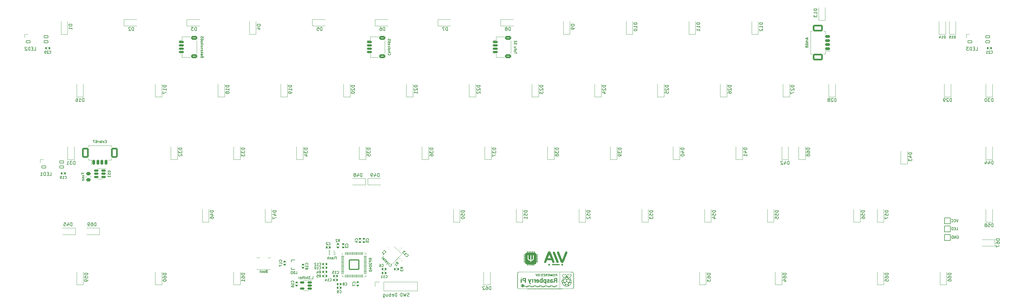
<source format=gbo>
G04 #@! TF.GenerationSoftware,KiCad,Pcbnew,(6.99.0-1912-g359c99991b)*
G04 #@! TF.CreationDate,2023-08-15T13:40:24+07:00*
G04 #@! TF.ProjectId,nyx,6e79782e-6b69-4636-9164-5f7063625858,2*
G04 #@! TF.SameCoordinates,Original*
G04 #@! TF.FileFunction,Legend,Bot*
G04 #@! TF.FilePolarity,Positive*
%FSLAX46Y46*%
G04 Gerber Fmt 4.6, Leading zero omitted, Abs format (unit mm)*
G04 Created by KiCad (PCBNEW (6.99.0-1912-g359c99991b)) date 2023-08-15 13:40:24*
%MOMM*%
%LPD*%
G01*
G04 APERTURE LIST*
G04 Aperture macros list*
%AMRoundRect*
0 Rectangle with rounded corners*
0 $1 Rounding radius*
0 $2 $3 $4 $5 $6 $7 $8 $9 X,Y pos of 4 corners*
0 Add a 4 corners polygon primitive as box body*
4,1,4,$2,$3,$4,$5,$6,$7,$8,$9,$2,$3,0*
0 Add four circle primitives for the rounded corners*
1,1,$1+$1,$2,$3*
1,1,$1+$1,$4,$5*
1,1,$1+$1,$6,$7*
1,1,$1+$1,$8,$9*
0 Add four rect primitives between the rounded corners*
20,1,$1+$1,$2,$3,$4,$5,0*
20,1,$1+$1,$4,$5,$6,$7,0*
20,1,$1+$1,$6,$7,$8,$9,0*
20,1,$1+$1,$8,$9,$2,$3,0*%
%AMRotRect*
0 Rectangle, with rotation*
0 The origin of the aperture is its center*
0 $1 length*
0 $2 width*
0 $3 Rotation angle, in degrees counterclockwise*
0 Add horizontal line*
21,1,$1,$2,0,0,$3*%
%AMFreePoly0*
4,1,18,-0.350000,0.510000,-0.339343,0.563576,-0.308995,0.608995,-0.263576,0.639343,-0.210000,0.650000,0.210000,0.650000,0.263576,0.639343,0.308995,0.608995,0.339343,0.563576,0.350000,0.510000,0.350000,-0.510000,0.339343,-0.563576,0.308995,-0.608995,0.263576,-0.639343,0.210000,-0.650000,-0.210000,-0.650000,-0.350000,-0.510000,-0.350000,0.510000,-0.350000,0.510000,$1*%
%AMFreePoly1*
4,1,18,-0.410000,0.593000,-0.403758,0.624380,-0.385983,0.650983,-0.359380,0.668758,-0.328000,0.675000,0.328000,0.675000,0.359380,0.668758,0.385983,0.650983,0.403758,0.624380,0.410000,0.593000,0.410000,-0.593000,0.403758,-0.624380,0.385983,-0.650983,0.359380,-0.668758,0.328000,-0.675000,0.000000,-0.675000,-0.410000,-0.265000,-0.410000,0.593000,-0.410000,0.593000,$1*%
G04 Aperture macros list end*
%ADD10C,0.150000*%
%ADD11C,0.120000*%
%ADD12C,0.100000*%
%ADD13R,0.900000X1.700000*%
%ADD14C,1.750000*%
%ADD15C,3.987800*%
%ADD16C,2.300000*%
%ADD17C,3.048000*%
%ADD18C,0.500000*%
%ADD19R,1.200000X0.900000*%
%ADD20RoundRect,0.140000X-0.170000X0.140000X-0.170000X-0.140000X0.170000X-0.140000X0.170000X0.140000X0*%
%ADD21RoundRect,0.140000X0.170000X-0.140000X0.170000X0.140000X-0.170000X0.140000X-0.170000X-0.140000X0*%
%ADD22R,0.900000X1.200000*%
%ADD23RoundRect,0.200000X0.600000X-0.200000X0.600000X0.200000X-0.600000X0.200000X-0.600000X-0.200000X0*%
%ADD24RoundRect,0.250001X1.249999X-0.799999X1.249999X0.799999X-1.249999X0.799999X-1.249999X-0.799999X0*%
%ADD25RoundRect,0.200000X-0.200000X-0.600000X0.200000X-0.600000X0.200000X0.600000X-0.200000X0.600000X0*%
%ADD26RoundRect,0.250001X-0.799999X-1.249999X0.799999X-1.249999X0.799999X1.249999X-0.799999X1.249999X0*%
%ADD27RoundRect,0.140000X-0.140000X-0.170000X0.140000X-0.170000X0.140000X0.170000X-0.140000X0.170000X0*%
%ADD28RoundRect,0.140000X0.140000X0.170000X-0.140000X0.170000X-0.140000X-0.170000X0.140000X-0.170000X0*%
%ADD29R,1.700000X1.700000*%
%ADD30O,1.700000X1.700000*%
%ADD31RoundRect,0.050000X-0.050000X0.387500X-0.050000X-0.387500X0.050000X-0.387500X0.050000X0.387500X0*%
%ADD32RoundRect,0.050000X-0.387500X0.050000X-0.387500X-0.050000X0.387500X-0.050000X0.387500X0.050000X0*%
%ADD33RoundRect,0.144000X-1.456000X1.456000X-1.456000X-1.456000X1.456000X-1.456000X1.456000X1.456000X0*%
%ADD34RoundRect,0.045000X0.055000X0.045000X-0.055000X0.045000X-0.055000X-0.045000X0.055000X-0.045000X0*%
%ADD35FreePoly0,180.000000*%
%ADD36RoundRect,0.140000X0.021213X-0.219203X0.219203X-0.021213X-0.021213X0.219203X-0.219203X0.021213X0*%
%ADD37RotRect,1.400000X1.200000X225.000000*%
%ADD38RoundRect,0.135000X0.035355X-0.226274X0.226274X-0.035355X-0.035355X0.226274X-0.226274X0.035355X0*%
%ADD39RoundRect,0.135000X-0.185000X0.135000X-0.185000X-0.135000X0.185000X-0.135000X0.185000X0.135000X0*%
%ADD40RoundRect,0.082000X-0.593000X0.328000X-0.593000X-0.328000X0.593000X-0.328000X0.593000X0.328000X0*%
%ADD41FreePoly1,270.000000*%
%ADD42R,1.000000X0.800000*%
%ADD43RoundRect,0.150000X-0.625000X0.150000X-0.625000X-0.150000X0.625000X-0.150000X0.625000X0.150000X0*%
%ADD44RoundRect,0.250000X-0.650000X0.350000X-0.650000X-0.350000X0.650000X-0.350000X0.650000X0.350000X0*%
%ADD45RoundRect,0.150000X0.512500X0.150000X-0.512500X0.150000X-0.512500X-0.150000X0.512500X-0.150000X0*%
%ADD46RoundRect,0.135000X0.135000X0.185000X-0.135000X0.185000X-0.135000X-0.185000X0.135000X-0.185000X0*%
%ADD47RoundRect,0.243750X-0.456250X0.243750X-0.456250X-0.243750X0.456250X-0.243750X0.456250X0.243750X0*%
%ADD48R,1.524000X1.524000*%
%ADD49RoundRect,0.135000X-0.135000X-0.185000X0.135000X-0.185000X0.135000X0.185000X-0.135000X0.185000X0*%
%ADD50RoundRect,0.140000X0.219203X0.021213X0.021213X0.219203X-0.219203X-0.021213X-0.021213X-0.219203X0*%
G04 #@! TA.AperFunction,Profile*
%ADD51C,0.100000*%
G04 #@! TD*
G04 APERTURE END LIST*
D10*
X78639284Y-91382678D02*
X78532141Y-91418392D01*
X78532141Y-91418392D02*
X78496427Y-91454107D01*
X78496427Y-91454107D02*
X78460713Y-91525535D01*
X78460713Y-91525535D02*
X78460713Y-91632678D01*
X78460713Y-91632678D02*
X78496427Y-91704107D01*
X78496427Y-91704107D02*
X78532141Y-91739821D01*
X78532141Y-91739821D02*
X78603570Y-91775535D01*
X78603570Y-91775535D02*
X78889284Y-91775535D01*
X78889284Y-91775535D02*
X78889284Y-91025535D01*
X78889284Y-91025535D02*
X78639284Y-91025535D01*
X78639284Y-91025535D02*
X78567856Y-91061250D01*
X78567856Y-91061250D02*
X78532141Y-91096964D01*
X78532141Y-91096964D02*
X78496427Y-91168392D01*
X78496427Y-91168392D02*
X78496427Y-91239821D01*
X78496427Y-91239821D02*
X78532141Y-91311250D01*
X78532141Y-91311250D02*
X78567856Y-91346964D01*
X78567856Y-91346964D02*
X78639284Y-91382678D01*
X78639284Y-91382678D02*
X78889284Y-91382678D01*
X78032141Y-91775535D02*
X78103570Y-91739821D01*
X78103570Y-91739821D02*
X78139284Y-91704107D01*
X78139284Y-91704107D02*
X78174998Y-91632678D01*
X78174998Y-91632678D02*
X78174998Y-91418392D01*
X78174998Y-91418392D02*
X78139284Y-91346964D01*
X78139284Y-91346964D02*
X78103570Y-91311250D01*
X78103570Y-91311250D02*
X78032141Y-91275535D01*
X78032141Y-91275535D02*
X77924998Y-91275535D01*
X77924998Y-91275535D02*
X77853570Y-91311250D01*
X77853570Y-91311250D02*
X77817856Y-91346964D01*
X77817856Y-91346964D02*
X77782141Y-91418392D01*
X77782141Y-91418392D02*
X77782141Y-91632678D01*
X77782141Y-91632678D02*
X77817856Y-91704107D01*
X77817856Y-91704107D02*
X77853570Y-91739821D01*
X77853570Y-91739821D02*
X77924998Y-91775535D01*
X77924998Y-91775535D02*
X78032141Y-91775535D01*
X77353570Y-91775535D02*
X77424999Y-91739821D01*
X77424999Y-91739821D02*
X77460713Y-91704107D01*
X77460713Y-91704107D02*
X77496427Y-91632678D01*
X77496427Y-91632678D02*
X77496427Y-91418392D01*
X77496427Y-91418392D02*
X77460713Y-91346964D01*
X77460713Y-91346964D02*
X77424999Y-91311250D01*
X77424999Y-91311250D02*
X77353570Y-91275535D01*
X77353570Y-91275535D02*
X77246427Y-91275535D01*
X77246427Y-91275535D02*
X77174999Y-91311250D01*
X77174999Y-91311250D02*
X77139285Y-91346964D01*
X77139285Y-91346964D02*
X77103570Y-91418392D01*
X77103570Y-91418392D02*
X77103570Y-91632678D01*
X77103570Y-91632678D02*
X77139285Y-91704107D01*
X77139285Y-91704107D02*
X77174999Y-91739821D01*
X77174999Y-91739821D02*
X77246427Y-91775535D01*
X77246427Y-91775535D02*
X77353570Y-91775535D01*
X76889285Y-91275535D02*
X76603571Y-91275535D01*
X76782142Y-91025535D02*
X76782142Y-91668392D01*
X76782142Y-91668392D02*
X76746428Y-91739821D01*
X76746428Y-91739821D02*
X76674999Y-91775535D01*
X76674999Y-91775535D02*
X76603571Y-91775535D01*
X237189285Y-58867380D02*
X237189285Y-57867380D01*
X237189285Y-57867380D02*
X236951190Y-57867380D01*
X236951190Y-57867380D02*
X236808333Y-57915000D01*
X236808333Y-57915000D02*
X236713095Y-58010238D01*
X236713095Y-58010238D02*
X236665476Y-58105476D01*
X236665476Y-58105476D02*
X236617857Y-58295952D01*
X236617857Y-58295952D02*
X236617857Y-58438809D01*
X236617857Y-58438809D02*
X236665476Y-58629285D01*
X236665476Y-58629285D02*
X236713095Y-58724523D01*
X236713095Y-58724523D02*
X236808333Y-58819761D01*
X236808333Y-58819761D02*
X236951190Y-58867380D01*
X236951190Y-58867380D02*
X237189285Y-58867380D01*
X235760714Y-58200714D02*
X235760714Y-58867380D01*
X235998809Y-57819761D02*
X236236904Y-58534047D01*
X236236904Y-58534047D02*
X235617857Y-58534047D01*
X235284523Y-57962619D02*
X235236904Y-57915000D01*
X235236904Y-57915000D02*
X235141666Y-57867380D01*
X235141666Y-57867380D02*
X234903571Y-57867380D01*
X234903571Y-57867380D02*
X234808333Y-57915000D01*
X234808333Y-57915000D02*
X234760714Y-57962619D01*
X234760714Y-57962619D02*
X234713095Y-58057857D01*
X234713095Y-58057857D02*
X234713095Y-58153095D01*
X234713095Y-58153095D02*
X234760714Y-58295952D01*
X234760714Y-58295952D02*
X235332142Y-58867380D01*
X235332142Y-58867380D02*
X234713095Y-58867380D01*
X233962203Y-72908037D02*
X232962203Y-72908037D01*
X232962203Y-72908037D02*
X232962203Y-73146132D01*
X232962203Y-73146132D02*
X233009823Y-73288989D01*
X233009823Y-73288989D02*
X233105061Y-73384227D01*
X233105061Y-73384227D02*
X233200299Y-73431846D01*
X233200299Y-73431846D02*
X233390775Y-73479465D01*
X233390775Y-73479465D02*
X233533632Y-73479465D01*
X233533632Y-73479465D02*
X233724108Y-73431846D01*
X233724108Y-73431846D02*
X233819346Y-73384227D01*
X233819346Y-73384227D02*
X233914584Y-73288989D01*
X233914584Y-73288989D02*
X233962203Y-73146132D01*
X233962203Y-73146132D02*
X233962203Y-72908037D01*
X232962203Y-74384227D02*
X232962203Y-73908037D01*
X232962203Y-73908037D02*
X233438394Y-73860418D01*
X233438394Y-73860418D02*
X233390775Y-73908037D01*
X233390775Y-73908037D02*
X233343156Y-74003275D01*
X233343156Y-74003275D02*
X233343156Y-74241370D01*
X233343156Y-74241370D02*
X233390775Y-74336608D01*
X233390775Y-74336608D02*
X233438394Y-74384227D01*
X233438394Y-74384227D02*
X233533632Y-74431846D01*
X233533632Y-74431846D02*
X233771727Y-74431846D01*
X233771727Y-74431846D02*
X233866965Y-74384227D01*
X233866965Y-74384227D02*
X233914584Y-74336608D01*
X233914584Y-74336608D02*
X233962203Y-74241370D01*
X233962203Y-74241370D02*
X233962203Y-74003275D01*
X233962203Y-74003275D02*
X233914584Y-73908037D01*
X233914584Y-73908037D02*
X233866965Y-73860418D01*
X232962203Y-75336608D02*
X232962203Y-74860418D01*
X232962203Y-74860418D02*
X233438394Y-74812799D01*
X233438394Y-74812799D02*
X233390775Y-74860418D01*
X233390775Y-74860418D02*
X233343156Y-74955656D01*
X233343156Y-74955656D02*
X233343156Y-75193751D01*
X233343156Y-75193751D02*
X233390775Y-75288989D01*
X233390775Y-75288989D02*
X233438394Y-75336608D01*
X233438394Y-75336608D02*
X233533632Y-75384227D01*
X233533632Y-75384227D02*
X233771727Y-75384227D01*
X233771727Y-75384227D02*
X233866965Y-75336608D01*
X233866965Y-75336608D02*
X233914584Y-75288989D01*
X233914584Y-75288989D02*
X233962203Y-75193751D01*
X233962203Y-75193751D02*
X233962203Y-74955656D01*
X233962203Y-74955656D02*
X233914584Y-74860418D01*
X233914584Y-74860418D02*
X233866965Y-74812799D01*
X105504107Y-95074999D02*
X105539821Y-95039285D01*
X105539821Y-95039285D02*
X105575535Y-94932142D01*
X105575535Y-94932142D02*
X105575535Y-94860714D01*
X105575535Y-94860714D02*
X105539821Y-94753571D01*
X105539821Y-94753571D02*
X105468392Y-94682142D01*
X105468392Y-94682142D02*
X105396964Y-94646428D01*
X105396964Y-94646428D02*
X105254107Y-94610714D01*
X105254107Y-94610714D02*
X105146964Y-94610714D01*
X105146964Y-94610714D02*
X105004107Y-94646428D01*
X105004107Y-94646428D02*
X104932678Y-94682142D01*
X104932678Y-94682142D02*
X104861250Y-94753571D01*
X104861250Y-94753571D02*
X104825535Y-94860714D01*
X104825535Y-94860714D02*
X104825535Y-94932142D01*
X104825535Y-94932142D02*
X104861250Y-95039285D01*
X104861250Y-95039285D02*
X104896964Y-95074999D01*
X104825535Y-95324999D02*
X104825535Y-95824999D01*
X104825535Y-95824999D02*
X105575535Y-95503571D01*
X91154107Y-89337856D02*
X91189821Y-89302142D01*
X91189821Y-89302142D02*
X91225535Y-89194999D01*
X91225535Y-89194999D02*
X91225535Y-89123571D01*
X91225535Y-89123571D02*
X91189821Y-89016428D01*
X91189821Y-89016428D02*
X91118392Y-88944999D01*
X91118392Y-88944999D02*
X91046964Y-88909285D01*
X91046964Y-88909285D02*
X90904107Y-88873571D01*
X90904107Y-88873571D02*
X90796964Y-88873571D01*
X90796964Y-88873571D02*
X90654107Y-88909285D01*
X90654107Y-88909285D02*
X90582678Y-88944999D01*
X90582678Y-88944999D02*
X90511250Y-89016428D01*
X90511250Y-89016428D02*
X90475535Y-89123571D01*
X90475535Y-89123571D02*
X90475535Y-89194999D01*
X90475535Y-89194999D02*
X90511250Y-89302142D01*
X90511250Y-89302142D02*
X90546964Y-89337856D01*
X91225535Y-90052142D02*
X91225535Y-89623571D01*
X91225535Y-89837856D02*
X90475535Y-89837856D01*
X90475535Y-89837856D02*
X90582678Y-89766428D01*
X90582678Y-89766428D02*
X90654107Y-89694999D01*
X90654107Y-89694999D02*
X90689821Y-89623571D01*
X90796964Y-90480714D02*
X90761250Y-90409285D01*
X90761250Y-90409285D02*
X90725535Y-90373571D01*
X90725535Y-90373571D02*
X90654107Y-90337857D01*
X90654107Y-90337857D02*
X90618392Y-90337857D01*
X90618392Y-90337857D02*
X90546964Y-90373571D01*
X90546964Y-90373571D02*
X90511250Y-90409285D01*
X90511250Y-90409285D02*
X90475535Y-90480714D01*
X90475535Y-90480714D02*
X90475535Y-90623571D01*
X90475535Y-90623571D02*
X90511250Y-90695000D01*
X90511250Y-90695000D02*
X90546964Y-90730714D01*
X90546964Y-90730714D02*
X90618392Y-90766428D01*
X90618392Y-90766428D02*
X90654107Y-90766428D01*
X90654107Y-90766428D02*
X90725535Y-90730714D01*
X90725535Y-90730714D02*
X90761250Y-90695000D01*
X90761250Y-90695000D02*
X90796964Y-90623571D01*
X90796964Y-90623571D02*
X90796964Y-90480714D01*
X90796964Y-90480714D02*
X90832678Y-90409285D01*
X90832678Y-90409285D02*
X90868392Y-90373571D01*
X90868392Y-90373571D02*
X90939821Y-90337857D01*
X90939821Y-90337857D02*
X91082678Y-90337857D01*
X91082678Y-90337857D02*
X91154107Y-90373571D01*
X91154107Y-90373571D02*
X91189821Y-90409285D01*
X91189821Y-90409285D02*
X91225535Y-90480714D01*
X91225535Y-90480714D02*
X91225535Y-90623571D01*
X91225535Y-90623571D02*
X91189821Y-90695000D01*
X91189821Y-90695000D02*
X91154107Y-90730714D01*
X91154107Y-90730714D02*
X91082678Y-90766428D01*
X91082678Y-90766428D02*
X90939821Y-90766428D01*
X90939821Y-90766428D02*
X90868392Y-90730714D01*
X90868392Y-90730714D02*
X90832678Y-90695000D01*
X90832678Y-90695000D02*
X90796964Y-90623571D01*
X57388094Y-18117380D02*
X57388094Y-17117380D01*
X57388094Y-17117380D02*
X57149999Y-17117380D01*
X57149999Y-17117380D02*
X57007142Y-17165000D01*
X57007142Y-17165000D02*
X56911904Y-17260238D01*
X56911904Y-17260238D02*
X56864285Y-17355476D01*
X56864285Y-17355476D02*
X56816666Y-17545952D01*
X56816666Y-17545952D02*
X56816666Y-17688809D01*
X56816666Y-17688809D02*
X56864285Y-17879285D01*
X56864285Y-17879285D02*
X56911904Y-17974523D01*
X56911904Y-17974523D02*
X57007142Y-18069761D01*
X57007142Y-18069761D02*
X57149999Y-18117380D01*
X57149999Y-18117380D02*
X57388094Y-18117380D01*
X56483332Y-17117380D02*
X55864285Y-17117380D01*
X55864285Y-17117380D02*
X56197618Y-17498333D01*
X56197618Y-17498333D02*
X56054761Y-17498333D01*
X56054761Y-17498333D02*
X55959523Y-17545952D01*
X55959523Y-17545952D02*
X55911904Y-17593571D01*
X55911904Y-17593571D02*
X55864285Y-17688809D01*
X55864285Y-17688809D02*
X55864285Y-17926904D01*
X55864285Y-17926904D02*
X55911904Y-18022142D01*
X55911904Y-18022142D02*
X55959523Y-18069761D01*
X55959523Y-18069761D02*
X56054761Y-18117380D01*
X56054761Y-18117380D02*
X56340475Y-18117380D01*
X56340475Y-18117380D02*
X56435713Y-18069761D01*
X56435713Y-18069761D02*
X56483332Y-18022142D01*
X148237203Y-53858037D02*
X147237203Y-53858037D01*
X147237203Y-53858037D02*
X147237203Y-54096132D01*
X147237203Y-54096132D02*
X147284823Y-54238989D01*
X147284823Y-54238989D02*
X147380061Y-54334227D01*
X147380061Y-54334227D02*
X147475299Y-54381846D01*
X147475299Y-54381846D02*
X147665775Y-54429465D01*
X147665775Y-54429465D02*
X147808632Y-54429465D01*
X147808632Y-54429465D02*
X147999108Y-54381846D01*
X147999108Y-54381846D02*
X148094346Y-54334227D01*
X148094346Y-54334227D02*
X148189584Y-54238989D01*
X148189584Y-54238989D02*
X148237203Y-54096132D01*
X148237203Y-54096132D02*
X148237203Y-53858037D01*
X147237203Y-54762799D02*
X147237203Y-55381846D01*
X147237203Y-55381846D02*
X147618156Y-55048513D01*
X147618156Y-55048513D02*
X147618156Y-55191370D01*
X147618156Y-55191370D02*
X147665775Y-55286608D01*
X147665775Y-55286608D02*
X147713394Y-55334227D01*
X147713394Y-55334227D02*
X147808632Y-55381846D01*
X147808632Y-55381846D02*
X148046727Y-55381846D01*
X148046727Y-55381846D02*
X148141965Y-55334227D01*
X148141965Y-55334227D02*
X148189584Y-55286608D01*
X148189584Y-55286608D02*
X148237203Y-55191370D01*
X148237203Y-55191370D02*
X148237203Y-54905656D01*
X148237203Y-54905656D02*
X148189584Y-54810418D01*
X148189584Y-54810418D02*
X148141965Y-54762799D01*
X147237203Y-55715180D02*
X147237203Y-56381846D01*
X147237203Y-56381846D02*
X148237203Y-55953275D01*
X72037203Y-53858037D02*
X71037203Y-53858037D01*
X71037203Y-53858037D02*
X71037203Y-54096132D01*
X71037203Y-54096132D02*
X71084823Y-54238989D01*
X71084823Y-54238989D02*
X71180061Y-54334227D01*
X71180061Y-54334227D02*
X71275299Y-54381846D01*
X71275299Y-54381846D02*
X71465775Y-54429465D01*
X71465775Y-54429465D02*
X71608632Y-54429465D01*
X71608632Y-54429465D02*
X71799108Y-54381846D01*
X71799108Y-54381846D02*
X71894346Y-54334227D01*
X71894346Y-54334227D02*
X71989584Y-54238989D01*
X71989584Y-54238989D02*
X72037203Y-54096132D01*
X72037203Y-54096132D02*
X72037203Y-53858037D01*
X71037203Y-54762799D02*
X71037203Y-55381846D01*
X71037203Y-55381846D02*
X71418156Y-55048513D01*
X71418156Y-55048513D02*
X71418156Y-55191370D01*
X71418156Y-55191370D02*
X71465775Y-55286608D01*
X71465775Y-55286608D02*
X71513394Y-55334227D01*
X71513394Y-55334227D02*
X71608632Y-55381846D01*
X71608632Y-55381846D02*
X71846727Y-55381846D01*
X71846727Y-55381846D02*
X71941965Y-55334227D01*
X71941965Y-55334227D02*
X71989584Y-55286608D01*
X71989584Y-55286608D02*
X72037203Y-55191370D01*
X72037203Y-55191370D02*
X72037203Y-54905656D01*
X72037203Y-54905656D02*
X71989584Y-54810418D01*
X71989584Y-54810418D02*
X71941965Y-54762799D01*
X71037203Y-55715180D02*
X71037203Y-56334227D01*
X71037203Y-56334227D02*
X71418156Y-56000894D01*
X71418156Y-56000894D02*
X71418156Y-56143751D01*
X71418156Y-56143751D02*
X71465775Y-56238989D01*
X71465775Y-56238989D02*
X71513394Y-56286608D01*
X71513394Y-56286608D02*
X71608632Y-56334227D01*
X71608632Y-56334227D02*
X71846727Y-56334227D01*
X71846727Y-56334227D02*
X71941965Y-56286608D01*
X71941965Y-56286608D02*
X71989584Y-56238989D01*
X71989584Y-56238989D02*
X72037203Y-56143751D01*
X72037203Y-56143751D02*
X72037203Y-55858037D01*
X72037203Y-55858037D02*
X71989584Y-55762799D01*
X71989584Y-55762799D02*
X71941965Y-55715180D01*
X242761250Y-20371428D02*
X242761250Y-20728571D01*
X242975535Y-20299999D02*
X242225535Y-20549999D01*
X242225535Y-20549999D02*
X242975535Y-20799999D01*
X242975535Y-21049999D02*
X242475535Y-21049999D01*
X242618392Y-21049999D02*
X242546964Y-21085713D01*
X242546964Y-21085713D02*
X242511250Y-21121428D01*
X242511250Y-21121428D02*
X242475535Y-21192856D01*
X242475535Y-21192856D02*
X242475535Y-21264285D01*
X242975535Y-21514285D02*
X242225535Y-21514285D01*
X242689821Y-21585714D02*
X242975535Y-21799999D01*
X242475535Y-21799999D02*
X242761250Y-21514285D01*
X242225535Y-22442857D02*
X242225535Y-22299999D01*
X242225535Y-22299999D02*
X242261250Y-22228571D01*
X242261250Y-22228571D02*
X242296964Y-22192857D01*
X242296964Y-22192857D02*
X242404107Y-22121428D01*
X242404107Y-22121428D02*
X242546964Y-22085714D01*
X242546964Y-22085714D02*
X242832678Y-22085714D01*
X242832678Y-22085714D02*
X242904107Y-22121428D01*
X242904107Y-22121428D02*
X242939821Y-22157142D01*
X242939821Y-22157142D02*
X242975535Y-22228571D01*
X242975535Y-22228571D02*
X242975535Y-22371428D01*
X242975535Y-22371428D02*
X242939821Y-22442857D01*
X242939821Y-22442857D02*
X242904107Y-22478571D01*
X242904107Y-22478571D02*
X242832678Y-22514285D01*
X242832678Y-22514285D02*
X242654107Y-22514285D01*
X242654107Y-22514285D02*
X242582678Y-22478571D01*
X242582678Y-22478571D02*
X242546964Y-22442857D01*
X242546964Y-22442857D02*
X242511250Y-22371428D01*
X242511250Y-22371428D02*
X242511250Y-22228571D01*
X242511250Y-22228571D02*
X242546964Y-22157142D01*
X242546964Y-22157142D02*
X242582678Y-22121428D01*
X242582678Y-22121428D02*
X242654107Y-22085714D01*
X242546964Y-22942857D02*
X242511250Y-22871428D01*
X242511250Y-22871428D02*
X242475535Y-22835714D01*
X242475535Y-22835714D02*
X242404107Y-22800000D01*
X242404107Y-22800000D02*
X242368392Y-22800000D01*
X242368392Y-22800000D02*
X242296964Y-22835714D01*
X242296964Y-22835714D02*
X242261250Y-22871428D01*
X242261250Y-22871428D02*
X242225535Y-22942857D01*
X242225535Y-22942857D02*
X242225535Y-23085714D01*
X242225535Y-23085714D02*
X242261250Y-23157143D01*
X242261250Y-23157143D02*
X242296964Y-23192857D01*
X242296964Y-23192857D02*
X242368392Y-23228571D01*
X242368392Y-23228571D02*
X242404107Y-23228571D01*
X242404107Y-23228571D02*
X242475535Y-23192857D01*
X242475535Y-23192857D02*
X242511250Y-23157143D01*
X242511250Y-23157143D02*
X242546964Y-23085714D01*
X242546964Y-23085714D02*
X242546964Y-22942857D01*
X242546964Y-22942857D02*
X242582678Y-22871428D01*
X242582678Y-22871428D02*
X242618392Y-22835714D01*
X242618392Y-22835714D02*
X242689821Y-22800000D01*
X242689821Y-22800000D02*
X242832678Y-22800000D01*
X242832678Y-22800000D02*
X242904107Y-22835714D01*
X242904107Y-22835714D02*
X242939821Y-22871428D01*
X242939821Y-22871428D02*
X242975535Y-22942857D01*
X242975535Y-22942857D02*
X242975535Y-23085714D01*
X242975535Y-23085714D02*
X242939821Y-23157143D01*
X242939821Y-23157143D02*
X242904107Y-23192857D01*
X242904107Y-23192857D02*
X242832678Y-23228571D01*
X242832678Y-23228571D02*
X242689821Y-23228571D01*
X242689821Y-23228571D02*
X242618392Y-23192857D01*
X242618392Y-23192857D02*
X242582678Y-23157143D01*
X242582678Y-23157143D02*
X242546964Y-23085714D01*
X30066900Y-51882678D02*
X29816900Y-51882678D01*
X29709757Y-52275535D02*
X30066900Y-52275535D01*
X30066900Y-52275535D02*
X30066900Y-51525535D01*
X30066900Y-51525535D02*
X29709757Y-51525535D01*
X29388329Y-51775535D02*
X29388329Y-52275535D01*
X29388329Y-51846964D02*
X29352615Y-51811250D01*
X29352615Y-51811250D02*
X29281186Y-51775535D01*
X29281186Y-51775535D02*
X29174043Y-51775535D01*
X29174043Y-51775535D02*
X29102615Y-51811250D01*
X29102615Y-51811250D02*
X29066901Y-51882678D01*
X29066901Y-51882678D02*
X29066901Y-52275535D01*
X28816901Y-51775535D02*
X28531187Y-51775535D01*
X28709758Y-51525535D02*
X28709758Y-52168392D01*
X28709758Y-52168392D02*
X28674044Y-52239821D01*
X28674044Y-52239821D02*
X28602615Y-52275535D01*
X28602615Y-52275535D02*
X28531187Y-52275535D01*
X27995473Y-52239821D02*
X28066901Y-52275535D01*
X28066901Y-52275535D02*
X28209759Y-52275535D01*
X28209759Y-52275535D02*
X28281187Y-52239821D01*
X28281187Y-52239821D02*
X28316901Y-52168392D01*
X28316901Y-52168392D02*
X28316901Y-51882678D01*
X28316901Y-51882678D02*
X28281187Y-51811250D01*
X28281187Y-51811250D02*
X28209759Y-51775535D01*
X28209759Y-51775535D02*
X28066901Y-51775535D01*
X28066901Y-51775535D02*
X27995473Y-51811250D01*
X27995473Y-51811250D02*
X27959759Y-51882678D01*
X27959759Y-51882678D02*
X27959759Y-51954107D01*
X27959759Y-51954107D02*
X28316901Y-52025535D01*
X27638330Y-52275535D02*
X27638330Y-51775535D01*
X27638330Y-51918392D02*
X27602616Y-51846964D01*
X27602616Y-51846964D02*
X27566902Y-51811250D01*
X27566902Y-51811250D02*
X27495473Y-51775535D01*
X27495473Y-51775535D02*
X27424044Y-51775535D01*
X26852616Y-51525535D02*
X26995473Y-51525535D01*
X26995473Y-51525535D02*
X27066901Y-51561250D01*
X27066901Y-51561250D02*
X27102616Y-51596964D01*
X27102616Y-51596964D02*
X27174044Y-51704107D01*
X27174044Y-51704107D02*
X27209758Y-51846964D01*
X27209758Y-51846964D02*
X27209758Y-52132678D01*
X27209758Y-52132678D02*
X27174044Y-52204107D01*
X27174044Y-52204107D02*
X27138330Y-52239821D01*
X27138330Y-52239821D02*
X27066901Y-52275535D01*
X27066901Y-52275535D02*
X26924044Y-52275535D01*
X26924044Y-52275535D02*
X26852616Y-52239821D01*
X26852616Y-52239821D02*
X26816901Y-52204107D01*
X26816901Y-52204107D02*
X26781187Y-52132678D01*
X26781187Y-52132678D02*
X26781187Y-51954107D01*
X26781187Y-51954107D02*
X26816901Y-51882678D01*
X26816901Y-51882678D02*
X26852616Y-51846964D01*
X26852616Y-51846964D02*
X26924044Y-51811250D01*
X26924044Y-51811250D02*
X27066901Y-51811250D01*
X27066901Y-51811250D02*
X27138330Y-51846964D01*
X27138330Y-51846964D02*
X27174044Y-51882678D01*
X27174044Y-51882678D02*
X27209758Y-51954107D01*
X26531187Y-51525535D02*
X26031187Y-51525535D01*
X26031187Y-51525535D02*
X26352615Y-52275535D01*
X114538094Y-18117380D02*
X114538094Y-17117380D01*
X114538094Y-17117380D02*
X114299999Y-17117380D01*
X114299999Y-17117380D02*
X114157142Y-17165000D01*
X114157142Y-17165000D02*
X114061904Y-17260238D01*
X114061904Y-17260238D02*
X114014285Y-17355476D01*
X114014285Y-17355476D02*
X113966666Y-17545952D01*
X113966666Y-17545952D02*
X113966666Y-17688809D01*
X113966666Y-17688809D02*
X114014285Y-17879285D01*
X114014285Y-17879285D02*
X114061904Y-17974523D01*
X114061904Y-17974523D02*
X114157142Y-18069761D01*
X114157142Y-18069761D02*
X114299999Y-18117380D01*
X114299999Y-18117380D02*
X114538094Y-18117380D01*
X113109523Y-17117380D02*
X113299999Y-17117380D01*
X113299999Y-17117380D02*
X113395237Y-17165000D01*
X113395237Y-17165000D02*
X113442856Y-17212619D01*
X113442856Y-17212619D02*
X113538094Y-17355476D01*
X113538094Y-17355476D02*
X113585713Y-17545952D01*
X113585713Y-17545952D02*
X113585713Y-17926904D01*
X113585713Y-17926904D02*
X113538094Y-18022142D01*
X113538094Y-18022142D02*
X113490475Y-18069761D01*
X113490475Y-18069761D02*
X113395237Y-18117380D01*
X113395237Y-18117380D02*
X113204761Y-18117380D01*
X113204761Y-18117380D02*
X113109523Y-18069761D01*
X113109523Y-18069761D02*
X113061904Y-18022142D01*
X113061904Y-18022142D02*
X113014285Y-17926904D01*
X113014285Y-17926904D02*
X113014285Y-17688809D01*
X113014285Y-17688809D02*
X113061904Y-17593571D01*
X113061904Y-17593571D02*
X113109523Y-17545952D01*
X113109523Y-17545952D02*
X113204761Y-17498333D01*
X113204761Y-17498333D02*
X113395237Y-17498333D01*
X113395237Y-17498333D02*
X113490475Y-17545952D01*
X113490475Y-17545952D02*
X113538094Y-17593571D01*
X113538094Y-17593571D02*
X113585713Y-17688809D01*
X17487143Y-63104107D02*
X17522857Y-63139821D01*
X17522857Y-63139821D02*
X17630000Y-63175535D01*
X17630000Y-63175535D02*
X17701428Y-63175535D01*
X17701428Y-63175535D02*
X17808571Y-63139821D01*
X17808571Y-63139821D02*
X17880000Y-63068392D01*
X17880000Y-63068392D02*
X17915714Y-62996964D01*
X17915714Y-62996964D02*
X17951428Y-62854107D01*
X17951428Y-62854107D02*
X17951428Y-62746964D01*
X17951428Y-62746964D02*
X17915714Y-62604107D01*
X17915714Y-62604107D02*
X17880000Y-62532678D01*
X17880000Y-62532678D02*
X17808571Y-62461250D01*
X17808571Y-62461250D02*
X17701428Y-62425535D01*
X17701428Y-62425535D02*
X17630000Y-62425535D01*
X17630000Y-62425535D02*
X17522857Y-62461250D01*
X17522857Y-62461250D02*
X17487143Y-62496964D01*
X16772857Y-63175535D02*
X17201428Y-63175535D01*
X16987143Y-63175535D02*
X16987143Y-62425535D01*
X16987143Y-62425535D02*
X17058571Y-62532678D01*
X17058571Y-62532678D02*
X17130000Y-62604107D01*
X17130000Y-62604107D02*
X17201428Y-62639821D01*
X16415714Y-63175535D02*
X16272857Y-63175535D01*
X16272857Y-63175535D02*
X16201428Y-63139821D01*
X16201428Y-63139821D02*
X16165714Y-63104107D01*
X16165714Y-63104107D02*
X16094285Y-62996964D01*
X16094285Y-62996964D02*
X16058571Y-62854107D01*
X16058571Y-62854107D02*
X16058571Y-62568392D01*
X16058571Y-62568392D02*
X16094285Y-62496964D01*
X16094285Y-62496964D02*
X16130000Y-62461250D01*
X16130000Y-62461250D02*
X16201428Y-62425535D01*
X16201428Y-62425535D02*
X16344285Y-62425535D01*
X16344285Y-62425535D02*
X16415714Y-62461250D01*
X16415714Y-62461250D02*
X16451428Y-62496964D01*
X16451428Y-62496964D02*
X16487142Y-62568392D01*
X16487142Y-62568392D02*
X16487142Y-62746964D01*
X16487142Y-62746964D02*
X16451428Y-62818392D01*
X16451428Y-62818392D02*
X16415714Y-62854107D01*
X16415714Y-62854107D02*
X16344285Y-62889821D01*
X16344285Y-62889821D02*
X16201428Y-62889821D01*
X16201428Y-62889821D02*
X16130000Y-62854107D01*
X16130000Y-62854107D02*
X16094285Y-62818392D01*
X16094285Y-62818392D02*
X16058571Y-62746964D01*
X299114285Y-39767380D02*
X299114285Y-38767380D01*
X299114285Y-38767380D02*
X298876190Y-38767380D01*
X298876190Y-38767380D02*
X298733333Y-38815000D01*
X298733333Y-38815000D02*
X298638095Y-38910238D01*
X298638095Y-38910238D02*
X298590476Y-39005476D01*
X298590476Y-39005476D02*
X298542857Y-39195952D01*
X298542857Y-39195952D02*
X298542857Y-39338809D01*
X298542857Y-39338809D02*
X298590476Y-39529285D01*
X298590476Y-39529285D02*
X298638095Y-39624523D01*
X298638095Y-39624523D02*
X298733333Y-39719761D01*
X298733333Y-39719761D02*
X298876190Y-39767380D01*
X298876190Y-39767380D02*
X299114285Y-39767380D01*
X298209523Y-38767380D02*
X297590476Y-38767380D01*
X297590476Y-38767380D02*
X297923809Y-39148333D01*
X297923809Y-39148333D02*
X297780952Y-39148333D01*
X297780952Y-39148333D02*
X297685714Y-39195952D01*
X297685714Y-39195952D02*
X297638095Y-39243571D01*
X297638095Y-39243571D02*
X297590476Y-39338809D01*
X297590476Y-39338809D02*
X297590476Y-39576904D01*
X297590476Y-39576904D02*
X297638095Y-39672142D01*
X297638095Y-39672142D02*
X297685714Y-39719761D01*
X297685714Y-39719761D02*
X297780952Y-39767380D01*
X297780952Y-39767380D02*
X298066666Y-39767380D01*
X298066666Y-39767380D02*
X298161904Y-39719761D01*
X298161904Y-39719761D02*
X298209523Y-39672142D01*
X296971428Y-38767380D02*
X296876190Y-38767380D01*
X296876190Y-38767380D02*
X296780952Y-38815000D01*
X296780952Y-38815000D02*
X296733333Y-38862619D01*
X296733333Y-38862619D02*
X296685714Y-38957857D01*
X296685714Y-38957857D02*
X296638095Y-39148333D01*
X296638095Y-39148333D02*
X296638095Y-39386428D01*
X296638095Y-39386428D02*
X296685714Y-39576904D01*
X296685714Y-39576904D02*
X296733333Y-39672142D01*
X296733333Y-39672142D02*
X296780952Y-39719761D01*
X296780952Y-39719761D02*
X296876190Y-39767380D01*
X296876190Y-39767380D02*
X296971428Y-39767380D01*
X296971428Y-39767380D02*
X297066666Y-39719761D01*
X297066666Y-39719761D02*
X297114285Y-39672142D01*
X297114285Y-39672142D02*
X297161904Y-39576904D01*
X297161904Y-39576904D02*
X297209523Y-39386428D01*
X297209523Y-39386428D02*
X297209523Y-39148333D01*
X297209523Y-39148333D02*
X297161904Y-38957857D01*
X297161904Y-38957857D02*
X297114285Y-38862619D01*
X297114285Y-38862619D02*
X297066666Y-38815000D01*
X297066666Y-38815000D02*
X296971428Y-38767380D01*
X286367380Y-91958037D02*
X285367380Y-91958037D01*
X285367380Y-91958037D02*
X285367380Y-92196132D01*
X285367380Y-92196132D02*
X285415000Y-92338989D01*
X285415000Y-92338989D02*
X285510238Y-92434227D01*
X285510238Y-92434227D02*
X285605476Y-92481846D01*
X285605476Y-92481846D02*
X285795952Y-92529465D01*
X285795952Y-92529465D02*
X285938809Y-92529465D01*
X285938809Y-92529465D02*
X286129285Y-92481846D01*
X286129285Y-92481846D02*
X286224523Y-92434227D01*
X286224523Y-92434227D02*
X286319761Y-92338989D01*
X286319761Y-92338989D02*
X286367380Y-92196132D01*
X286367380Y-92196132D02*
X286367380Y-91958037D01*
X285367380Y-93386608D02*
X285367380Y-93196132D01*
X285367380Y-93196132D02*
X285415000Y-93100894D01*
X285415000Y-93100894D02*
X285462619Y-93053275D01*
X285462619Y-93053275D02*
X285605476Y-92958037D01*
X285605476Y-92958037D02*
X285795952Y-92910418D01*
X285795952Y-92910418D02*
X286176904Y-92910418D01*
X286176904Y-92910418D02*
X286272142Y-92958037D01*
X286272142Y-92958037D02*
X286319761Y-93005656D01*
X286319761Y-93005656D02*
X286367380Y-93100894D01*
X286367380Y-93100894D02*
X286367380Y-93291370D01*
X286367380Y-93291370D02*
X286319761Y-93386608D01*
X286319761Y-93386608D02*
X286272142Y-93434227D01*
X286272142Y-93434227D02*
X286176904Y-93481846D01*
X286176904Y-93481846D02*
X285938809Y-93481846D01*
X285938809Y-93481846D02*
X285843571Y-93434227D01*
X285843571Y-93434227D02*
X285795952Y-93386608D01*
X285795952Y-93386608D02*
X285748333Y-93291370D01*
X285748333Y-93291370D02*
X285748333Y-93100894D01*
X285748333Y-93100894D02*
X285795952Y-93005656D01*
X285795952Y-93005656D02*
X285843571Y-92958037D01*
X285843571Y-92958037D02*
X285938809Y-92910418D01*
X285367380Y-94338989D02*
X285367380Y-94148513D01*
X285367380Y-94148513D02*
X285415000Y-94053275D01*
X285415000Y-94053275D02*
X285462619Y-94005656D01*
X285462619Y-94005656D02*
X285605476Y-93910418D01*
X285605476Y-93910418D02*
X285795952Y-93862799D01*
X285795952Y-93862799D02*
X286176904Y-93862799D01*
X286176904Y-93862799D02*
X286272142Y-93910418D01*
X286272142Y-93910418D02*
X286319761Y-93958037D01*
X286319761Y-93958037D02*
X286367380Y-94053275D01*
X286367380Y-94053275D02*
X286367380Y-94243751D01*
X286367380Y-94243751D02*
X286319761Y-94338989D01*
X286319761Y-94338989D02*
X286272142Y-94386608D01*
X286272142Y-94386608D02*
X286176904Y-94434227D01*
X286176904Y-94434227D02*
X285938809Y-94434227D01*
X285938809Y-94434227D02*
X285843571Y-94386608D01*
X285843571Y-94386608D02*
X285795952Y-94338989D01*
X285795952Y-94338989D02*
X285748333Y-94243751D01*
X285748333Y-94243751D02*
X285748333Y-94053275D01*
X285748333Y-94053275D02*
X285795952Y-93958037D01*
X285795952Y-93958037D02*
X285843571Y-93910418D01*
X285843571Y-93910418D02*
X285938809Y-93862799D01*
X162524703Y-34808037D02*
X161524703Y-34808037D01*
X161524703Y-34808037D02*
X161524703Y-35046132D01*
X161524703Y-35046132D02*
X161572323Y-35188989D01*
X161572323Y-35188989D02*
X161667561Y-35284227D01*
X161667561Y-35284227D02*
X161762799Y-35331846D01*
X161762799Y-35331846D02*
X161953275Y-35379465D01*
X161953275Y-35379465D02*
X162096132Y-35379465D01*
X162096132Y-35379465D02*
X162286608Y-35331846D01*
X162286608Y-35331846D02*
X162381846Y-35284227D01*
X162381846Y-35284227D02*
X162477084Y-35188989D01*
X162477084Y-35188989D02*
X162524703Y-35046132D01*
X162524703Y-35046132D02*
X162524703Y-34808037D01*
X161619942Y-35760418D02*
X161572323Y-35808037D01*
X161572323Y-35808037D02*
X161524703Y-35903275D01*
X161524703Y-35903275D02*
X161524703Y-36141370D01*
X161524703Y-36141370D02*
X161572323Y-36236608D01*
X161572323Y-36236608D02*
X161619942Y-36284227D01*
X161619942Y-36284227D02*
X161715180Y-36331846D01*
X161715180Y-36331846D02*
X161810418Y-36331846D01*
X161810418Y-36331846D02*
X161953275Y-36284227D01*
X161953275Y-36284227D02*
X162524703Y-35712799D01*
X162524703Y-35712799D02*
X162524703Y-36331846D01*
X161524703Y-36665180D02*
X161524703Y-37284227D01*
X161524703Y-37284227D02*
X161905656Y-36950894D01*
X161905656Y-36950894D02*
X161905656Y-37093751D01*
X161905656Y-37093751D02*
X161953275Y-37188989D01*
X161953275Y-37188989D02*
X162000894Y-37236608D01*
X162000894Y-37236608D02*
X162096132Y-37284227D01*
X162096132Y-37284227D02*
X162334227Y-37284227D01*
X162334227Y-37284227D02*
X162429465Y-37236608D01*
X162429465Y-37236608D02*
X162477084Y-37188989D01*
X162477084Y-37188989D02*
X162524703Y-37093751D01*
X162524703Y-37093751D02*
X162524703Y-36808037D01*
X162524703Y-36808037D02*
X162477084Y-36712799D01*
X162477084Y-36712799D02*
X162429465Y-36665180D01*
X106204107Y-81874999D02*
X106239821Y-81839285D01*
X106239821Y-81839285D02*
X106275535Y-81732142D01*
X106275535Y-81732142D02*
X106275535Y-81660714D01*
X106275535Y-81660714D02*
X106239821Y-81553571D01*
X106239821Y-81553571D02*
X106168392Y-81482142D01*
X106168392Y-81482142D02*
X106096964Y-81446428D01*
X106096964Y-81446428D02*
X105954107Y-81410714D01*
X105954107Y-81410714D02*
X105846964Y-81410714D01*
X105846964Y-81410714D02*
X105704107Y-81446428D01*
X105704107Y-81446428D02*
X105632678Y-81482142D01*
X105632678Y-81482142D02*
X105561250Y-81553571D01*
X105561250Y-81553571D02*
X105525535Y-81660714D01*
X105525535Y-81660714D02*
X105525535Y-81732142D01*
X105525535Y-81732142D02*
X105561250Y-81839285D01*
X105561250Y-81839285D02*
X105596964Y-81874999D01*
X105775535Y-82517857D02*
X106275535Y-82517857D01*
X105489821Y-82339285D02*
X106025535Y-82160714D01*
X106025535Y-82160714D02*
X106025535Y-82624999D01*
X83204107Y-88387856D02*
X83239821Y-88352142D01*
X83239821Y-88352142D02*
X83275535Y-88244999D01*
X83275535Y-88244999D02*
X83275535Y-88173571D01*
X83275535Y-88173571D02*
X83239821Y-88066428D01*
X83239821Y-88066428D02*
X83168392Y-87994999D01*
X83168392Y-87994999D02*
X83096964Y-87959285D01*
X83096964Y-87959285D02*
X82954107Y-87923571D01*
X82954107Y-87923571D02*
X82846964Y-87923571D01*
X82846964Y-87923571D02*
X82704107Y-87959285D01*
X82704107Y-87959285D02*
X82632678Y-87994999D01*
X82632678Y-87994999D02*
X82561250Y-88066428D01*
X82561250Y-88066428D02*
X82525535Y-88173571D01*
X82525535Y-88173571D02*
X82525535Y-88244999D01*
X82525535Y-88244999D02*
X82561250Y-88352142D01*
X82561250Y-88352142D02*
X82596964Y-88387856D01*
X83275535Y-89102142D02*
X83275535Y-88673571D01*
X83275535Y-88887856D02*
X82525535Y-88887856D01*
X82525535Y-88887856D02*
X82632678Y-88816428D01*
X82632678Y-88816428D02*
X82704107Y-88744999D01*
X82704107Y-88744999D02*
X82739821Y-88673571D01*
X82525535Y-89352142D02*
X82525535Y-89852142D01*
X82525535Y-89852142D02*
X83275535Y-89530714D01*
X299114285Y-58767380D02*
X299114285Y-57767380D01*
X299114285Y-57767380D02*
X298876190Y-57767380D01*
X298876190Y-57767380D02*
X298733333Y-57815000D01*
X298733333Y-57815000D02*
X298638095Y-57910238D01*
X298638095Y-57910238D02*
X298590476Y-58005476D01*
X298590476Y-58005476D02*
X298542857Y-58195952D01*
X298542857Y-58195952D02*
X298542857Y-58338809D01*
X298542857Y-58338809D02*
X298590476Y-58529285D01*
X298590476Y-58529285D02*
X298638095Y-58624523D01*
X298638095Y-58624523D02*
X298733333Y-58719761D01*
X298733333Y-58719761D02*
X298876190Y-58767380D01*
X298876190Y-58767380D02*
X299114285Y-58767380D01*
X297685714Y-58100714D02*
X297685714Y-58767380D01*
X297923809Y-57719761D02*
X298161904Y-58434047D01*
X298161904Y-58434047D02*
X297542857Y-58434047D01*
X296733333Y-58100714D02*
X296733333Y-58767380D01*
X296971428Y-57719761D02*
X297209523Y-58434047D01*
X297209523Y-58434047D02*
X296590476Y-58434047D01*
X94682143Y-90604107D02*
X94717857Y-90639821D01*
X94717857Y-90639821D02*
X94825000Y-90675535D01*
X94825000Y-90675535D02*
X94896428Y-90675535D01*
X94896428Y-90675535D02*
X95003571Y-90639821D01*
X95003571Y-90639821D02*
X95075000Y-90568392D01*
X95075000Y-90568392D02*
X95110714Y-90496964D01*
X95110714Y-90496964D02*
X95146428Y-90354107D01*
X95146428Y-90354107D02*
X95146428Y-90246964D01*
X95146428Y-90246964D02*
X95110714Y-90104107D01*
X95110714Y-90104107D02*
X95075000Y-90032678D01*
X95075000Y-90032678D02*
X95003571Y-89961250D01*
X95003571Y-89961250D02*
X94896428Y-89925535D01*
X94896428Y-89925535D02*
X94825000Y-89925535D01*
X94825000Y-89925535D02*
X94717857Y-89961250D01*
X94717857Y-89961250D02*
X94682143Y-89996964D01*
X93967857Y-90675535D02*
X94396428Y-90675535D01*
X94182143Y-90675535D02*
X94182143Y-89925535D01*
X94182143Y-89925535D02*
X94253571Y-90032678D01*
X94253571Y-90032678D02*
X94325000Y-90104107D01*
X94325000Y-90104107D02*
X94396428Y-90139821D01*
X93503571Y-89925535D02*
X93432142Y-89925535D01*
X93432142Y-89925535D02*
X93360714Y-89961250D01*
X93360714Y-89961250D02*
X93325000Y-89996964D01*
X93325000Y-89996964D02*
X93289285Y-90068392D01*
X93289285Y-90068392D02*
X93253571Y-90211250D01*
X93253571Y-90211250D02*
X93253571Y-90389821D01*
X93253571Y-90389821D02*
X93289285Y-90532678D01*
X93289285Y-90532678D02*
X93325000Y-90604107D01*
X93325000Y-90604107D02*
X93360714Y-90639821D01*
X93360714Y-90639821D02*
X93432142Y-90675535D01*
X93432142Y-90675535D02*
X93503571Y-90675535D01*
X93503571Y-90675535D02*
X93575000Y-90639821D01*
X93575000Y-90639821D02*
X93610714Y-90604107D01*
X93610714Y-90604107D02*
X93646428Y-90532678D01*
X93646428Y-90532678D02*
X93682142Y-90389821D01*
X93682142Y-90389821D02*
X93682142Y-90211250D01*
X93682142Y-90211250D02*
X93646428Y-90068392D01*
X93646428Y-90068392D02*
X93610714Y-89996964D01*
X93610714Y-89996964D02*
X93575000Y-89961250D01*
X93575000Y-89961250D02*
X93503571Y-89925535D01*
X267299703Y-72908037D02*
X266299703Y-72908037D01*
X266299703Y-72908037D02*
X266299703Y-73146132D01*
X266299703Y-73146132D02*
X266347323Y-73288989D01*
X266347323Y-73288989D02*
X266442561Y-73384227D01*
X266442561Y-73384227D02*
X266537799Y-73431846D01*
X266537799Y-73431846D02*
X266728275Y-73479465D01*
X266728275Y-73479465D02*
X266871132Y-73479465D01*
X266871132Y-73479465D02*
X267061608Y-73431846D01*
X267061608Y-73431846D02*
X267156846Y-73384227D01*
X267156846Y-73384227D02*
X267252084Y-73288989D01*
X267252084Y-73288989D02*
X267299703Y-73146132D01*
X267299703Y-73146132D02*
X267299703Y-72908037D01*
X266299703Y-74384227D02*
X266299703Y-73908037D01*
X266299703Y-73908037D02*
X266775894Y-73860418D01*
X266775894Y-73860418D02*
X266728275Y-73908037D01*
X266728275Y-73908037D02*
X266680656Y-74003275D01*
X266680656Y-74003275D02*
X266680656Y-74241370D01*
X266680656Y-74241370D02*
X266728275Y-74336608D01*
X266728275Y-74336608D02*
X266775894Y-74384227D01*
X266775894Y-74384227D02*
X266871132Y-74431846D01*
X266871132Y-74431846D02*
X267109227Y-74431846D01*
X267109227Y-74431846D02*
X267204465Y-74384227D01*
X267204465Y-74384227D02*
X267252084Y-74336608D01*
X267252084Y-74336608D02*
X267299703Y-74241370D01*
X267299703Y-74241370D02*
X267299703Y-74003275D01*
X267299703Y-74003275D02*
X267252084Y-73908037D01*
X267252084Y-73908037D02*
X267204465Y-73860418D01*
X266299703Y-74765180D02*
X266299703Y-75431846D01*
X266299703Y-75431846D02*
X267299703Y-75003275D01*
X121937856Y-98969761D02*
X121794999Y-99017380D01*
X121794999Y-99017380D02*
X121556904Y-99017380D01*
X121556904Y-99017380D02*
X121461666Y-98969761D01*
X121461666Y-98969761D02*
X121414047Y-98922142D01*
X121414047Y-98922142D02*
X121366428Y-98826904D01*
X121366428Y-98826904D02*
X121366428Y-98731666D01*
X121366428Y-98731666D02*
X121414047Y-98636428D01*
X121414047Y-98636428D02*
X121461666Y-98588809D01*
X121461666Y-98588809D02*
X121556904Y-98541190D01*
X121556904Y-98541190D02*
X121747380Y-98493571D01*
X121747380Y-98493571D02*
X121842618Y-98445952D01*
X121842618Y-98445952D02*
X121890237Y-98398333D01*
X121890237Y-98398333D02*
X121937856Y-98303095D01*
X121937856Y-98303095D02*
X121937856Y-98207857D01*
X121937856Y-98207857D02*
X121890237Y-98112619D01*
X121890237Y-98112619D02*
X121842618Y-98065000D01*
X121842618Y-98065000D02*
X121747380Y-98017380D01*
X121747380Y-98017380D02*
X121509285Y-98017380D01*
X121509285Y-98017380D02*
X121366428Y-98065000D01*
X121033094Y-98017380D02*
X120794999Y-99017380D01*
X120794999Y-99017380D02*
X120604523Y-98303095D01*
X120604523Y-98303095D02*
X120414047Y-99017380D01*
X120414047Y-99017380D02*
X120175952Y-98017380D01*
X119794999Y-99017380D02*
X119794999Y-98017380D01*
X119794999Y-98017380D02*
X119556904Y-98017380D01*
X119556904Y-98017380D02*
X119414047Y-98065000D01*
X119414047Y-98065000D02*
X119318809Y-98160238D01*
X119318809Y-98160238D02*
X119271190Y-98255476D01*
X119271190Y-98255476D02*
X119223571Y-98445952D01*
X119223571Y-98445952D02*
X119223571Y-98588809D01*
X119223571Y-98588809D02*
X119271190Y-98779285D01*
X119271190Y-98779285D02*
X119318809Y-98874523D01*
X119318809Y-98874523D02*
X119414047Y-98969761D01*
X119414047Y-98969761D02*
X119556904Y-99017380D01*
X119556904Y-99017380D02*
X119794999Y-99017380D01*
X118194999Y-99017380D02*
X118194999Y-98017380D01*
X118194999Y-98017380D02*
X117956904Y-98017380D01*
X117956904Y-98017380D02*
X117814047Y-98065000D01*
X117814047Y-98065000D02*
X117718809Y-98160238D01*
X117718809Y-98160238D02*
X117671190Y-98255476D01*
X117671190Y-98255476D02*
X117623571Y-98445952D01*
X117623571Y-98445952D02*
X117623571Y-98588809D01*
X117623571Y-98588809D02*
X117671190Y-98779285D01*
X117671190Y-98779285D02*
X117718809Y-98874523D01*
X117718809Y-98874523D02*
X117814047Y-98969761D01*
X117814047Y-98969761D02*
X117956904Y-99017380D01*
X117956904Y-99017380D02*
X118194999Y-99017380D01*
X116814047Y-98969761D02*
X116909285Y-99017380D01*
X116909285Y-99017380D02*
X117099761Y-99017380D01*
X117099761Y-99017380D02*
X117194999Y-98969761D01*
X117194999Y-98969761D02*
X117242618Y-98874523D01*
X117242618Y-98874523D02*
X117242618Y-98493571D01*
X117242618Y-98493571D02*
X117194999Y-98398333D01*
X117194999Y-98398333D02*
X117099761Y-98350714D01*
X117099761Y-98350714D02*
X116909285Y-98350714D01*
X116909285Y-98350714D02*
X116814047Y-98398333D01*
X116814047Y-98398333D02*
X116766428Y-98493571D01*
X116766428Y-98493571D02*
X116766428Y-98588809D01*
X116766428Y-98588809D02*
X117242618Y-98684047D01*
X116337856Y-99017380D02*
X116337856Y-98017380D01*
X116337856Y-98398333D02*
X116242618Y-98350714D01*
X116242618Y-98350714D02*
X116052142Y-98350714D01*
X116052142Y-98350714D02*
X115956904Y-98398333D01*
X115956904Y-98398333D02*
X115909285Y-98445952D01*
X115909285Y-98445952D02*
X115861666Y-98541190D01*
X115861666Y-98541190D02*
X115861666Y-98826904D01*
X115861666Y-98826904D02*
X115909285Y-98922142D01*
X115909285Y-98922142D02*
X115956904Y-98969761D01*
X115956904Y-98969761D02*
X116052142Y-99017380D01*
X116052142Y-99017380D02*
X116242618Y-99017380D01*
X116242618Y-99017380D02*
X116337856Y-98969761D01*
X115004523Y-98350714D02*
X115004523Y-99017380D01*
X115433094Y-98350714D02*
X115433094Y-98874523D01*
X115433094Y-98874523D02*
X115385475Y-98969761D01*
X115385475Y-98969761D02*
X115290237Y-99017380D01*
X115290237Y-99017380D02*
X115147380Y-99017380D01*
X115147380Y-99017380D02*
X115052142Y-98969761D01*
X115052142Y-98969761D02*
X115004523Y-98922142D01*
X114099761Y-98350714D02*
X114099761Y-99160238D01*
X114099761Y-99160238D02*
X114147380Y-99255476D01*
X114147380Y-99255476D02*
X114194999Y-99303095D01*
X114194999Y-99303095D02*
X114290237Y-99350714D01*
X114290237Y-99350714D02*
X114433094Y-99350714D01*
X114433094Y-99350714D02*
X114528332Y-99303095D01*
X114099761Y-98969761D02*
X114194999Y-99017380D01*
X114194999Y-99017380D02*
X114385475Y-99017380D01*
X114385475Y-99017380D02*
X114480713Y-98969761D01*
X114480713Y-98969761D02*
X114528332Y-98922142D01*
X114528332Y-98922142D02*
X114575951Y-98826904D01*
X114575951Y-98826904D02*
X114575951Y-98541190D01*
X114575951Y-98541190D02*
X114528332Y-98445952D01*
X114528332Y-98445952D02*
X114480713Y-98398333D01*
X114480713Y-98398333D02*
X114385475Y-98350714D01*
X114385475Y-98350714D02*
X114194999Y-98350714D01*
X114194999Y-98350714D02*
X114099761Y-98398333D01*
X100825000Y-97904107D02*
X100860714Y-97939821D01*
X100860714Y-97939821D02*
X100967857Y-97975535D01*
X100967857Y-97975535D02*
X101039285Y-97975535D01*
X101039285Y-97975535D02*
X101146428Y-97939821D01*
X101146428Y-97939821D02*
X101217857Y-97868392D01*
X101217857Y-97868392D02*
X101253571Y-97796964D01*
X101253571Y-97796964D02*
X101289285Y-97654107D01*
X101289285Y-97654107D02*
X101289285Y-97546964D01*
X101289285Y-97546964D02*
X101253571Y-97404107D01*
X101253571Y-97404107D02*
X101217857Y-97332678D01*
X101217857Y-97332678D02*
X101146428Y-97261250D01*
X101146428Y-97261250D02*
X101039285Y-97225535D01*
X101039285Y-97225535D02*
X100967857Y-97225535D01*
X100967857Y-97225535D02*
X100860714Y-97261250D01*
X100860714Y-97261250D02*
X100825000Y-97296964D01*
X100467857Y-97975535D02*
X100325000Y-97975535D01*
X100325000Y-97975535D02*
X100253571Y-97939821D01*
X100253571Y-97939821D02*
X100217857Y-97904107D01*
X100217857Y-97904107D02*
X100146428Y-97796964D01*
X100146428Y-97796964D02*
X100110714Y-97654107D01*
X100110714Y-97654107D02*
X100110714Y-97368392D01*
X100110714Y-97368392D02*
X100146428Y-97296964D01*
X100146428Y-97296964D02*
X100182143Y-97261250D01*
X100182143Y-97261250D02*
X100253571Y-97225535D01*
X100253571Y-97225535D02*
X100396428Y-97225535D01*
X100396428Y-97225535D02*
X100467857Y-97261250D01*
X100467857Y-97261250D02*
X100503571Y-97296964D01*
X100503571Y-97296964D02*
X100539285Y-97368392D01*
X100539285Y-97368392D02*
X100539285Y-97546964D01*
X100539285Y-97546964D02*
X100503571Y-97618392D01*
X100503571Y-97618392D02*
X100467857Y-97654107D01*
X100467857Y-97654107D02*
X100396428Y-97689821D01*
X100396428Y-97689821D02*
X100253571Y-97689821D01*
X100253571Y-97689821D02*
X100182143Y-97654107D01*
X100182143Y-97654107D02*
X100146428Y-97618392D01*
X100146428Y-97618392D02*
X100110714Y-97546964D01*
X110137203Y-53858037D02*
X109137203Y-53858037D01*
X109137203Y-53858037D02*
X109137203Y-54096132D01*
X109137203Y-54096132D02*
X109184823Y-54238989D01*
X109184823Y-54238989D02*
X109280061Y-54334227D01*
X109280061Y-54334227D02*
X109375299Y-54381846D01*
X109375299Y-54381846D02*
X109565775Y-54429465D01*
X109565775Y-54429465D02*
X109708632Y-54429465D01*
X109708632Y-54429465D02*
X109899108Y-54381846D01*
X109899108Y-54381846D02*
X109994346Y-54334227D01*
X109994346Y-54334227D02*
X110089584Y-54238989D01*
X110089584Y-54238989D02*
X110137203Y-54096132D01*
X110137203Y-54096132D02*
X110137203Y-53858037D01*
X109137203Y-54762799D02*
X109137203Y-55381846D01*
X109137203Y-55381846D02*
X109518156Y-55048513D01*
X109518156Y-55048513D02*
X109518156Y-55191370D01*
X109518156Y-55191370D02*
X109565775Y-55286608D01*
X109565775Y-55286608D02*
X109613394Y-55334227D01*
X109613394Y-55334227D02*
X109708632Y-55381846D01*
X109708632Y-55381846D02*
X109946727Y-55381846D01*
X109946727Y-55381846D02*
X110041965Y-55334227D01*
X110041965Y-55334227D02*
X110089584Y-55286608D01*
X110089584Y-55286608D02*
X110137203Y-55191370D01*
X110137203Y-55191370D02*
X110137203Y-54905656D01*
X110137203Y-54905656D02*
X110089584Y-54810418D01*
X110089584Y-54810418D02*
X110041965Y-54762799D01*
X109137203Y-56286608D02*
X109137203Y-55810418D01*
X109137203Y-55810418D02*
X109613394Y-55762799D01*
X109613394Y-55762799D02*
X109565775Y-55810418D01*
X109565775Y-55810418D02*
X109518156Y-55905656D01*
X109518156Y-55905656D02*
X109518156Y-56143751D01*
X109518156Y-56143751D02*
X109565775Y-56238989D01*
X109565775Y-56238989D02*
X109613394Y-56286608D01*
X109613394Y-56286608D02*
X109708632Y-56334227D01*
X109708632Y-56334227D02*
X109946727Y-56334227D01*
X109946727Y-56334227D02*
X110041965Y-56286608D01*
X110041965Y-56286608D02*
X110089584Y-56238989D01*
X110089584Y-56238989D02*
X110137203Y-56143751D01*
X110137203Y-56143751D02*
X110137203Y-55905656D01*
X110137203Y-55905656D02*
X110089584Y-55810418D01*
X110089584Y-55810418D02*
X110041965Y-55762799D01*
X214912203Y-72908037D02*
X213912203Y-72908037D01*
X213912203Y-72908037D02*
X213912203Y-73146132D01*
X213912203Y-73146132D02*
X213959823Y-73288989D01*
X213959823Y-73288989D02*
X214055061Y-73384227D01*
X214055061Y-73384227D02*
X214150299Y-73431846D01*
X214150299Y-73431846D02*
X214340775Y-73479465D01*
X214340775Y-73479465D02*
X214483632Y-73479465D01*
X214483632Y-73479465D02*
X214674108Y-73431846D01*
X214674108Y-73431846D02*
X214769346Y-73384227D01*
X214769346Y-73384227D02*
X214864584Y-73288989D01*
X214864584Y-73288989D02*
X214912203Y-73146132D01*
X214912203Y-73146132D02*
X214912203Y-72908037D01*
X213912203Y-74384227D02*
X213912203Y-73908037D01*
X213912203Y-73908037D02*
X214388394Y-73860418D01*
X214388394Y-73860418D02*
X214340775Y-73908037D01*
X214340775Y-73908037D02*
X214293156Y-74003275D01*
X214293156Y-74003275D02*
X214293156Y-74241370D01*
X214293156Y-74241370D02*
X214340775Y-74336608D01*
X214340775Y-74336608D02*
X214388394Y-74384227D01*
X214388394Y-74384227D02*
X214483632Y-74431846D01*
X214483632Y-74431846D02*
X214721727Y-74431846D01*
X214721727Y-74431846D02*
X214816965Y-74384227D01*
X214816965Y-74384227D02*
X214864584Y-74336608D01*
X214864584Y-74336608D02*
X214912203Y-74241370D01*
X214912203Y-74241370D02*
X214912203Y-74003275D01*
X214912203Y-74003275D02*
X214864584Y-73908037D01*
X214864584Y-73908037D02*
X214816965Y-73860418D01*
X214245537Y-75288989D02*
X214912203Y-75288989D01*
X213864584Y-75050894D02*
X214578870Y-74812799D01*
X214578870Y-74812799D02*
X214578870Y-75431846D01*
X91087203Y-53858037D02*
X90087203Y-53858037D01*
X90087203Y-53858037D02*
X90087203Y-54096132D01*
X90087203Y-54096132D02*
X90134823Y-54238989D01*
X90134823Y-54238989D02*
X90230061Y-54334227D01*
X90230061Y-54334227D02*
X90325299Y-54381846D01*
X90325299Y-54381846D02*
X90515775Y-54429465D01*
X90515775Y-54429465D02*
X90658632Y-54429465D01*
X90658632Y-54429465D02*
X90849108Y-54381846D01*
X90849108Y-54381846D02*
X90944346Y-54334227D01*
X90944346Y-54334227D02*
X91039584Y-54238989D01*
X91039584Y-54238989D02*
X91087203Y-54096132D01*
X91087203Y-54096132D02*
X91087203Y-53858037D01*
X90087203Y-54762799D02*
X90087203Y-55381846D01*
X90087203Y-55381846D02*
X90468156Y-55048513D01*
X90468156Y-55048513D02*
X90468156Y-55191370D01*
X90468156Y-55191370D02*
X90515775Y-55286608D01*
X90515775Y-55286608D02*
X90563394Y-55334227D01*
X90563394Y-55334227D02*
X90658632Y-55381846D01*
X90658632Y-55381846D02*
X90896727Y-55381846D01*
X90896727Y-55381846D02*
X90991965Y-55334227D01*
X90991965Y-55334227D02*
X91039584Y-55286608D01*
X91039584Y-55286608D02*
X91087203Y-55191370D01*
X91087203Y-55191370D02*
X91087203Y-54905656D01*
X91087203Y-54905656D02*
X91039584Y-54810418D01*
X91039584Y-54810418D02*
X90991965Y-54762799D01*
X90420537Y-56238989D02*
X91087203Y-56238989D01*
X90039584Y-56000894D02*
X90753870Y-55762799D01*
X90753870Y-55762799D02*
X90753870Y-56381846D01*
X191099703Y-15758037D02*
X190099703Y-15758037D01*
X190099703Y-15758037D02*
X190099703Y-15996132D01*
X190099703Y-15996132D02*
X190147323Y-16138989D01*
X190147323Y-16138989D02*
X190242561Y-16234227D01*
X190242561Y-16234227D02*
X190337799Y-16281846D01*
X190337799Y-16281846D02*
X190528275Y-16329465D01*
X190528275Y-16329465D02*
X190671132Y-16329465D01*
X190671132Y-16329465D02*
X190861608Y-16281846D01*
X190861608Y-16281846D02*
X190956846Y-16234227D01*
X190956846Y-16234227D02*
X191052084Y-16138989D01*
X191052084Y-16138989D02*
X191099703Y-15996132D01*
X191099703Y-15996132D02*
X191099703Y-15758037D01*
X191099703Y-17281846D02*
X191099703Y-16710418D01*
X191099703Y-16996132D02*
X190099703Y-16996132D01*
X190099703Y-16996132D02*
X190242561Y-16900894D01*
X190242561Y-16900894D02*
X190337799Y-16805656D01*
X190337799Y-16805656D02*
X190385418Y-16710418D01*
X190099703Y-17900894D02*
X190099703Y-17996132D01*
X190099703Y-17996132D02*
X190147323Y-18091370D01*
X190147323Y-18091370D02*
X190194942Y-18138989D01*
X190194942Y-18138989D02*
X190290180Y-18186608D01*
X190290180Y-18186608D02*
X190480656Y-18234227D01*
X190480656Y-18234227D02*
X190718751Y-18234227D01*
X190718751Y-18234227D02*
X190909227Y-18186608D01*
X190909227Y-18186608D02*
X191004465Y-18138989D01*
X191004465Y-18138989D02*
X191052084Y-18091370D01*
X191052084Y-18091370D02*
X191099703Y-17996132D01*
X191099703Y-17996132D02*
X191099703Y-17900894D01*
X191099703Y-17900894D02*
X191052084Y-17805656D01*
X191052084Y-17805656D02*
X191004465Y-17758037D01*
X191004465Y-17758037D02*
X190909227Y-17710418D01*
X190909227Y-17710418D02*
X190718751Y-17662799D01*
X190718751Y-17662799D02*
X190480656Y-17662799D01*
X190480656Y-17662799D02*
X190290180Y-17710418D01*
X190290180Y-17710418D02*
X190194942Y-17758037D01*
X190194942Y-17758037D02*
X190147323Y-17805656D01*
X190147323Y-17805656D02*
X190099703Y-17900894D01*
X210149703Y-15758037D02*
X209149703Y-15758037D01*
X209149703Y-15758037D02*
X209149703Y-15996132D01*
X209149703Y-15996132D02*
X209197323Y-16138989D01*
X209197323Y-16138989D02*
X209292561Y-16234227D01*
X209292561Y-16234227D02*
X209387799Y-16281846D01*
X209387799Y-16281846D02*
X209578275Y-16329465D01*
X209578275Y-16329465D02*
X209721132Y-16329465D01*
X209721132Y-16329465D02*
X209911608Y-16281846D01*
X209911608Y-16281846D02*
X210006846Y-16234227D01*
X210006846Y-16234227D02*
X210102084Y-16138989D01*
X210102084Y-16138989D02*
X210149703Y-15996132D01*
X210149703Y-15996132D02*
X210149703Y-15758037D01*
X210149703Y-17281846D02*
X210149703Y-16710418D01*
X210149703Y-16996132D02*
X209149703Y-16996132D01*
X209149703Y-16996132D02*
X209292561Y-16900894D01*
X209292561Y-16900894D02*
X209387799Y-16805656D01*
X209387799Y-16805656D02*
X209435418Y-16710418D01*
X210149703Y-18234227D02*
X210149703Y-17662799D01*
X210149703Y-17948513D02*
X209149703Y-17948513D01*
X209149703Y-17948513D02*
X209292561Y-17853275D01*
X209292561Y-17853275D02*
X209387799Y-17758037D01*
X209387799Y-17758037D02*
X209435418Y-17662799D01*
X110575535Y-87815969D02*
X110218392Y-87565969D01*
X110575535Y-87387398D02*
X109825535Y-87387398D01*
X109825535Y-87387398D02*
X109825535Y-87673112D01*
X109825535Y-87673112D02*
X109861250Y-87744541D01*
X109861250Y-87744541D02*
X109896964Y-87780255D01*
X109896964Y-87780255D02*
X109968392Y-87815969D01*
X109968392Y-87815969D02*
X110075535Y-87815969D01*
X110075535Y-87815969D02*
X110146964Y-87780255D01*
X110146964Y-87780255D02*
X110182678Y-87744541D01*
X110182678Y-87744541D02*
X110218392Y-87673112D01*
X110218392Y-87673112D02*
X110218392Y-87387398D01*
X110575535Y-88137398D02*
X109825535Y-88137398D01*
X109825535Y-88137398D02*
X109825535Y-88423112D01*
X109825535Y-88423112D02*
X109861250Y-88494541D01*
X109861250Y-88494541D02*
X109896964Y-88530255D01*
X109896964Y-88530255D02*
X109968392Y-88565969D01*
X109968392Y-88565969D02*
X110075535Y-88565969D01*
X110075535Y-88565969D02*
X110146964Y-88530255D01*
X110146964Y-88530255D02*
X110182678Y-88494541D01*
X110182678Y-88494541D02*
X110218392Y-88423112D01*
X110218392Y-88423112D02*
X110218392Y-88137398D01*
X109896964Y-88851684D02*
X109861250Y-88887398D01*
X109861250Y-88887398D02*
X109825535Y-88958827D01*
X109825535Y-88958827D02*
X109825535Y-89137398D01*
X109825535Y-89137398D02*
X109861250Y-89208827D01*
X109861250Y-89208827D02*
X109896964Y-89244541D01*
X109896964Y-89244541D02*
X109968392Y-89280255D01*
X109968392Y-89280255D02*
X110039821Y-89280255D01*
X110039821Y-89280255D02*
X110146964Y-89244541D01*
X110146964Y-89244541D02*
X110575535Y-88815969D01*
X110575535Y-88815969D02*
X110575535Y-89280255D01*
X109825535Y-89744541D02*
X109825535Y-89815970D01*
X109825535Y-89815970D02*
X109861250Y-89887398D01*
X109861250Y-89887398D02*
X109896964Y-89923113D01*
X109896964Y-89923113D02*
X109968392Y-89958827D01*
X109968392Y-89958827D02*
X110111250Y-89994541D01*
X110111250Y-89994541D02*
X110289821Y-89994541D01*
X110289821Y-89994541D02*
X110432678Y-89958827D01*
X110432678Y-89958827D02*
X110504107Y-89923113D01*
X110504107Y-89923113D02*
X110539821Y-89887398D01*
X110539821Y-89887398D02*
X110575535Y-89815970D01*
X110575535Y-89815970D02*
X110575535Y-89744541D01*
X110575535Y-89744541D02*
X110539821Y-89673113D01*
X110539821Y-89673113D02*
X110504107Y-89637398D01*
X110504107Y-89637398D02*
X110432678Y-89601684D01*
X110432678Y-89601684D02*
X110289821Y-89565970D01*
X110289821Y-89565970D02*
X110111250Y-89565970D01*
X110111250Y-89565970D02*
X109968392Y-89601684D01*
X109968392Y-89601684D02*
X109896964Y-89637398D01*
X109896964Y-89637398D02*
X109861250Y-89673113D01*
X109861250Y-89673113D02*
X109825535Y-89744541D01*
X110075535Y-90637399D02*
X110575535Y-90637399D01*
X109789821Y-90458827D02*
X110325535Y-90280256D01*
X110325535Y-90280256D02*
X110325535Y-90744541D01*
X109825535Y-91173113D02*
X109825535Y-91244542D01*
X109825535Y-91244542D02*
X109861250Y-91315970D01*
X109861250Y-91315970D02*
X109896964Y-91351685D01*
X109896964Y-91351685D02*
X109968392Y-91387399D01*
X109968392Y-91387399D02*
X110111250Y-91423113D01*
X110111250Y-91423113D02*
X110289821Y-91423113D01*
X110289821Y-91423113D02*
X110432678Y-91387399D01*
X110432678Y-91387399D02*
X110504107Y-91351685D01*
X110504107Y-91351685D02*
X110539821Y-91315970D01*
X110539821Y-91315970D02*
X110575535Y-91244542D01*
X110575535Y-91244542D02*
X110575535Y-91173113D01*
X110575535Y-91173113D02*
X110539821Y-91101685D01*
X110539821Y-91101685D02*
X110504107Y-91065970D01*
X110504107Y-91065970D02*
X110432678Y-91030256D01*
X110432678Y-91030256D02*
X110289821Y-90994542D01*
X110289821Y-90994542D02*
X110111250Y-90994542D01*
X110111250Y-90994542D02*
X109968392Y-91030256D01*
X109968392Y-91030256D02*
X109896964Y-91065970D01*
X109896964Y-91065970D02*
X109861250Y-91101685D01*
X109861250Y-91101685D02*
X109825535Y-91173113D01*
X224437203Y-53858037D02*
X223437203Y-53858037D01*
X223437203Y-53858037D02*
X223437203Y-54096132D01*
X223437203Y-54096132D02*
X223484823Y-54238989D01*
X223484823Y-54238989D02*
X223580061Y-54334227D01*
X223580061Y-54334227D02*
X223675299Y-54381846D01*
X223675299Y-54381846D02*
X223865775Y-54429465D01*
X223865775Y-54429465D02*
X224008632Y-54429465D01*
X224008632Y-54429465D02*
X224199108Y-54381846D01*
X224199108Y-54381846D02*
X224294346Y-54334227D01*
X224294346Y-54334227D02*
X224389584Y-54238989D01*
X224389584Y-54238989D02*
X224437203Y-54096132D01*
X224437203Y-54096132D02*
X224437203Y-53858037D01*
X223770537Y-55286608D02*
X224437203Y-55286608D01*
X223389584Y-55048513D02*
X224103870Y-54810418D01*
X224103870Y-54810418D02*
X224103870Y-55429465D01*
X224437203Y-56334227D02*
X224437203Y-55762799D01*
X224437203Y-56048513D02*
X223437203Y-56048513D01*
X223437203Y-56048513D02*
X223580061Y-55953275D01*
X223580061Y-55953275D02*
X223675299Y-55858037D01*
X223675299Y-55858037D02*
X223722918Y-55762799D01*
X52987203Y-53858037D02*
X51987203Y-53858037D01*
X51987203Y-53858037D02*
X51987203Y-54096132D01*
X51987203Y-54096132D02*
X52034823Y-54238989D01*
X52034823Y-54238989D02*
X52130061Y-54334227D01*
X52130061Y-54334227D02*
X52225299Y-54381846D01*
X52225299Y-54381846D02*
X52415775Y-54429465D01*
X52415775Y-54429465D02*
X52558632Y-54429465D01*
X52558632Y-54429465D02*
X52749108Y-54381846D01*
X52749108Y-54381846D02*
X52844346Y-54334227D01*
X52844346Y-54334227D02*
X52939584Y-54238989D01*
X52939584Y-54238989D02*
X52987203Y-54096132D01*
X52987203Y-54096132D02*
X52987203Y-53858037D01*
X51987203Y-54762799D02*
X51987203Y-55381846D01*
X51987203Y-55381846D02*
X52368156Y-55048513D01*
X52368156Y-55048513D02*
X52368156Y-55191370D01*
X52368156Y-55191370D02*
X52415775Y-55286608D01*
X52415775Y-55286608D02*
X52463394Y-55334227D01*
X52463394Y-55334227D02*
X52558632Y-55381846D01*
X52558632Y-55381846D02*
X52796727Y-55381846D01*
X52796727Y-55381846D02*
X52891965Y-55334227D01*
X52891965Y-55334227D02*
X52939584Y-55286608D01*
X52939584Y-55286608D02*
X52987203Y-55191370D01*
X52987203Y-55191370D02*
X52987203Y-54905656D01*
X52987203Y-54905656D02*
X52939584Y-54810418D01*
X52939584Y-54810418D02*
X52891965Y-54762799D01*
X52082442Y-55762799D02*
X52034823Y-55810418D01*
X52034823Y-55810418D02*
X51987203Y-55905656D01*
X51987203Y-55905656D02*
X51987203Y-56143751D01*
X51987203Y-56143751D02*
X52034823Y-56238989D01*
X52034823Y-56238989D02*
X52082442Y-56286608D01*
X52082442Y-56286608D02*
X52177680Y-56334227D01*
X52177680Y-56334227D02*
X52272918Y-56334227D01*
X52272918Y-56334227D02*
X52415775Y-56286608D01*
X52415775Y-56286608D02*
X52987203Y-55715180D01*
X52987203Y-55715180D02*
X52987203Y-56334227D01*
X99571427Y-87232678D02*
X99821427Y-87232678D01*
X99821427Y-87625535D02*
X99821427Y-86875535D01*
X99821427Y-86875535D02*
X99464284Y-86875535D01*
X99071427Y-87625535D02*
X99142856Y-87589821D01*
X99142856Y-87589821D02*
X99178570Y-87518392D01*
X99178570Y-87518392D02*
X99178570Y-86875535D01*
X98464285Y-87625535D02*
X98464285Y-87232678D01*
X98464285Y-87232678D02*
X98499999Y-87161250D01*
X98499999Y-87161250D02*
X98571427Y-87125535D01*
X98571427Y-87125535D02*
X98714285Y-87125535D01*
X98714285Y-87125535D02*
X98785713Y-87161250D01*
X98464285Y-87589821D02*
X98535713Y-87625535D01*
X98535713Y-87625535D02*
X98714285Y-87625535D01*
X98714285Y-87625535D02*
X98785713Y-87589821D01*
X98785713Y-87589821D02*
X98821427Y-87518392D01*
X98821427Y-87518392D02*
X98821427Y-87446964D01*
X98821427Y-87446964D02*
X98785713Y-87375535D01*
X98785713Y-87375535D02*
X98714285Y-87339821D01*
X98714285Y-87339821D02*
X98535713Y-87339821D01*
X98535713Y-87339821D02*
X98464285Y-87304107D01*
X98142856Y-87589821D02*
X98071428Y-87625535D01*
X98071428Y-87625535D02*
X97928571Y-87625535D01*
X97928571Y-87625535D02*
X97857142Y-87589821D01*
X97857142Y-87589821D02*
X97821428Y-87518392D01*
X97821428Y-87518392D02*
X97821428Y-87482678D01*
X97821428Y-87482678D02*
X97857142Y-87411250D01*
X97857142Y-87411250D02*
X97928571Y-87375535D01*
X97928571Y-87375535D02*
X98035714Y-87375535D01*
X98035714Y-87375535D02*
X98107142Y-87339821D01*
X98107142Y-87339821D02*
X98142856Y-87268392D01*
X98142856Y-87268392D02*
X98142856Y-87232678D01*
X98142856Y-87232678D02*
X98107142Y-87161250D01*
X98107142Y-87161250D02*
X98035714Y-87125535D01*
X98035714Y-87125535D02*
X97928571Y-87125535D01*
X97928571Y-87125535D02*
X97857142Y-87161250D01*
X97499999Y-87625535D02*
X97499999Y-86875535D01*
X97178571Y-87625535D02*
X97178571Y-87232678D01*
X97178571Y-87232678D02*
X97214285Y-87161250D01*
X97214285Y-87161250D02*
X97285713Y-87125535D01*
X97285713Y-87125535D02*
X97392856Y-87125535D01*
X97392856Y-87125535D02*
X97464285Y-87161250D01*
X97464285Y-87161250D02*
X97499999Y-87196964D01*
X76799703Y-16234228D02*
X75799703Y-16234228D01*
X75799703Y-16234228D02*
X75799703Y-16472323D01*
X75799703Y-16472323D02*
X75847323Y-16615180D01*
X75847323Y-16615180D02*
X75942561Y-16710418D01*
X75942561Y-16710418D02*
X76037799Y-16758037D01*
X76037799Y-16758037D02*
X76228275Y-16805656D01*
X76228275Y-16805656D02*
X76371132Y-16805656D01*
X76371132Y-16805656D02*
X76561608Y-16758037D01*
X76561608Y-16758037D02*
X76656846Y-16710418D01*
X76656846Y-16710418D02*
X76752084Y-16615180D01*
X76752084Y-16615180D02*
X76799703Y-16472323D01*
X76799703Y-16472323D02*
X76799703Y-16234228D01*
X76133037Y-17662799D02*
X76799703Y-17662799D01*
X75752084Y-17424704D02*
X76466370Y-17186609D01*
X76466370Y-17186609D02*
X76466370Y-17805656D01*
X86844107Y-94747856D02*
X86879821Y-94712142D01*
X86879821Y-94712142D02*
X86915535Y-94604999D01*
X86915535Y-94604999D02*
X86915535Y-94533571D01*
X86915535Y-94533571D02*
X86879821Y-94426428D01*
X86879821Y-94426428D02*
X86808392Y-94354999D01*
X86808392Y-94354999D02*
X86736964Y-94319285D01*
X86736964Y-94319285D02*
X86594107Y-94283571D01*
X86594107Y-94283571D02*
X86486964Y-94283571D01*
X86486964Y-94283571D02*
X86344107Y-94319285D01*
X86344107Y-94319285D02*
X86272678Y-94354999D01*
X86272678Y-94354999D02*
X86201250Y-94426428D01*
X86201250Y-94426428D02*
X86165535Y-94533571D01*
X86165535Y-94533571D02*
X86165535Y-94604999D01*
X86165535Y-94604999D02*
X86201250Y-94712142D01*
X86201250Y-94712142D02*
X86236964Y-94747856D01*
X86915535Y-95462142D02*
X86915535Y-95033571D01*
X86915535Y-95247856D02*
X86165535Y-95247856D01*
X86165535Y-95247856D02*
X86272678Y-95176428D01*
X86272678Y-95176428D02*
X86344107Y-95104999D01*
X86344107Y-95104999D02*
X86379821Y-95033571D01*
X86165535Y-96105000D02*
X86165535Y-95962142D01*
X86165535Y-95962142D02*
X86201250Y-95890714D01*
X86201250Y-95890714D02*
X86236964Y-95855000D01*
X86236964Y-95855000D02*
X86344107Y-95783571D01*
X86344107Y-95783571D02*
X86486964Y-95747857D01*
X86486964Y-95747857D02*
X86772678Y-95747857D01*
X86772678Y-95747857D02*
X86844107Y-95783571D01*
X86844107Y-95783571D02*
X86879821Y-95819285D01*
X86879821Y-95819285D02*
X86915535Y-95890714D01*
X86915535Y-95890714D02*
X86915535Y-96033571D01*
X86915535Y-96033571D02*
X86879821Y-96105000D01*
X86879821Y-96105000D02*
X86844107Y-96140714D01*
X86844107Y-96140714D02*
X86772678Y-96176428D01*
X86772678Y-96176428D02*
X86594107Y-96176428D01*
X86594107Y-96176428D02*
X86522678Y-96140714D01*
X86522678Y-96140714D02*
X86486964Y-96105000D01*
X86486964Y-96105000D02*
X86451250Y-96033571D01*
X86451250Y-96033571D02*
X86451250Y-95890714D01*
X86451250Y-95890714D02*
X86486964Y-95819285D01*
X86486964Y-95819285D02*
X86522678Y-95783571D01*
X86522678Y-95783571D02*
X86594107Y-95747857D01*
X245717380Y-11535714D02*
X244717380Y-11535714D01*
X244717380Y-11535714D02*
X244717380Y-11773809D01*
X244717380Y-11773809D02*
X244765000Y-11916666D01*
X244765000Y-11916666D02*
X244860238Y-12011904D01*
X244860238Y-12011904D02*
X244955476Y-12059523D01*
X244955476Y-12059523D02*
X245145952Y-12107142D01*
X245145952Y-12107142D02*
X245288809Y-12107142D01*
X245288809Y-12107142D02*
X245479285Y-12059523D01*
X245479285Y-12059523D02*
X245574523Y-12011904D01*
X245574523Y-12011904D02*
X245669761Y-11916666D01*
X245669761Y-11916666D02*
X245717380Y-11773809D01*
X245717380Y-11773809D02*
X245717380Y-11535714D01*
X245717380Y-13059523D02*
X245717380Y-12488095D01*
X245717380Y-12773809D02*
X244717380Y-12773809D01*
X244717380Y-12773809D02*
X244860238Y-12678571D01*
X244860238Y-12678571D02*
X244955476Y-12583333D01*
X244955476Y-12583333D02*
X245003095Y-12488095D01*
X244717380Y-13392857D02*
X244717380Y-14011904D01*
X244717380Y-14011904D02*
X245098333Y-13678571D01*
X245098333Y-13678571D02*
X245098333Y-13821428D01*
X245098333Y-13821428D02*
X245145952Y-13916666D01*
X245145952Y-13916666D02*
X245193571Y-13964285D01*
X245193571Y-13964285D02*
X245288809Y-14011904D01*
X245288809Y-14011904D02*
X245526904Y-14011904D01*
X245526904Y-14011904D02*
X245622142Y-13964285D01*
X245622142Y-13964285D02*
X245669761Y-13916666D01*
X245669761Y-13916666D02*
X245717380Y-13821428D01*
X245717380Y-13821428D02*
X245717380Y-13535714D01*
X245717380Y-13535714D02*
X245669761Y-13440476D01*
X245669761Y-13440476D02*
X245622142Y-13392857D01*
X95488094Y-18117380D02*
X95488094Y-17117380D01*
X95488094Y-17117380D02*
X95249999Y-17117380D01*
X95249999Y-17117380D02*
X95107142Y-17165000D01*
X95107142Y-17165000D02*
X95011904Y-17260238D01*
X95011904Y-17260238D02*
X94964285Y-17355476D01*
X94964285Y-17355476D02*
X94916666Y-17545952D01*
X94916666Y-17545952D02*
X94916666Y-17688809D01*
X94916666Y-17688809D02*
X94964285Y-17879285D01*
X94964285Y-17879285D02*
X95011904Y-17974523D01*
X95011904Y-17974523D02*
X95107142Y-18069761D01*
X95107142Y-18069761D02*
X95249999Y-18117380D01*
X95249999Y-18117380D02*
X95488094Y-18117380D01*
X94011904Y-17117380D02*
X94488094Y-17117380D01*
X94488094Y-17117380D02*
X94535713Y-17593571D01*
X94535713Y-17593571D02*
X94488094Y-17545952D01*
X94488094Y-17545952D02*
X94392856Y-17498333D01*
X94392856Y-17498333D02*
X94154761Y-17498333D01*
X94154761Y-17498333D02*
X94059523Y-17545952D01*
X94059523Y-17545952D02*
X94011904Y-17593571D01*
X94011904Y-17593571D02*
X93964285Y-17688809D01*
X93964285Y-17688809D02*
X93964285Y-17926904D01*
X93964285Y-17926904D02*
X94011904Y-18022142D01*
X94011904Y-18022142D02*
X94059523Y-18069761D01*
X94059523Y-18069761D02*
X94154761Y-18117380D01*
X94154761Y-18117380D02*
X94392856Y-18117380D01*
X94392856Y-18117380D02*
X94488094Y-18069761D01*
X94488094Y-18069761D02*
X94535713Y-18022142D01*
X48224703Y-91958037D02*
X47224703Y-91958037D01*
X47224703Y-91958037D02*
X47224703Y-92196132D01*
X47224703Y-92196132D02*
X47272323Y-92338989D01*
X47272323Y-92338989D02*
X47367561Y-92434227D01*
X47367561Y-92434227D02*
X47462799Y-92481846D01*
X47462799Y-92481846D02*
X47653275Y-92529465D01*
X47653275Y-92529465D02*
X47796132Y-92529465D01*
X47796132Y-92529465D02*
X47986608Y-92481846D01*
X47986608Y-92481846D02*
X48081846Y-92434227D01*
X48081846Y-92434227D02*
X48177084Y-92338989D01*
X48177084Y-92338989D02*
X48224703Y-92196132D01*
X48224703Y-92196132D02*
X48224703Y-91958037D01*
X47224703Y-93386608D02*
X47224703Y-93196132D01*
X47224703Y-93196132D02*
X47272323Y-93100894D01*
X47272323Y-93100894D02*
X47319942Y-93053275D01*
X47319942Y-93053275D02*
X47462799Y-92958037D01*
X47462799Y-92958037D02*
X47653275Y-92910418D01*
X47653275Y-92910418D02*
X48034227Y-92910418D01*
X48034227Y-92910418D02*
X48129465Y-92958037D01*
X48129465Y-92958037D02*
X48177084Y-93005656D01*
X48177084Y-93005656D02*
X48224703Y-93100894D01*
X48224703Y-93100894D02*
X48224703Y-93291370D01*
X48224703Y-93291370D02*
X48177084Y-93386608D01*
X48177084Y-93386608D02*
X48129465Y-93434227D01*
X48129465Y-93434227D02*
X48034227Y-93481846D01*
X48034227Y-93481846D02*
X47796132Y-93481846D01*
X47796132Y-93481846D02*
X47700894Y-93434227D01*
X47700894Y-93434227D02*
X47653275Y-93386608D01*
X47653275Y-93386608D02*
X47605656Y-93291370D01*
X47605656Y-93291370D02*
X47605656Y-93100894D01*
X47605656Y-93100894D02*
X47653275Y-93005656D01*
X47653275Y-93005656D02*
X47700894Y-92958037D01*
X47700894Y-92958037D02*
X47796132Y-92910418D01*
X47224703Y-94100894D02*
X47224703Y-94196132D01*
X47224703Y-94196132D02*
X47272323Y-94291370D01*
X47272323Y-94291370D02*
X47319942Y-94338989D01*
X47319942Y-94338989D02*
X47415180Y-94386608D01*
X47415180Y-94386608D02*
X47605656Y-94434227D01*
X47605656Y-94434227D02*
X47843751Y-94434227D01*
X47843751Y-94434227D02*
X48034227Y-94386608D01*
X48034227Y-94386608D02*
X48129465Y-94338989D01*
X48129465Y-94338989D02*
X48177084Y-94291370D01*
X48177084Y-94291370D02*
X48224703Y-94196132D01*
X48224703Y-94196132D02*
X48224703Y-94100894D01*
X48224703Y-94100894D02*
X48177084Y-94005656D01*
X48177084Y-94005656D02*
X48129465Y-93958037D01*
X48129465Y-93958037D02*
X48034227Y-93910418D01*
X48034227Y-93910418D02*
X47843751Y-93862799D01*
X47843751Y-93862799D02*
X47605656Y-93862799D01*
X47605656Y-93862799D02*
X47415180Y-93910418D01*
X47415180Y-93910418D02*
X47319942Y-93958037D01*
X47319942Y-93958037D02*
X47272323Y-94005656D01*
X47272323Y-94005656D02*
X47224703Y-94100894D01*
X114582713Y-85755937D02*
X114633221Y-85755937D01*
X114633221Y-85755937D02*
X114734236Y-85705429D01*
X114734236Y-85705429D02*
X114784744Y-85654921D01*
X114784744Y-85654921D02*
X114835252Y-85553906D01*
X114835252Y-85553906D02*
X114835252Y-85452891D01*
X114835252Y-85452891D02*
X114809998Y-85377129D01*
X114809998Y-85377129D02*
X114734236Y-85250860D01*
X114734236Y-85250860D02*
X114658475Y-85175099D01*
X114658475Y-85175099D02*
X114532206Y-85099337D01*
X114532206Y-85099337D02*
X114456444Y-85074084D01*
X114456444Y-85074084D02*
X114355429Y-85074084D01*
X114355429Y-85074084D02*
X114254414Y-85124591D01*
X114254414Y-85124591D02*
X114203906Y-85175099D01*
X114203906Y-85175099D02*
X114153399Y-85276114D01*
X114153399Y-85276114D02*
X114153399Y-85326622D01*
X114128145Y-86311520D02*
X114431191Y-86008475D01*
X114279668Y-86159998D02*
X113749338Y-85629668D01*
X113749338Y-85629668D02*
X113875607Y-85654921D01*
X113875607Y-85654921D02*
X113976622Y-85654921D01*
X113976622Y-85654921D02*
X114052383Y-85629668D01*
X97495000Y-83304107D02*
X97530714Y-83339821D01*
X97530714Y-83339821D02*
X97637857Y-83375535D01*
X97637857Y-83375535D02*
X97709285Y-83375535D01*
X97709285Y-83375535D02*
X97816428Y-83339821D01*
X97816428Y-83339821D02*
X97887857Y-83268392D01*
X97887857Y-83268392D02*
X97923571Y-83196964D01*
X97923571Y-83196964D02*
X97959285Y-83054107D01*
X97959285Y-83054107D02*
X97959285Y-82946964D01*
X97959285Y-82946964D02*
X97923571Y-82804107D01*
X97923571Y-82804107D02*
X97887857Y-82732678D01*
X97887857Y-82732678D02*
X97816428Y-82661250D01*
X97816428Y-82661250D02*
X97709285Y-82625535D01*
X97709285Y-82625535D02*
X97637857Y-82625535D01*
X97637857Y-82625535D02*
X97530714Y-82661250D01*
X97530714Y-82661250D02*
X97495000Y-82696964D01*
X97209285Y-82696964D02*
X97173571Y-82661250D01*
X97173571Y-82661250D02*
X97102143Y-82625535D01*
X97102143Y-82625535D02*
X96923571Y-82625535D01*
X96923571Y-82625535D02*
X96852143Y-82661250D01*
X96852143Y-82661250D02*
X96816428Y-82696964D01*
X96816428Y-82696964D02*
X96780714Y-82768392D01*
X96780714Y-82768392D02*
X96780714Y-82839821D01*
X96780714Y-82839821D02*
X96816428Y-82946964D01*
X96816428Y-82946964D02*
X97245000Y-83375535D01*
X97245000Y-83375535D02*
X96780714Y-83375535D01*
X19649703Y-16234228D02*
X18649703Y-16234228D01*
X18649703Y-16234228D02*
X18649703Y-16472323D01*
X18649703Y-16472323D02*
X18697323Y-16615180D01*
X18697323Y-16615180D02*
X18792561Y-16710418D01*
X18792561Y-16710418D02*
X18887799Y-16758037D01*
X18887799Y-16758037D02*
X19078275Y-16805656D01*
X19078275Y-16805656D02*
X19221132Y-16805656D01*
X19221132Y-16805656D02*
X19411608Y-16758037D01*
X19411608Y-16758037D02*
X19506846Y-16710418D01*
X19506846Y-16710418D02*
X19602084Y-16615180D01*
X19602084Y-16615180D02*
X19649703Y-16472323D01*
X19649703Y-16472323D02*
X19649703Y-16234228D01*
X19649703Y-17758037D02*
X19649703Y-17186609D01*
X19649703Y-17472323D02*
X18649703Y-17472323D01*
X18649703Y-17472323D02*
X18792561Y-17377085D01*
X18792561Y-17377085D02*
X18887799Y-17281847D01*
X18887799Y-17281847D02*
X18935418Y-17186609D01*
X251474285Y-39767380D02*
X251474285Y-38767380D01*
X251474285Y-38767380D02*
X251236190Y-38767380D01*
X251236190Y-38767380D02*
X251093333Y-38815000D01*
X251093333Y-38815000D02*
X250998095Y-38910238D01*
X250998095Y-38910238D02*
X250950476Y-39005476D01*
X250950476Y-39005476D02*
X250902857Y-39195952D01*
X250902857Y-39195952D02*
X250902857Y-39338809D01*
X250902857Y-39338809D02*
X250950476Y-39529285D01*
X250950476Y-39529285D02*
X250998095Y-39624523D01*
X250998095Y-39624523D02*
X251093333Y-39719761D01*
X251093333Y-39719761D02*
X251236190Y-39767380D01*
X251236190Y-39767380D02*
X251474285Y-39767380D01*
X250521904Y-38862619D02*
X250474285Y-38815000D01*
X250474285Y-38815000D02*
X250379047Y-38767380D01*
X250379047Y-38767380D02*
X250140952Y-38767380D01*
X250140952Y-38767380D02*
X250045714Y-38815000D01*
X250045714Y-38815000D02*
X249998095Y-38862619D01*
X249998095Y-38862619D02*
X249950476Y-38957857D01*
X249950476Y-38957857D02*
X249950476Y-39053095D01*
X249950476Y-39053095D02*
X249998095Y-39195952D01*
X249998095Y-39195952D02*
X250569523Y-39767380D01*
X250569523Y-39767380D02*
X249950476Y-39767380D01*
X249379047Y-39195952D02*
X249474285Y-39148333D01*
X249474285Y-39148333D02*
X249521904Y-39100714D01*
X249521904Y-39100714D02*
X249569523Y-39005476D01*
X249569523Y-39005476D02*
X249569523Y-38957857D01*
X249569523Y-38957857D02*
X249521904Y-38862619D01*
X249521904Y-38862619D02*
X249474285Y-38815000D01*
X249474285Y-38815000D02*
X249379047Y-38767380D01*
X249379047Y-38767380D02*
X249188571Y-38767380D01*
X249188571Y-38767380D02*
X249093333Y-38815000D01*
X249093333Y-38815000D02*
X249045714Y-38862619D01*
X249045714Y-38862619D02*
X248998095Y-38957857D01*
X248998095Y-38957857D02*
X248998095Y-39005476D01*
X248998095Y-39005476D02*
X249045714Y-39100714D01*
X249045714Y-39100714D02*
X249093333Y-39148333D01*
X249093333Y-39148333D02*
X249188571Y-39195952D01*
X249188571Y-39195952D02*
X249379047Y-39195952D01*
X249379047Y-39195952D02*
X249474285Y-39243571D01*
X249474285Y-39243571D02*
X249521904Y-39291190D01*
X249521904Y-39291190D02*
X249569523Y-39386428D01*
X249569523Y-39386428D02*
X249569523Y-39576904D01*
X249569523Y-39576904D02*
X249521904Y-39672142D01*
X249521904Y-39672142D02*
X249474285Y-39719761D01*
X249474285Y-39719761D02*
X249379047Y-39767380D01*
X249379047Y-39767380D02*
X249188571Y-39767380D01*
X249188571Y-39767380D02*
X249093333Y-39719761D01*
X249093333Y-39719761D02*
X249045714Y-39672142D01*
X249045714Y-39672142D02*
X248998095Y-39576904D01*
X248998095Y-39576904D02*
X248998095Y-39386428D01*
X248998095Y-39386428D02*
X249045714Y-39291190D01*
X249045714Y-39291190D02*
X249093333Y-39243571D01*
X249093333Y-39243571D02*
X249188571Y-39195952D01*
X100082143Y-92004107D02*
X100117857Y-92039821D01*
X100117857Y-92039821D02*
X100225000Y-92075535D01*
X100225000Y-92075535D02*
X100296428Y-92075535D01*
X100296428Y-92075535D02*
X100403571Y-92039821D01*
X100403571Y-92039821D02*
X100475000Y-91968392D01*
X100475000Y-91968392D02*
X100510714Y-91896964D01*
X100510714Y-91896964D02*
X100546428Y-91754107D01*
X100546428Y-91754107D02*
X100546428Y-91646964D01*
X100546428Y-91646964D02*
X100510714Y-91504107D01*
X100510714Y-91504107D02*
X100475000Y-91432678D01*
X100475000Y-91432678D02*
X100403571Y-91361250D01*
X100403571Y-91361250D02*
X100296428Y-91325535D01*
X100296428Y-91325535D02*
X100225000Y-91325535D01*
X100225000Y-91325535D02*
X100117857Y-91361250D01*
X100117857Y-91361250D02*
X100082143Y-91396964D01*
X99367857Y-92075535D02*
X99796428Y-92075535D01*
X99582143Y-92075535D02*
X99582143Y-91325535D01*
X99582143Y-91325535D02*
X99653571Y-91432678D01*
X99653571Y-91432678D02*
X99725000Y-91504107D01*
X99725000Y-91504107D02*
X99796428Y-91539821D01*
X98689285Y-91325535D02*
X99046428Y-91325535D01*
X99046428Y-91325535D02*
X99082142Y-91682678D01*
X99082142Y-91682678D02*
X99046428Y-91646964D01*
X99046428Y-91646964D02*
X98975000Y-91611250D01*
X98975000Y-91611250D02*
X98796428Y-91611250D01*
X98796428Y-91611250D02*
X98725000Y-91646964D01*
X98725000Y-91646964D02*
X98689285Y-91682678D01*
X98689285Y-91682678D02*
X98653571Y-91754107D01*
X98653571Y-91754107D02*
X98653571Y-91932678D01*
X98653571Y-91932678D02*
X98689285Y-92004107D01*
X98689285Y-92004107D02*
X98725000Y-92039821D01*
X98725000Y-92039821D02*
X98796428Y-92075535D01*
X98796428Y-92075535D02*
X98975000Y-92075535D01*
X98975000Y-92075535D02*
X99046428Y-92039821D01*
X99046428Y-92039821D02*
X99082142Y-92004107D01*
X105374703Y-34808037D02*
X104374703Y-34808037D01*
X104374703Y-34808037D02*
X104374703Y-35046132D01*
X104374703Y-35046132D02*
X104422323Y-35188989D01*
X104422323Y-35188989D02*
X104517561Y-35284227D01*
X104517561Y-35284227D02*
X104612799Y-35331846D01*
X104612799Y-35331846D02*
X104803275Y-35379465D01*
X104803275Y-35379465D02*
X104946132Y-35379465D01*
X104946132Y-35379465D02*
X105136608Y-35331846D01*
X105136608Y-35331846D02*
X105231846Y-35284227D01*
X105231846Y-35284227D02*
X105327084Y-35188989D01*
X105327084Y-35188989D02*
X105374703Y-35046132D01*
X105374703Y-35046132D02*
X105374703Y-34808037D01*
X104469942Y-35760418D02*
X104422323Y-35808037D01*
X104422323Y-35808037D02*
X104374703Y-35903275D01*
X104374703Y-35903275D02*
X104374703Y-36141370D01*
X104374703Y-36141370D02*
X104422323Y-36236608D01*
X104422323Y-36236608D02*
X104469942Y-36284227D01*
X104469942Y-36284227D02*
X104565180Y-36331846D01*
X104565180Y-36331846D02*
X104660418Y-36331846D01*
X104660418Y-36331846D02*
X104803275Y-36284227D01*
X104803275Y-36284227D02*
X105374703Y-35712799D01*
X105374703Y-35712799D02*
X105374703Y-36331846D01*
X104374703Y-36950894D02*
X104374703Y-37046132D01*
X104374703Y-37046132D02*
X104422323Y-37141370D01*
X104422323Y-37141370D02*
X104469942Y-37188989D01*
X104469942Y-37188989D02*
X104565180Y-37236608D01*
X104565180Y-37236608D02*
X104755656Y-37284227D01*
X104755656Y-37284227D02*
X104993751Y-37284227D01*
X104993751Y-37284227D02*
X105184227Y-37236608D01*
X105184227Y-37236608D02*
X105279465Y-37188989D01*
X105279465Y-37188989D02*
X105327084Y-37141370D01*
X105327084Y-37141370D02*
X105374703Y-37046132D01*
X105374703Y-37046132D02*
X105374703Y-36950894D01*
X105374703Y-36950894D02*
X105327084Y-36855656D01*
X105327084Y-36855656D02*
X105279465Y-36808037D01*
X105279465Y-36808037D02*
X105184227Y-36760418D01*
X105184227Y-36760418D02*
X104993751Y-36712799D01*
X104993751Y-36712799D02*
X104755656Y-36712799D01*
X104755656Y-36712799D02*
X104565180Y-36760418D01*
X104565180Y-36760418D02*
X104469942Y-36808037D01*
X104469942Y-36808037D02*
X104422323Y-36855656D01*
X104422323Y-36855656D02*
X104374703Y-36950894D01*
X115902692Y-89591343D02*
X115902692Y-89641850D01*
X115902692Y-89641850D02*
X115953199Y-89742866D01*
X115953199Y-89742866D02*
X116003707Y-89793373D01*
X116003707Y-89793373D02*
X116104722Y-89843881D01*
X116104722Y-89843881D02*
X116205737Y-89843881D01*
X116205737Y-89843881D02*
X116281499Y-89818627D01*
X116281499Y-89818627D02*
X116407768Y-89742866D01*
X116407768Y-89742866D02*
X116483529Y-89667104D01*
X116483529Y-89667104D02*
X116559291Y-89540835D01*
X116559291Y-89540835D02*
X116584545Y-89465074D01*
X116584545Y-89465074D02*
X116584545Y-89364058D01*
X116584545Y-89364058D02*
X116534037Y-89263043D01*
X116534037Y-89263043D02*
X116483529Y-89212535D01*
X116483529Y-89212535D02*
X116382514Y-89162028D01*
X116382514Y-89162028D02*
X116332006Y-89162028D01*
X115624900Y-89414566D02*
X115978453Y-89061013D01*
X115877438Y-89162028D02*
X115902692Y-89086266D01*
X115902692Y-89086266D02*
X115902692Y-89035759D01*
X115902692Y-89035759D02*
X115877438Y-88959997D01*
X115877438Y-88959997D02*
X115826930Y-88909490D01*
X115700661Y-88783220D02*
X115220838Y-89010505D01*
X115448123Y-88530682D02*
X115220838Y-89010505D01*
X115220838Y-89010505D02*
X115145077Y-89187281D01*
X115145077Y-89187281D02*
X115145077Y-89237789D01*
X115145077Y-89237789D02*
X115170331Y-89313550D01*
X114943046Y-88682205D02*
X114867285Y-88656951D01*
X114867285Y-88656951D02*
X114766269Y-88555936D01*
X114766269Y-88555936D02*
X114741016Y-88480174D01*
X114741016Y-88480174D02*
X114766269Y-88404413D01*
X114766269Y-88404413D02*
X114791523Y-88379159D01*
X114791523Y-88379159D02*
X114867285Y-88353905D01*
X114867285Y-88353905D02*
X114943046Y-88379159D01*
X114943046Y-88379159D02*
X115018808Y-88454921D01*
X115018808Y-88454921D02*
X115094569Y-88480174D01*
X115094569Y-88480174D02*
X115170330Y-88454921D01*
X115170330Y-88454921D02*
X115195584Y-88429667D01*
X115195584Y-88429667D02*
X115220838Y-88353905D01*
X115220838Y-88353905D02*
X115195584Y-88278144D01*
X115195584Y-88278144D02*
X115119823Y-88202382D01*
X115119823Y-88202382D02*
X115044061Y-88177129D01*
X114892538Y-87975098D02*
X114690508Y-87773067D01*
X114993554Y-87722560D02*
X114538985Y-88177128D01*
X114538985Y-88177128D02*
X114463224Y-88202382D01*
X114463224Y-88202382D02*
X114387462Y-88177128D01*
X114387462Y-88177128D02*
X114336955Y-88126621D01*
X113932894Y-87722560D02*
X114210686Y-87444768D01*
X114210686Y-87444768D02*
X114286447Y-87419514D01*
X114286447Y-87419514D02*
X114362209Y-87444768D01*
X114362209Y-87444768D02*
X114463224Y-87545783D01*
X114463224Y-87545783D02*
X114488478Y-87621545D01*
X113958148Y-87697306D02*
X113983401Y-87773068D01*
X113983401Y-87773068D02*
X114109670Y-87899337D01*
X114109670Y-87899337D02*
X114185432Y-87924591D01*
X114185432Y-87924591D02*
X114261193Y-87899337D01*
X114261193Y-87899337D02*
X114311701Y-87848829D01*
X114311701Y-87848829D02*
X114336955Y-87773068D01*
X114336955Y-87773068D02*
X114311701Y-87697306D01*
X114311701Y-87697306D02*
X114185432Y-87571037D01*
X114185432Y-87571037D02*
X114160178Y-87495276D01*
X113604595Y-87394261D02*
X113680356Y-87419515D01*
X113680356Y-87419515D02*
X113756117Y-87394261D01*
X113756117Y-87394261D02*
X114210686Y-86939692D01*
X286514285Y-39767380D02*
X286514285Y-38767380D01*
X286514285Y-38767380D02*
X286276190Y-38767380D01*
X286276190Y-38767380D02*
X286133333Y-38815000D01*
X286133333Y-38815000D02*
X286038095Y-38910238D01*
X286038095Y-38910238D02*
X285990476Y-39005476D01*
X285990476Y-39005476D02*
X285942857Y-39195952D01*
X285942857Y-39195952D02*
X285942857Y-39338809D01*
X285942857Y-39338809D02*
X285990476Y-39529285D01*
X285990476Y-39529285D02*
X286038095Y-39624523D01*
X286038095Y-39624523D02*
X286133333Y-39719761D01*
X286133333Y-39719761D02*
X286276190Y-39767380D01*
X286276190Y-39767380D02*
X286514285Y-39767380D01*
X285561904Y-38862619D02*
X285514285Y-38815000D01*
X285514285Y-38815000D02*
X285419047Y-38767380D01*
X285419047Y-38767380D02*
X285180952Y-38767380D01*
X285180952Y-38767380D02*
X285085714Y-38815000D01*
X285085714Y-38815000D02*
X285038095Y-38862619D01*
X285038095Y-38862619D02*
X284990476Y-38957857D01*
X284990476Y-38957857D02*
X284990476Y-39053095D01*
X284990476Y-39053095D02*
X285038095Y-39195952D01*
X285038095Y-39195952D02*
X285609523Y-39767380D01*
X285609523Y-39767380D02*
X284990476Y-39767380D01*
X284514285Y-39767380D02*
X284323809Y-39767380D01*
X284323809Y-39767380D02*
X284228571Y-39719761D01*
X284228571Y-39719761D02*
X284180952Y-39672142D01*
X284180952Y-39672142D02*
X284085714Y-39529285D01*
X284085714Y-39529285D02*
X284038095Y-39338809D01*
X284038095Y-39338809D02*
X284038095Y-38957857D01*
X284038095Y-38957857D02*
X284085714Y-38862619D01*
X284085714Y-38862619D02*
X284133333Y-38815000D01*
X284133333Y-38815000D02*
X284228571Y-38767380D01*
X284228571Y-38767380D02*
X284419047Y-38767380D01*
X284419047Y-38767380D02*
X284514285Y-38815000D01*
X284514285Y-38815000D02*
X284561904Y-38862619D01*
X284561904Y-38862619D02*
X284609523Y-38957857D01*
X284609523Y-38957857D02*
X284609523Y-39195952D01*
X284609523Y-39195952D02*
X284561904Y-39291190D01*
X284561904Y-39291190D02*
X284514285Y-39338809D01*
X284514285Y-39338809D02*
X284419047Y-39386428D01*
X284419047Y-39386428D02*
X284228571Y-39386428D01*
X284228571Y-39386428D02*
X284133333Y-39338809D01*
X284133333Y-39338809D02*
X284085714Y-39291190D01*
X284085714Y-39291190D02*
X284038095Y-39195952D01*
X26914285Y-77567380D02*
X26914285Y-76567380D01*
X26914285Y-76567380D02*
X26676190Y-76567380D01*
X26676190Y-76567380D02*
X26533333Y-76615000D01*
X26533333Y-76615000D02*
X26438095Y-76710238D01*
X26438095Y-76710238D02*
X26390476Y-76805476D01*
X26390476Y-76805476D02*
X26342857Y-76995952D01*
X26342857Y-76995952D02*
X26342857Y-77138809D01*
X26342857Y-77138809D02*
X26390476Y-77329285D01*
X26390476Y-77329285D02*
X26438095Y-77424523D01*
X26438095Y-77424523D02*
X26533333Y-77519761D01*
X26533333Y-77519761D02*
X26676190Y-77567380D01*
X26676190Y-77567380D02*
X26914285Y-77567380D01*
X25485714Y-76567380D02*
X25676190Y-76567380D01*
X25676190Y-76567380D02*
X25771428Y-76615000D01*
X25771428Y-76615000D02*
X25819047Y-76662619D01*
X25819047Y-76662619D02*
X25914285Y-76805476D01*
X25914285Y-76805476D02*
X25961904Y-76995952D01*
X25961904Y-76995952D02*
X25961904Y-77376904D01*
X25961904Y-77376904D02*
X25914285Y-77472142D01*
X25914285Y-77472142D02*
X25866666Y-77519761D01*
X25866666Y-77519761D02*
X25771428Y-77567380D01*
X25771428Y-77567380D02*
X25580952Y-77567380D01*
X25580952Y-77567380D02*
X25485714Y-77519761D01*
X25485714Y-77519761D02*
X25438095Y-77472142D01*
X25438095Y-77472142D02*
X25390476Y-77376904D01*
X25390476Y-77376904D02*
X25390476Y-77138809D01*
X25390476Y-77138809D02*
X25438095Y-77043571D01*
X25438095Y-77043571D02*
X25485714Y-76995952D01*
X25485714Y-76995952D02*
X25580952Y-76948333D01*
X25580952Y-76948333D02*
X25771428Y-76948333D01*
X25771428Y-76948333D02*
X25866666Y-76995952D01*
X25866666Y-76995952D02*
X25914285Y-77043571D01*
X25914285Y-77043571D02*
X25961904Y-77138809D01*
X24914285Y-77567380D02*
X24723809Y-77567380D01*
X24723809Y-77567380D02*
X24628571Y-77519761D01*
X24628571Y-77519761D02*
X24580952Y-77472142D01*
X24580952Y-77472142D02*
X24485714Y-77329285D01*
X24485714Y-77329285D02*
X24438095Y-77138809D01*
X24438095Y-77138809D02*
X24438095Y-76757857D01*
X24438095Y-76757857D02*
X24485714Y-76662619D01*
X24485714Y-76662619D02*
X24533333Y-76615000D01*
X24533333Y-76615000D02*
X24628571Y-76567380D01*
X24628571Y-76567380D02*
X24819047Y-76567380D01*
X24819047Y-76567380D02*
X24914285Y-76615000D01*
X24914285Y-76615000D02*
X24961904Y-76662619D01*
X24961904Y-76662619D02*
X25009523Y-76757857D01*
X25009523Y-76757857D02*
X25009523Y-76995952D01*
X25009523Y-76995952D02*
X24961904Y-77091190D01*
X24961904Y-77091190D02*
X24914285Y-77138809D01*
X24914285Y-77138809D02*
X24819047Y-77186428D01*
X24819047Y-77186428D02*
X24628571Y-77186428D01*
X24628571Y-77186428D02*
X24533333Y-77138809D01*
X24533333Y-77138809D02*
X24485714Y-77091190D01*
X24485714Y-77091190D02*
X24438095Y-76995952D01*
X200624703Y-34808037D02*
X199624703Y-34808037D01*
X199624703Y-34808037D02*
X199624703Y-35046132D01*
X199624703Y-35046132D02*
X199672323Y-35188989D01*
X199672323Y-35188989D02*
X199767561Y-35284227D01*
X199767561Y-35284227D02*
X199862799Y-35331846D01*
X199862799Y-35331846D02*
X200053275Y-35379465D01*
X200053275Y-35379465D02*
X200196132Y-35379465D01*
X200196132Y-35379465D02*
X200386608Y-35331846D01*
X200386608Y-35331846D02*
X200481846Y-35284227D01*
X200481846Y-35284227D02*
X200577084Y-35188989D01*
X200577084Y-35188989D02*
X200624703Y-35046132D01*
X200624703Y-35046132D02*
X200624703Y-34808037D01*
X199719942Y-35760418D02*
X199672323Y-35808037D01*
X199672323Y-35808037D02*
X199624703Y-35903275D01*
X199624703Y-35903275D02*
X199624703Y-36141370D01*
X199624703Y-36141370D02*
X199672323Y-36236608D01*
X199672323Y-36236608D02*
X199719942Y-36284227D01*
X199719942Y-36284227D02*
X199815180Y-36331846D01*
X199815180Y-36331846D02*
X199910418Y-36331846D01*
X199910418Y-36331846D02*
X200053275Y-36284227D01*
X200053275Y-36284227D02*
X200624703Y-35712799D01*
X200624703Y-35712799D02*
X200624703Y-36331846D01*
X199624703Y-37236608D02*
X199624703Y-36760418D01*
X199624703Y-36760418D02*
X200100894Y-36712799D01*
X200100894Y-36712799D02*
X200053275Y-36760418D01*
X200053275Y-36760418D02*
X200005656Y-36855656D01*
X200005656Y-36855656D02*
X200005656Y-37093751D01*
X200005656Y-37093751D02*
X200053275Y-37188989D01*
X200053275Y-37188989D02*
X200100894Y-37236608D01*
X200100894Y-37236608D02*
X200196132Y-37284227D01*
X200196132Y-37284227D02*
X200434227Y-37284227D01*
X200434227Y-37284227D02*
X200529465Y-37236608D01*
X200529465Y-37236608D02*
X200577084Y-37188989D01*
X200577084Y-37188989D02*
X200624703Y-37093751D01*
X200624703Y-37093751D02*
X200624703Y-36855656D01*
X200624703Y-36855656D02*
X200577084Y-36760418D01*
X200577084Y-36760418D02*
X200529465Y-36712799D01*
X124424703Y-34808037D02*
X123424703Y-34808037D01*
X123424703Y-34808037D02*
X123424703Y-35046132D01*
X123424703Y-35046132D02*
X123472323Y-35188989D01*
X123472323Y-35188989D02*
X123567561Y-35284227D01*
X123567561Y-35284227D02*
X123662799Y-35331846D01*
X123662799Y-35331846D02*
X123853275Y-35379465D01*
X123853275Y-35379465D02*
X123996132Y-35379465D01*
X123996132Y-35379465D02*
X124186608Y-35331846D01*
X124186608Y-35331846D02*
X124281846Y-35284227D01*
X124281846Y-35284227D02*
X124377084Y-35188989D01*
X124377084Y-35188989D02*
X124424703Y-35046132D01*
X124424703Y-35046132D02*
X124424703Y-34808037D01*
X123519942Y-35760418D02*
X123472323Y-35808037D01*
X123472323Y-35808037D02*
X123424703Y-35903275D01*
X123424703Y-35903275D02*
X123424703Y-36141370D01*
X123424703Y-36141370D02*
X123472323Y-36236608D01*
X123472323Y-36236608D02*
X123519942Y-36284227D01*
X123519942Y-36284227D02*
X123615180Y-36331846D01*
X123615180Y-36331846D02*
X123710418Y-36331846D01*
X123710418Y-36331846D02*
X123853275Y-36284227D01*
X123853275Y-36284227D02*
X124424703Y-35712799D01*
X124424703Y-35712799D02*
X124424703Y-36331846D01*
X124424703Y-37284227D02*
X124424703Y-36712799D01*
X124424703Y-36998513D02*
X123424703Y-36998513D01*
X123424703Y-36998513D02*
X123567561Y-36903275D01*
X123567561Y-36903275D02*
X123662799Y-36808037D01*
X123662799Y-36808037D02*
X123710418Y-36712799D01*
X112814285Y-62567380D02*
X112814285Y-61567380D01*
X112814285Y-61567380D02*
X112576190Y-61567380D01*
X112576190Y-61567380D02*
X112433333Y-61615000D01*
X112433333Y-61615000D02*
X112338095Y-61710238D01*
X112338095Y-61710238D02*
X112290476Y-61805476D01*
X112290476Y-61805476D02*
X112242857Y-61995952D01*
X112242857Y-61995952D02*
X112242857Y-62138809D01*
X112242857Y-62138809D02*
X112290476Y-62329285D01*
X112290476Y-62329285D02*
X112338095Y-62424523D01*
X112338095Y-62424523D02*
X112433333Y-62519761D01*
X112433333Y-62519761D02*
X112576190Y-62567380D01*
X112576190Y-62567380D02*
X112814285Y-62567380D01*
X111385714Y-61900714D02*
X111385714Y-62567380D01*
X111623809Y-61519761D02*
X111861904Y-62234047D01*
X111861904Y-62234047D02*
X111242857Y-62234047D01*
X110814285Y-62567380D02*
X110623809Y-62567380D01*
X110623809Y-62567380D02*
X110528571Y-62519761D01*
X110528571Y-62519761D02*
X110480952Y-62472142D01*
X110480952Y-62472142D02*
X110385714Y-62329285D01*
X110385714Y-62329285D02*
X110338095Y-62138809D01*
X110338095Y-62138809D02*
X110338095Y-61757857D01*
X110338095Y-61757857D02*
X110385714Y-61662619D01*
X110385714Y-61662619D02*
X110433333Y-61615000D01*
X110433333Y-61615000D02*
X110528571Y-61567380D01*
X110528571Y-61567380D02*
X110719047Y-61567380D01*
X110719047Y-61567380D02*
X110814285Y-61615000D01*
X110814285Y-61615000D02*
X110861904Y-61662619D01*
X110861904Y-61662619D02*
X110909523Y-61757857D01*
X110909523Y-61757857D02*
X110909523Y-61995952D01*
X110909523Y-61995952D02*
X110861904Y-62091190D01*
X110861904Y-62091190D02*
X110814285Y-62138809D01*
X110814285Y-62138809D02*
X110719047Y-62186428D01*
X110719047Y-62186428D02*
X110528571Y-62186428D01*
X110528571Y-62186428D02*
X110433333Y-62138809D01*
X110433333Y-62138809D02*
X110385714Y-62091190D01*
X110385714Y-62091190D02*
X110338095Y-61995952D01*
X146714285Y-96967380D02*
X146714285Y-95967380D01*
X146714285Y-95967380D02*
X146476190Y-95967380D01*
X146476190Y-95967380D02*
X146333333Y-96015000D01*
X146333333Y-96015000D02*
X146238095Y-96110238D01*
X146238095Y-96110238D02*
X146190476Y-96205476D01*
X146190476Y-96205476D02*
X146142857Y-96395952D01*
X146142857Y-96395952D02*
X146142857Y-96538809D01*
X146142857Y-96538809D02*
X146190476Y-96729285D01*
X146190476Y-96729285D02*
X146238095Y-96824523D01*
X146238095Y-96824523D02*
X146333333Y-96919761D01*
X146333333Y-96919761D02*
X146476190Y-96967380D01*
X146476190Y-96967380D02*
X146714285Y-96967380D01*
X145285714Y-95967380D02*
X145476190Y-95967380D01*
X145476190Y-95967380D02*
X145571428Y-96015000D01*
X145571428Y-96015000D02*
X145619047Y-96062619D01*
X145619047Y-96062619D02*
X145714285Y-96205476D01*
X145714285Y-96205476D02*
X145761904Y-96395952D01*
X145761904Y-96395952D02*
X145761904Y-96776904D01*
X145761904Y-96776904D02*
X145714285Y-96872142D01*
X145714285Y-96872142D02*
X145666666Y-96919761D01*
X145666666Y-96919761D02*
X145571428Y-96967380D01*
X145571428Y-96967380D02*
X145380952Y-96967380D01*
X145380952Y-96967380D02*
X145285714Y-96919761D01*
X145285714Y-96919761D02*
X145238095Y-96872142D01*
X145238095Y-96872142D02*
X145190476Y-96776904D01*
X145190476Y-96776904D02*
X145190476Y-96538809D01*
X145190476Y-96538809D02*
X145238095Y-96443571D01*
X145238095Y-96443571D02*
X145285714Y-96395952D01*
X145285714Y-96395952D02*
X145380952Y-96348333D01*
X145380952Y-96348333D02*
X145571428Y-96348333D01*
X145571428Y-96348333D02*
X145666666Y-96395952D01*
X145666666Y-96395952D02*
X145714285Y-96443571D01*
X145714285Y-96443571D02*
X145761904Y-96538809D01*
X144809523Y-96062619D02*
X144761904Y-96015000D01*
X144761904Y-96015000D02*
X144666666Y-95967380D01*
X144666666Y-95967380D02*
X144428571Y-95967380D01*
X144428571Y-95967380D02*
X144333333Y-96015000D01*
X144333333Y-96015000D02*
X144285714Y-96062619D01*
X144285714Y-96062619D02*
X144238095Y-96157857D01*
X144238095Y-96157857D02*
X144238095Y-96253095D01*
X144238095Y-96253095D02*
X144285714Y-96395952D01*
X144285714Y-96395952D02*
X144857142Y-96967380D01*
X144857142Y-96967380D02*
X144238095Y-96967380D01*
X118433221Y-89306444D02*
X118357460Y-88877129D01*
X118736267Y-89003398D02*
X118205937Y-88473068D01*
X118205937Y-88473068D02*
X118003906Y-88675099D01*
X118003906Y-88675099D02*
X117978652Y-88750860D01*
X117978652Y-88750860D02*
X117978652Y-88801368D01*
X117978652Y-88801368D02*
X118003906Y-88877129D01*
X118003906Y-88877129D02*
X118079668Y-88952891D01*
X118079668Y-88952891D02*
X118155429Y-88978145D01*
X118155429Y-88978145D02*
X118205937Y-88978145D01*
X118205937Y-88978145D02*
X118281698Y-88952891D01*
X118281698Y-88952891D02*
X118483729Y-88750860D01*
X117928145Y-89811520D02*
X118231191Y-89508475D01*
X118079668Y-89659998D02*
X117549338Y-89129668D01*
X117549338Y-89129668D02*
X117675607Y-89154921D01*
X117675607Y-89154921D02*
X117776622Y-89154921D01*
X117776622Y-89154921D02*
X117852383Y-89129668D01*
X195862203Y-72908037D02*
X194862203Y-72908037D01*
X194862203Y-72908037D02*
X194862203Y-73146132D01*
X194862203Y-73146132D02*
X194909823Y-73288989D01*
X194909823Y-73288989D02*
X195005061Y-73384227D01*
X195005061Y-73384227D02*
X195100299Y-73431846D01*
X195100299Y-73431846D02*
X195290775Y-73479465D01*
X195290775Y-73479465D02*
X195433632Y-73479465D01*
X195433632Y-73479465D02*
X195624108Y-73431846D01*
X195624108Y-73431846D02*
X195719346Y-73384227D01*
X195719346Y-73384227D02*
X195814584Y-73288989D01*
X195814584Y-73288989D02*
X195862203Y-73146132D01*
X195862203Y-73146132D02*
X195862203Y-72908037D01*
X194862203Y-74384227D02*
X194862203Y-73908037D01*
X194862203Y-73908037D02*
X195338394Y-73860418D01*
X195338394Y-73860418D02*
X195290775Y-73908037D01*
X195290775Y-73908037D02*
X195243156Y-74003275D01*
X195243156Y-74003275D02*
X195243156Y-74241370D01*
X195243156Y-74241370D02*
X195290775Y-74336608D01*
X195290775Y-74336608D02*
X195338394Y-74384227D01*
X195338394Y-74384227D02*
X195433632Y-74431846D01*
X195433632Y-74431846D02*
X195671727Y-74431846D01*
X195671727Y-74431846D02*
X195766965Y-74384227D01*
X195766965Y-74384227D02*
X195814584Y-74336608D01*
X195814584Y-74336608D02*
X195862203Y-74241370D01*
X195862203Y-74241370D02*
X195862203Y-74003275D01*
X195862203Y-74003275D02*
X195814584Y-73908037D01*
X195814584Y-73908037D02*
X195766965Y-73860418D01*
X194862203Y-74765180D02*
X194862203Y-75384227D01*
X194862203Y-75384227D02*
X195243156Y-75050894D01*
X195243156Y-75050894D02*
X195243156Y-75193751D01*
X195243156Y-75193751D02*
X195290775Y-75288989D01*
X195290775Y-75288989D02*
X195338394Y-75336608D01*
X195338394Y-75336608D02*
X195433632Y-75384227D01*
X195433632Y-75384227D02*
X195671727Y-75384227D01*
X195671727Y-75384227D02*
X195766965Y-75336608D01*
X195766965Y-75336608D02*
X195814584Y-75288989D01*
X195814584Y-75288989D02*
X195862203Y-75193751D01*
X195862203Y-75193751D02*
X195862203Y-74908037D01*
X195862203Y-74908037D02*
X195814584Y-74812799D01*
X195814584Y-74812799D02*
X195766965Y-74765180D01*
X238724703Y-34808037D02*
X237724703Y-34808037D01*
X237724703Y-34808037D02*
X237724703Y-35046132D01*
X237724703Y-35046132D02*
X237772323Y-35188989D01*
X237772323Y-35188989D02*
X237867561Y-35284227D01*
X237867561Y-35284227D02*
X237962799Y-35331846D01*
X237962799Y-35331846D02*
X238153275Y-35379465D01*
X238153275Y-35379465D02*
X238296132Y-35379465D01*
X238296132Y-35379465D02*
X238486608Y-35331846D01*
X238486608Y-35331846D02*
X238581846Y-35284227D01*
X238581846Y-35284227D02*
X238677084Y-35188989D01*
X238677084Y-35188989D02*
X238724703Y-35046132D01*
X238724703Y-35046132D02*
X238724703Y-34808037D01*
X237819942Y-35760418D02*
X237772323Y-35808037D01*
X237772323Y-35808037D02*
X237724703Y-35903275D01*
X237724703Y-35903275D02*
X237724703Y-36141370D01*
X237724703Y-36141370D02*
X237772323Y-36236608D01*
X237772323Y-36236608D02*
X237819942Y-36284227D01*
X237819942Y-36284227D02*
X237915180Y-36331846D01*
X237915180Y-36331846D02*
X238010418Y-36331846D01*
X238010418Y-36331846D02*
X238153275Y-36284227D01*
X238153275Y-36284227D02*
X238724703Y-35712799D01*
X238724703Y-35712799D02*
X238724703Y-36331846D01*
X237724703Y-36665180D02*
X237724703Y-37331846D01*
X237724703Y-37331846D02*
X238724703Y-36903275D01*
X86324703Y-34808037D02*
X85324703Y-34808037D01*
X85324703Y-34808037D02*
X85324703Y-35046132D01*
X85324703Y-35046132D02*
X85372323Y-35188989D01*
X85372323Y-35188989D02*
X85467561Y-35284227D01*
X85467561Y-35284227D02*
X85562799Y-35331846D01*
X85562799Y-35331846D02*
X85753275Y-35379465D01*
X85753275Y-35379465D02*
X85896132Y-35379465D01*
X85896132Y-35379465D02*
X86086608Y-35331846D01*
X86086608Y-35331846D02*
X86181846Y-35284227D01*
X86181846Y-35284227D02*
X86277084Y-35188989D01*
X86277084Y-35188989D02*
X86324703Y-35046132D01*
X86324703Y-35046132D02*
X86324703Y-34808037D01*
X86324703Y-36331846D02*
X86324703Y-35760418D01*
X86324703Y-36046132D02*
X85324703Y-36046132D01*
X85324703Y-36046132D02*
X85467561Y-35950894D01*
X85467561Y-35950894D02*
X85562799Y-35855656D01*
X85562799Y-35855656D02*
X85610418Y-35760418D01*
X86324703Y-36808037D02*
X86324703Y-36998513D01*
X86324703Y-36998513D02*
X86277084Y-37093751D01*
X86277084Y-37093751D02*
X86229465Y-37141370D01*
X86229465Y-37141370D02*
X86086608Y-37236608D01*
X86086608Y-37236608D02*
X85896132Y-37284227D01*
X85896132Y-37284227D02*
X85515180Y-37284227D01*
X85515180Y-37284227D02*
X85419942Y-37236608D01*
X85419942Y-37236608D02*
X85372323Y-37188989D01*
X85372323Y-37188989D02*
X85324703Y-37093751D01*
X85324703Y-37093751D02*
X85324703Y-36903275D01*
X85324703Y-36903275D02*
X85372323Y-36808037D01*
X85372323Y-36808037D02*
X85419942Y-36760418D01*
X85419942Y-36760418D02*
X85515180Y-36712799D01*
X85515180Y-36712799D02*
X85753275Y-36712799D01*
X85753275Y-36712799D02*
X85848513Y-36760418D01*
X85848513Y-36760418D02*
X85896132Y-36808037D01*
X85896132Y-36808037D02*
X85943751Y-36903275D01*
X85943751Y-36903275D02*
X85943751Y-37093751D01*
X85943751Y-37093751D02*
X85896132Y-37188989D01*
X85896132Y-37188989D02*
X85848513Y-37236608D01*
X85848513Y-37236608D02*
X85753275Y-37284227D01*
X133588094Y-18117380D02*
X133588094Y-17117380D01*
X133588094Y-17117380D02*
X133349999Y-17117380D01*
X133349999Y-17117380D02*
X133207142Y-17165000D01*
X133207142Y-17165000D02*
X133111904Y-17260238D01*
X133111904Y-17260238D02*
X133064285Y-17355476D01*
X133064285Y-17355476D02*
X133016666Y-17545952D01*
X133016666Y-17545952D02*
X133016666Y-17688809D01*
X133016666Y-17688809D02*
X133064285Y-17879285D01*
X133064285Y-17879285D02*
X133111904Y-17974523D01*
X133111904Y-17974523D02*
X133207142Y-18069761D01*
X133207142Y-18069761D02*
X133349999Y-18117380D01*
X133349999Y-18117380D02*
X133588094Y-18117380D01*
X132683332Y-17117380D02*
X132016666Y-17117380D01*
X132016666Y-17117380D02*
X132445237Y-18117380D01*
X267317380Y-91958037D02*
X266317380Y-91958037D01*
X266317380Y-91958037D02*
X266317380Y-92196132D01*
X266317380Y-92196132D02*
X266365000Y-92338989D01*
X266365000Y-92338989D02*
X266460238Y-92434227D01*
X266460238Y-92434227D02*
X266555476Y-92481846D01*
X266555476Y-92481846D02*
X266745952Y-92529465D01*
X266745952Y-92529465D02*
X266888809Y-92529465D01*
X266888809Y-92529465D02*
X267079285Y-92481846D01*
X267079285Y-92481846D02*
X267174523Y-92434227D01*
X267174523Y-92434227D02*
X267269761Y-92338989D01*
X267269761Y-92338989D02*
X267317380Y-92196132D01*
X267317380Y-92196132D02*
X267317380Y-91958037D01*
X266317380Y-93386608D02*
X266317380Y-93196132D01*
X266317380Y-93196132D02*
X266365000Y-93100894D01*
X266365000Y-93100894D02*
X266412619Y-93053275D01*
X266412619Y-93053275D02*
X266555476Y-92958037D01*
X266555476Y-92958037D02*
X266745952Y-92910418D01*
X266745952Y-92910418D02*
X267126904Y-92910418D01*
X267126904Y-92910418D02*
X267222142Y-92958037D01*
X267222142Y-92958037D02*
X267269761Y-93005656D01*
X267269761Y-93005656D02*
X267317380Y-93100894D01*
X267317380Y-93100894D02*
X267317380Y-93291370D01*
X267317380Y-93291370D02*
X267269761Y-93386608D01*
X267269761Y-93386608D02*
X267222142Y-93434227D01*
X267222142Y-93434227D02*
X267126904Y-93481846D01*
X267126904Y-93481846D02*
X266888809Y-93481846D01*
X266888809Y-93481846D02*
X266793571Y-93434227D01*
X266793571Y-93434227D02*
X266745952Y-93386608D01*
X266745952Y-93386608D02*
X266698333Y-93291370D01*
X266698333Y-93291370D02*
X266698333Y-93100894D01*
X266698333Y-93100894D02*
X266745952Y-93005656D01*
X266745952Y-93005656D02*
X266793571Y-92958037D01*
X266793571Y-92958037D02*
X266888809Y-92910418D01*
X266317380Y-94386608D02*
X266317380Y-93910418D01*
X266317380Y-93910418D02*
X266793571Y-93862799D01*
X266793571Y-93862799D02*
X266745952Y-93910418D01*
X266745952Y-93910418D02*
X266698333Y-94005656D01*
X266698333Y-94005656D02*
X266698333Y-94243751D01*
X266698333Y-94243751D02*
X266745952Y-94338989D01*
X266745952Y-94338989D02*
X266793571Y-94386608D01*
X266793571Y-94386608D02*
X266888809Y-94434227D01*
X266888809Y-94434227D02*
X267126904Y-94434227D01*
X267126904Y-94434227D02*
X267222142Y-94386608D01*
X267222142Y-94386608D02*
X267269761Y-94338989D01*
X267269761Y-94338989D02*
X267317380Y-94243751D01*
X267317380Y-94243751D02*
X267317380Y-94005656D01*
X267317380Y-94005656D02*
X267269761Y-93910418D01*
X267269761Y-93910418D02*
X267222142Y-93862799D01*
X81562203Y-72908037D02*
X80562203Y-72908037D01*
X80562203Y-72908037D02*
X80562203Y-73146132D01*
X80562203Y-73146132D02*
X80609823Y-73288989D01*
X80609823Y-73288989D02*
X80705061Y-73384227D01*
X80705061Y-73384227D02*
X80800299Y-73431846D01*
X80800299Y-73431846D02*
X80990775Y-73479465D01*
X80990775Y-73479465D02*
X81133632Y-73479465D01*
X81133632Y-73479465D02*
X81324108Y-73431846D01*
X81324108Y-73431846D02*
X81419346Y-73384227D01*
X81419346Y-73384227D02*
X81514584Y-73288989D01*
X81514584Y-73288989D02*
X81562203Y-73146132D01*
X81562203Y-73146132D02*
X81562203Y-72908037D01*
X80895537Y-74336608D02*
X81562203Y-74336608D01*
X80514584Y-74098513D02*
X81228870Y-73860418D01*
X81228870Y-73860418D02*
X81228870Y-74479465D01*
X80562203Y-74765180D02*
X80562203Y-75431846D01*
X80562203Y-75431846D02*
X81562203Y-75003275D01*
X100425000Y-82375535D02*
X100675000Y-82018392D01*
X100853571Y-82375535D02*
X100853571Y-81625535D01*
X100853571Y-81625535D02*
X100567857Y-81625535D01*
X100567857Y-81625535D02*
X100496428Y-81661250D01*
X100496428Y-81661250D02*
X100460714Y-81696964D01*
X100460714Y-81696964D02*
X100425000Y-81768392D01*
X100425000Y-81768392D02*
X100425000Y-81875535D01*
X100425000Y-81875535D02*
X100460714Y-81946964D01*
X100460714Y-81946964D02*
X100496428Y-81982678D01*
X100496428Y-81982678D02*
X100567857Y-82018392D01*
X100567857Y-82018392D02*
X100853571Y-82018392D01*
X100139285Y-81696964D02*
X100103571Y-81661250D01*
X100103571Y-81661250D02*
X100032143Y-81625535D01*
X100032143Y-81625535D02*
X99853571Y-81625535D01*
X99853571Y-81625535D02*
X99782143Y-81661250D01*
X99782143Y-81661250D02*
X99746428Y-81696964D01*
X99746428Y-81696964D02*
X99710714Y-81768392D01*
X99710714Y-81768392D02*
X99710714Y-81839821D01*
X99710714Y-81839821D02*
X99746428Y-81946964D01*
X99746428Y-81946964D02*
X100175000Y-82375535D01*
X100175000Y-82375535D02*
X99710714Y-82375535D01*
X102575000Y-95554107D02*
X102610714Y-95589821D01*
X102610714Y-95589821D02*
X102717857Y-95625535D01*
X102717857Y-95625535D02*
X102789285Y-95625535D01*
X102789285Y-95625535D02*
X102896428Y-95589821D01*
X102896428Y-95589821D02*
X102967857Y-95518392D01*
X102967857Y-95518392D02*
X103003571Y-95446964D01*
X103003571Y-95446964D02*
X103039285Y-95304107D01*
X103039285Y-95304107D02*
X103039285Y-95196964D01*
X103039285Y-95196964D02*
X103003571Y-95054107D01*
X103003571Y-95054107D02*
X102967857Y-94982678D01*
X102967857Y-94982678D02*
X102896428Y-94911250D01*
X102896428Y-94911250D02*
X102789285Y-94875535D01*
X102789285Y-94875535D02*
X102717857Y-94875535D01*
X102717857Y-94875535D02*
X102610714Y-94911250D01*
X102610714Y-94911250D02*
X102575000Y-94946964D01*
X102146428Y-95196964D02*
X102217857Y-95161250D01*
X102217857Y-95161250D02*
X102253571Y-95125535D01*
X102253571Y-95125535D02*
X102289285Y-95054107D01*
X102289285Y-95054107D02*
X102289285Y-95018392D01*
X102289285Y-95018392D02*
X102253571Y-94946964D01*
X102253571Y-94946964D02*
X102217857Y-94911250D01*
X102217857Y-94911250D02*
X102146428Y-94875535D01*
X102146428Y-94875535D02*
X102003571Y-94875535D01*
X102003571Y-94875535D02*
X101932143Y-94911250D01*
X101932143Y-94911250D02*
X101896428Y-94946964D01*
X101896428Y-94946964D02*
X101860714Y-95018392D01*
X101860714Y-95018392D02*
X101860714Y-95054107D01*
X101860714Y-95054107D02*
X101896428Y-95125535D01*
X101896428Y-95125535D02*
X101932143Y-95161250D01*
X101932143Y-95161250D02*
X102003571Y-95196964D01*
X102003571Y-95196964D02*
X102146428Y-95196964D01*
X102146428Y-95196964D02*
X102217857Y-95232678D01*
X102217857Y-95232678D02*
X102253571Y-95268392D01*
X102253571Y-95268392D02*
X102289285Y-95339821D01*
X102289285Y-95339821D02*
X102289285Y-95482678D01*
X102289285Y-95482678D02*
X102253571Y-95554107D01*
X102253571Y-95554107D02*
X102217857Y-95589821D01*
X102217857Y-95589821D02*
X102146428Y-95625535D01*
X102146428Y-95625535D02*
X102003571Y-95625535D01*
X102003571Y-95625535D02*
X101932143Y-95589821D01*
X101932143Y-95589821D02*
X101896428Y-95554107D01*
X101896428Y-95554107D02*
X101860714Y-95482678D01*
X101860714Y-95482678D02*
X101860714Y-95339821D01*
X101860714Y-95339821D02*
X101896428Y-95268392D01*
X101896428Y-95268392D02*
X101932143Y-95232678D01*
X101932143Y-95232678D02*
X102003571Y-95196964D01*
X72037203Y-91958037D02*
X71037203Y-91958037D01*
X71037203Y-91958037D02*
X71037203Y-92196132D01*
X71037203Y-92196132D02*
X71084823Y-92338989D01*
X71084823Y-92338989D02*
X71180061Y-92434227D01*
X71180061Y-92434227D02*
X71275299Y-92481846D01*
X71275299Y-92481846D02*
X71465775Y-92529465D01*
X71465775Y-92529465D02*
X71608632Y-92529465D01*
X71608632Y-92529465D02*
X71799108Y-92481846D01*
X71799108Y-92481846D02*
X71894346Y-92434227D01*
X71894346Y-92434227D02*
X71989584Y-92338989D01*
X71989584Y-92338989D02*
X72037203Y-92196132D01*
X72037203Y-92196132D02*
X72037203Y-91958037D01*
X71037203Y-93386608D02*
X71037203Y-93196132D01*
X71037203Y-93196132D02*
X71084823Y-93100894D01*
X71084823Y-93100894D02*
X71132442Y-93053275D01*
X71132442Y-93053275D02*
X71275299Y-92958037D01*
X71275299Y-92958037D02*
X71465775Y-92910418D01*
X71465775Y-92910418D02*
X71846727Y-92910418D01*
X71846727Y-92910418D02*
X71941965Y-92958037D01*
X71941965Y-92958037D02*
X71989584Y-93005656D01*
X71989584Y-93005656D02*
X72037203Y-93100894D01*
X72037203Y-93100894D02*
X72037203Y-93291370D01*
X72037203Y-93291370D02*
X71989584Y-93386608D01*
X71989584Y-93386608D02*
X71941965Y-93434227D01*
X71941965Y-93434227D02*
X71846727Y-93481846D01*
X71846727Y-93481846D02*
X71608632Y-93481846D01*
X71608632Y-93481846D02*
X71513394Y-93434227D01*
X71513394Y-93434227D02*
X71465775Y-93386608D01*
X71465775Y-93386608D02*
X71418156Y-93291370D01*
X71418156Y-93291370D02*
X71418156Y-93100894D01*
X71418156Y-93100894D02*
X71465775Y-93005656D01*
X71465775Y-93005656D02*
X71513394Y-92958037D01*
X71513394Y-92958037D02*
X71608632Y-92910418D01*
X72037203Y-94434227D02*
X72037203Y-93862799D01*
X72037203Y-94148513D02*
X71037203Y-94148513D01*
X71037203Y-94148513D02*
X71180061Y-94053275D01*
X71180061Y-94053275D02*
X71275299Y-93958037D01*
X71275299Y-93958037D02*
X71322918Y-93862799D01*
X284610714Y-20475535D02*
X284610714Y-19725535D01*
X284610714Y-19725535D02*
X284432143Y-19725535D01*
X284432143Y-19725535D02*
X284325000Y-19761250D01*
X284325000Y-19761250D02*
X284253571Y-19832678D01*
X284253571Y-19832678D02*
X284217857Y-19904107D01*
X284217857Y-19904107D02*
X284182143Y-20046964D01*
X284182143Y-20046964D02*
X284182143Y-20154107D01*
X284182143Y-20154107D02*
X284217857Y-20296964D01*
X284217857Y-20296964D02*
X284253571Y-20368392D01*
X284253571Y-20368392D02*
X284325000Y-20439821D01*
X284325000Y-20439821D02*
X284432143Y-20475535D01*
X284432143Y-20475535D02*
X284610714Y-20475535D01*
X283467857Y-20475535D02*
X283896428Y-20475535D01*
X283682143Y-20475535D02*
X283682143Y-19725535D01*
X283682143Y-19725535D02*
X283753571Y-19832678D01*
X283753571Y-19832678D02*
X283825000Y-19904107D01*
X283825000Y-19904107D02*
X283896428Y-19939821D01*
X282825000Y-19975535D02*
X282825000Y-20475535D01*
X283003571Y-19689821D02*
X283182142Y-20225535D01*
X283182142Y-20225535D02*
X282717857Y-20225535D01*
X157762203Y-72908037D02*
X156762203Y-72908037D01*
X156762203Y-72908037D02*
X156762203Y-73146132D01*
X156762203Y-73146132D02*
X156809823Y-73288989D01*
X156809823Y-73288989D02*
X156905061Y-73384227D01*
X156905061Y-73384227D02*
X157000299Y-73431846D01*
X157000299Y-73431846D02*
X157190775Y-73479465D01*
X157190775Y-73479465D02*
X157333632Y-73479465D01*
X157333632Y-73479465D02*
X157524108Y-73431846D01*
X157524108Y-73431846D02*
X157619346Y-73384227D01*
X157619346Y-73384227D02*
X157714584Y-73288989D01*
X157714584Y-73288989D02*
X157762203Y-73146132D01*
X157762203Y-73146132D02*
X157762203Y-72908037D01*
X156762203Y-74384227D02*
X156762203Y-73908037D01*
X156762203Y-73908037D02*
X157238394Y-73860418D01*
X157238394Y-73860418D02*
X157190775Y-73908037D01*
X157190775Y-73908037D02*
X157143156Y-74003275D01*
X157143156Y-74003275D02*
X157143156Y-74241370D01*
X157143156Y-74241370D02*
X157190775Y-74336608D01*
X157190775Y-74336608D02*
X157238394Y-74384227D01*
X157238394Y-74384227D02*
X157333632Y-74431846D01*
X157333632Y-74431846D02*
X157571727Y-74431846D01*
X157571727Y-74431846D02*
X157666965Y-74384227D01*
X157666965Y-74384227D02*
X157714584Y-74336608D01*
X157714584Y-74336608D02*
X157762203Y-74241370D01*
X157762203Y-74241370D02*
X157762203Y-74003275D01*
X157762203Y-74003275D02*
X157714584Y-73908037D01*
X157714584Y-73908037D02*
X157666965Y-73860418D01*
X157762203Y-75384227D02*
X157762203Y-74812799D01*
X157762203Y-75098513D02*
X156762203Y-75098513D01*
X156762203Y-75098513D02*
X156905061Y-75003275D01*
X156905061Y-75003275D02*
X157000299Y-74908037D01*
X157000299Y-74908037D02*
X157047918Y-74812799D01*
X287710714Y-20475535D02*
X287710714Y-19725535D01*
X287710714Y-19725535D02*
X287532143Y-19725535D01*
X287532143Y-19725535D02*
X287425000Y-19761250D01*
X287425000Y-19761250D02*
X287353571Y-19832678D01*
X287353571Y-19832678D02*
X287317857Y-19904107D01*
X287317857Y-19904107D02*
X287282143Y-20046964D01*
X287282143Y-20046964D02*
X287282143Y-20154107D01*
X287282143Y-20154107D02*
X287317857Y-20296964D01*
X287317857Y-20296964D02*
X287353571Y-20368392D01*
X287353571Y-20368392D02*
X287425000Y-20439821D01*
X287425000Y-20439821D02*
X287532143Y-20475535D01*
X287532143Y-20475535D02*
X287710714Y-20475535D01*
X286567857Y-20475535D02*
X286996428Y-20475535D01*
X286782143Y-20475535D02*
X286782143Y-19725535D01*
X286782143Y-19725535D02*
X286853571Y-19832678D01*
X286853571Y-19832678D02*
X286925000Y-19904107D01*
X286925000Y-19904107D02*
X286996428Y-19939821D01*
X285889285Y-19725535D02*
X286246428Y-19725535D01*
X286246428Y-19725535D02*
X286282142Y-20082678D01*
X286282142Y-20082678D02*
X286246428Y-20046964D01*
X286246428Y-20046964D02*
X286175000Y-20011250D01*
X286175000Y-20011250D02*
X285996428Y-20011250D01*
X285996428Y-20011250D02*
X285925000Y-20046964D01*
X285925000Y-20046964D02*
X285889285Y-20082678D01*
X285889285Y-20082678D02*
X285853571Y-20154107D01*
X285853571Y-20154107D02*
X285853571Y-20332678D01*
X285853571Y-20332678D02*
X285889285Y-20404107D01*
X285889285Y-20404107D02*
X285925000Y-20439821D01*
X285925000Y-20439821D02*
X285996428Y-20475535D01*
X285996428Y-20475535D02*
X286175000Y-20475535D01*
X286175000Y-20475535D02*
X286246428Y-20439821D01*
X286246428Y-20439821D02*
X286282142Y-20404107D01*
X114816966Y-93304107D02*
X114852680Y-93339821D01*
X114852680Y-93339821D02*
X114959823Y-93375535D01*
X114959823Y-93375535D02*
X115031251Y-93375535D01*
X115031251Y-93375535D02*
X115138394Y-93339821D01*
X115138394Y-93339821D02*
X115209823Y-93268392D01*
X115209823Y-93268392D02*
X115245537Y-93196964D01*
X115245537Y-93196964D02*
X115281251Y-93054107D01*
X115281251Y-93054107D02*
X115281251Y-92946964D01*
X115281251Y-92946964D02*
X115245537Y-92804107D01*
X115245537Y-92804107D02*
X115209823Y-92732678D01*
X115209823Y-92732678D02*
X115138394Y-92661250D01*
X115138394Y-92661250D02*
X115031251Y-92625535D01*
X115031251Y-92625535D02*
X114959823Y-92625535D01*
X114959823Y-92625535D02*
X114852680Y-92661250D01*
X114852680Y-92661250D02*
X114816966Y-92696964D01*
X114102680Y-93375535D02*
X114531251Y-93375535D01*
X114316966Y-93375535D02*
X114316966Y-92625535D01*
X114316966Y-92625535D02*
X114388394Y-92732678D01*
X114388394Y-92732678D02*
X114459823Y-92804107D01*
X114459823Y-92804107D02*
X114531251Y-92839821D01*
X113388394Y-93375535D02*
X113816965Y-93375535D01*
X113602680Y-93375535D02*
X113602680Y-92625535D01*
X113602680Y-92625535D02*
X113674108Y-92732678D01*
X113674108Y-92732678D02*
X113745537Y-92804107D01*
X113745537Y-92804107D02*
X113816965Y-92839821D01*
X62512203Y-72908037D02*
X61512203Y-72908037D01*
X61512203Y-72908037D02*
X61512203Y-73146132D01*
X61512203Y-73146132D02*
X61559823Y-73288989D01*
X61559823Y-73288989D02*
X61655061Y-73384227D01*
X61655061Y-73384227D02*
X61750299Y-73431846D01*
X61750299Y-73431846D02*
X61940775Y-73479465D01*
X61940775Y-73479465D02*
X62083632Y-73479465D01*
X62083632Y-73479465D02*
X62274108Y-73431846D01*
X62274108Y-73431846D02*
X62369346Y-73384227D01*
X62369346Y-73384227D02*
X62464584Y-73288989D01*
X62464584Y-73288989D02*
X62512203Y-73146132D01*
X62512203Y-73146132D02*
X62512203Y-72908037D01*
X61845537Y-74336608D02*
X62512203Y-74336608D01*
X61464584Y-74098513D02*
X62178870Y-73860418D01*
X62178870Y-73860418D02*
X62178870Y-74479465D01*
X61512203Y-75288989D02*
X61512203Y-75098513D01*
X61512203Y-75098513D02*
X61559823Y-75003275D01*
X61559823Y-75003275D02*
X61607442Y-74955656D01*
X61607442Y-74955656D02*
X61750299Y-74860418D01*
X61750299Y-74860418D02*
X61940775Y-74812799D01*
X61940775Y-74812799D02*
X62321727Y-74812799D01*
X62321727Y-74812799D02*
X62416965Y-74860418D01*
X62416965Y-74860418D02*
X62464584Y-74908037D01*
X62464584Y-74908037D02*
X62512203Y-75003275D01*
X62512203Y-75003275D02*
X62512203Y-75193751D01*
X62512203Y-75193751D02*
X62464584Y-75288989D01*
X62464584Y-75288989D02*
X62416965Y-75336608D01*
X62416965Y-75336608D02*
X62321727Y-75384227D01*
X62321727Y-75384227D02*
X62083632Y-75384227D01*
X62083632Y-75384227D02*
X61988394Y-75336608D01*
X61988394Y-75336608D02*
X61940775Y-75288989D01*
X61940775Y-75288989D02*
X61893156Y-75193751D01*
X61893156Y-75193751D02*
X61893156Y-75003275D01*
X61893156Y-75003275D02*
X61940775Y-74908037D01*
X61940775Y-74908037D02*
X61988394Y-74860418D01*
X61988394Y-74860418D02*
X62083632Y-74812799D01*
X143474703Y-34808037D02*
X142474703Y-34808037D01*
X142474703Y-34808037D02*
X142474703Y-35046132D01*
X142474703Y-35046132D02*
X142522323Y-35188989D01*
X142522323Y-35188989D02*
X142617561Y-35284227D01*
X142617561Y-35284227D02*
X142712799Y-35331846D01*
X142712799Y-35331846D02*
X142903275Y-35379465D01*
X142903275Y-35379465D02*
X143046132Y-35379465D01*
X143046132Y-35379465D02*
X143236608Y-35331846D01*
X143236608Y-35331846D02*
X143331846Y-35284227D01*
X143331846Y-35284227D02*
X143427084Y-35188989D01*
X143427084Y-35188989D02*
X143474703Y-35046132D01*
X143474703Y-35046132D02*
X143474703Y-34808037D01*
X142569942Y-35760418D02*
X142522323Y-35808037D01*
X142522323Y-35808037D02*
X142474703Y-35903275D01*
X142474703Y-35903275D02*
X142474703Y-36141370D01*
X142474703Y-36141370D02*
X142522323Y-36236608D01*
X142522323Y-36236608D02*
X142569942Y-36284227D01*
X142569942Y-36284227D02*
X142665180Y-36331846D01*
X142665180Y-36331846D02*
X142760418Y-36331846D01*
X142760418Y-36331846D02*
X142903275Y-36284227D01*
X142903275Y-36284227D02*
X143474703Y-35712799D01*
X143474703Y-35712799D02*
X143474703Y-36331846D01*
X142569942Y-36712799D02*
X142522323Y-36760418D01*
X142522323Y-36760418D02*
X142474703Y-36855656D01*
X142474703Y-36855656D02*
X142474703Y-37093751D01*
X142474703Y-37093751D02*
X142522323Y-37188989D01*
X142522323Y-37188989D02*
X142569942Y-37236608D01*
X142569942Y-37236608D02*
X142665180Y-37284227D01*
X142665180Y-37284227D02*
X142760418Y-37284227D01*
X142760418Y-37284227D02*
X142903275Y-37236608D01*
X142903275Y-37236608D02*
X143474703Y-36665180D01*
X143474703Y-36665180D02*
X143474703Y-37284227D01*
X205387203Y-53858037D02*
X204387203Y-53858037D01*
X204387203Y-53858037D02*
X204387203Y-54096132D01*
X204387203Y-54096132D02*
X204434823Y-54238989D01*
X204434823Y-54238989D02*
X204530061Y-54334227D01*
X204530061Y-54334227D02*
X204625299Y-54381846D01*
X204625299Y-54381846D02*
X204815775Y-54429465D01*
X204815775Y-54429465D02*
X204958632Y-54429465D01*
X204958632Y-54429465D02*
X205149108Y-54381846D01*
X205149108Y-54381846D02*
X205244346Y-54334227D01*
X205244346Y-54334227D02*
X205339584Y-54238989D01*
X205339584Y-54238989D02*
X205387203Y-54096132D01*
X205387203Y-54096132D02*
X205387203Y-53858037D01*
X204720537Y-55286608D02*
X205387203Y-55286608D01*
X204339584Y-55048513D02*
X205053870Y-54810418D01*
X205053870Y-54810418D02*
X205053870Y-55429465D01*
X204387203Y-56000894D02*
X204387203Y-56096132D01*
X204387203Y-56096132D02*
X204434823Y-56191370D01*
X204434823Y-56191370D02*
X204482442Y-56238989D01*
X204482442Y-56238989D02*
X204577680Y-56286608D01*
X204577680Y-56286608D02*
X204768156Y-56334227D01*
X204768156Y-56334227D02*
X205006251Y-56334227D01*
X205006251Y-56334227D02*
X205196727Y-56286608D01*
X205196727Y-56286608D02*
X205291965Y-56238989D01*
X205291965Y-56238989D02*
X205339584Y-56191370D01*
X205339584Y-56191370D02*
X205387203Y-56096132D01*
X205387203Y-56096132D02*
X205387203Y-56000894D01*
X205387203Y-56000894D02*
X205339584Y-55905656D01*
X205339584Y-55905656D02*
X205291965Y-55858037D01*
X205291965Y-55858037D02*
X205196727Y-55810418D01*
X205196727Y-55810418D02*
X205006251Y-55762799D01*
X205006251Y-55762799D02*
X204768156Y-55762799D01*
X204768156Y-55762799D02*
X204577680Y-55810418D01*
X204577680Y-55810418D02*
X204482442Y-55858037D01*
X204482442Y-55858037D02*
X204434823Y-55905656D01*
X204434823Y-55905656D02*
X204387203Y-56000894D01*
X24412203Y-91958037D02*
X23412203Y-91958037D01*
X23412203Y-91958037D02*
X23412203Y-92196132D01*
X23412203Y-92196132D02*
X23459823Y-92338989D01*
X23459823Y-92338989D02*
X23555061Y-92434227D01*
X23555061Y-92434227D02*
X23650299Y-92481846D01*
X23650299Y-92481846D02*
X23840775Y-92529465D01*
X23840775Y-92529465D02*
X23983632Y-92529465D01*
X23983632Y-92529465D02*
X24174108Y-92481846D01*
X24174108Y-92481846D02*
X24269346Y-92434227D01*
X24269346Y-92434227D02*
X24364584Y-92338989D01*
X24364584Y-92338989D02*
X24412203Y-92196132D01*
X24412203Y-92196132D02*
X24412203Y-91958037D01*
X23412203Y-93434227D02*
X23412203Y-92958037D01*
X23412203Y-92958037D02*
X23888394Y-92910418D01*
X23888394Y-92910418D02*
X23840775Y-92958037D01*
X23840775Y-92958037D02*
X23793156Y-93053275D01*
X23793156Y-93053275D02*
X23793156Y-93291370D01*
X23793156Y-93291370D02*
X23840775Y-93386608D01*
X23840775Y-93386608D02*
X23888394Y-93434227D01*
X23888394Y-93434227D02*
X23983632Y-93481846D01*
X23983632Y-93481846D02*
X24221727Y-93481846D01*
X24221727Y-93481846D02*
X24316965Y-93434227D01*
X24316965Y-93434227D02*
X24364584Y-93386608D01*
X24364584Y-93386608D02*
X24412203Y-93291370D01*
X24412203Y-93291370D02*
X24412203Y-93053275D01*
X24412203Y-93053275D02*
X24364584Y-92958037D01*
X24364584Y-92958037D02*
X24316965Y-92910418D01*
X24412203Y-93958037D02*
X24412203Y-94148513D01*
X24412203Y-94148513D02*
X24364584Y-94243751D01*
X24364584Y-94243751D02*
X24316965Y-94291370D01*
X24316965Y-94291370D02*
X24174108Y-94386608D01*
X24174108Y-94386608D02*
X23983632Y-94434227D01*
X23983632Y-94434227D02*
X23602680Y-94434227D01*
X23602680Y-94434227D02*
X23507442Y-94386608D01*
X23507442Y-94386608D02*
X23459823Y-94338989D01*
X23459823Y-94338989D02*
X23412203Y-94243751D01*
X23412203Y-94243751D02*
X23412203Y-94053275D01*
X23412203Y-94053275D02*
X23459823Y-93958037D01*
X23459823Y-93958037D02*
X23507442Y-93910418D01*
X23507442Y-93910418D02*
X23602680Y-93862799D01*
X23602680Y-93862799D02*
X23840775Y-93862799D01*
X23840775Y-93862799D02*
X23936013Y-93910418D01*
X23936013Y-93910418D02*
X23983632Y-93958037D01*
X23983632Y-93958037D02*
X24031251Y-94053275D01*
X24031251Y-94053275D02*
X24031251Y-94243751D01*
X24031251Y-94243751D02*
X23983632Y-94338989D01*
X23983632Y-94338989D02*
X23936013Y-94386608D01*
X23936013Y-94386608D02*
X23840775Y-94434227D01*
X12802381Y-62267380D02*
X13278571Y-62267380D01*
X13278571Y-62267380D02*
X13278571Y-61267380D01*
X12469047Y-61743571D02*
X12135714Y-61743571D01*
X11992857Y-62267380D02*
X12469047Y-62267380D01*
X12469047Y-62267380D02*
X12469047Y-61267380D01*
X12469047Y-61267380D02*
X11992857Y-61267380D01*
X11564285Y-62267380D02*
X11564285Y-61267380D01*
X11564285Y-61267380D02*
X11326190Y-61267380D01*
X11326190Y-61267380D02*
X11183333Y-61315000D01*
X11183333Y-61315000D02*
X11088095Y-61410238D01*
X11088095Y-61410238D02*
X11040476Y-61505476D01*
X11040476Y-61505476D02*
X10992857Y-61695952D01*
X10992857Y-61695952D02*
X10992857Y-61838809D01*
X10992857Y-61838809D02*
X11040476Y-62029285D01*
X11040476Y-62029285D02*
X11088095Y-62124523D01*
X11088095Y-62124523D02*
X11183333Y-62219761D01*
X11183333Y-62219761D02*
X11326190Y-62267380D01*
X11326190Y-62267380D02*
X11564285Y-62267380D01*
X10040476Y-62267380D02*
X10611904Y-62267380D01*
X10326190Y-62267380D02*
X10326190Y-61267380D01*
X10326190Y-61267380D02*
X10421428Y-61410238D01*
X10421428Y-61410238D02*
X10516666Y-61505476D01*
X10516666Y-61505476D02*
X10611904Y-61553095D01*
X152638094Y-18117380D02*
X152638094Y-17117380D01*
X152638094Y-17117380D02*
X152399999Y-17117380D01*
X152399999Y-17117380D02*
X152257142Y-17165000D01*
X152257142Y-17165000D02*
X152161904Y-17260238D01*
X152161904Y-17260238D02*
X152114285Y-17355476D01*
X152114285Y-17355476D02*
X152066666Y-17545952D01*
X152066666Y-17545952D02*
X152066666Y-17688809D01*
X152066666Y-17688809D02*
X152114285Y-17879285D01*
X152114285Y-17879285D02*
X152161904Y-17974523D01*
X152161904Y-17974523D02*
X152257142Y-18069761D01*
X152257142Y-18069761D02*
X152399999Y-18117380D01*
X152399999Y-18117380D02*
X152638094Y-18117380D01*
X151495237Y-17545952D02*
X151590475Y-17498333D01*
X151590475Y-17498333D02*
X151638094Y-17450714D01*
X151638094Y-17450714D02*
X151685713Y-17355476D01*
X151685713Y-17355476D02*
X151685713Y-17307857D01*
X151685713Y-17307857D02*
X151638094Y-17212619D01*
X151638094Y-17212619D02*
X151590475Y-17165000D01*
X151590475Y-17165000D02*
X151495237Y-17117380D01*
X151495237Y-17117380D02*
X151304761Y-17117380D01*
X151304761Y-17117380D02*
X151209523Y-17165000D01*
X151209523Y-17165000D02*
X151161904Y-17212619D01*
X151161904Y-17212619D02*
X151114285Y-17307857D01*
X151114285Y-17307857D02*
X151114285Y-17355476D01*
X151114285Y-17355476D02*
X151161904Y-17450714D01*
X151161904Y-17450714D02*
X151209523Y-17498333D01*
X151209523Y-17498333D02*
X151304761Y-17545952D01*
X151304761Y-17545952D02*
X151495237Y-17545952D01*
X151495237Y-17545952D02*
X151590475Y-17593571D01*
X151590475Y-17593571D02*
X151638094Y-17641190D01*
X151638094Y-17641190D02*
X151685713Y-17736428D01*
X151685713Y-17736428D02*
X151685713Y-17926904D01*
X151685713Y-17926904D02*
X151638094Y-18022142D01*
X151638094Y-18022142D02*
X151590475Y-18069761D01*
X151590475Y-18069761D02*
X151495237Y-18117380D01*
X151495237Y-18117380D02*
X151304761Y-18117380D01*
X151304761Y-18117380D02*
X151209523Y-18069761D01*
X151209523Y-18069761D02*
X151161904Y-18022142D01*
X151161904Y-18022142D02*
X151114285Y-17926904D01*
X151114285Y-17926904D02*
X151114285Y-17736428D01*
X151114285Y-17736428D02*
X151161904Y-17641190D01*
X151161904Y-17641190D02*
X151209523Y-17593571D01*
X151209523Y-17593571D02*
X151304761Y-17545952D01*
X87535713Y-92175535D02*
X87892856Y-92175535D01*
X87892856Y-92175535D02*
X87892856Y-91425535D01*
X87285713Y-92175535D02*
X87285713Y-91425535D01*
X87285713Y-91425535D02*
X87107142Y-91425535D01*
X87107142Y-91425535D02*
X86999999Y-91461250D01*
X86999999Y-91461250D02*
X86928570Y-91532678D01*
X86928570Y-91532678D02*
X86892856Y-91604107D01*
X86892856Y-91604107D02*
X86857142Y-91746964D01*
X86857142Y-91746964D02*
X86857142Y-91854107D01*
X86857142Y-91854107D02*
X86892856Y-91996964D01*
X86892856Y-91996964D02*
X86928570Y-92068392D01*
X86928570Y-92068392D02*
X86999999Y-92139821D01*
X86999999Y-92139821D02*
X87107142Y-92175535D01*
X87107142Y-92175535D02*
X87285713Y-92175535D01*
X86392856Y-91425535D02*
X86249999Y-91425535D01*
X86249999Y-91425535D02*
X86178570Y-91461250D01*
X86178570Y-91461250D02*
X86107142Y-91532678D01*
X86107142Y-91532678D02*
X86071427Y-91675535D01*
X86071427Y-91675535D02*
X86071427Y-91925535D01*
X86071427Y-91925535D02*
X86107142Y-92068392D01*
X86107142Y-92068392D02*
X86178570Y-92139821D01*
X86178570Y-92139821D02*
X86249999Y-92175535D01*
X86249999Y-92175535D02*
X86392856Y-92175535D01*
X86392856Y-92175535D02*
X86464285Y-92139821D01*
X86464285Y-92139821D02*
X86535713Y-92068392D01*
X86535713Y-92068392D02*
X86571427Y-91925535D01*
X86571427Y-91925535D02*
X86571427Y-91675535D01*
X86571427Y-91675535D02*
X86535713Y-91532678D01*
X86535713Y-91532678D02*
X86464285Y-91461250D01*
X86464285Y-91461250D02*
X86392856Y-91425535D01*
X138712203Y-72908037D02*
X137712203Y-72908037D01*
X137712203Y-72908037D02*
X137712203Y-73146132D01*
X137712203Y-73146132D02*
X137759823Y-73288989D01*
X137759823Y-73288989D02*
X137855061Y-73384227D01*
X137855061Y-73384227D02*
X137950299Y-73431846D01*
X137950299Y-73431846D02*
X138140775Y-73479465D01*
X138140775Y-73479465D02*
X138283632Y-73479465D01*
X138283632Y-73479465D02*
X138474108Y-73431846D01*
X138474108Y-73431846D02*
X138569346Y-73384227D01*
X138569346Y-73384227D02*
X138664584Y-73288989D01*
X138664584Y-73288989D02*
X138712203Y-73146132D01*
X138712203Y-73146132D02*
X138712203Y-72908037D01*
X137712203Y-74384227D02*
X137712203Y-73908037D01*
X137712203Y-73908037D02*
X138188394Y-73860418D01*
X138188394Y-73860418D02*
X138140775Y-73908037D01*
X138140775Y-73908037D02*
X138093156Y-74003275D01*
X138093156Y-74003275D02*
X138093156Y-74241370D01*
X138093156Y-74241370D02*
X138140775Y-74336608D01*
X138140775Y-74336608D02*
X138188394Y-74384227D01*
X138188394Y-74384227D02*
X138283632Y-74431846D01*
X138283632Y-74431846D02*
X138521727Y-74431846D01*
X138521727Y-74431846D02*
X138616965Y-74384227D01*
X138616965Y-74384227D02*
X138664584Y-74336608D01*
X138664584Y-74336608D02*
X138712203Y-74241370D01*
X138712203Y-74241370D02*
X138712203Y-74003275D01*
X138712203Y-74003275D02*
X138664584Y-73908037D01*
X138664584Y-73908037D02*
X138616965Y-73860418D01*
X137712203Y-75050894D02*
X137712203Y-75146132D01*
X137712203Y-75146132D02*
X137759823Y-75241370D01*
X137759823Y-75241370D02*
X137807442Y-75288989D01*
X137807442Y-75288989D02*
X137902680Y-75336608D01*
X137902680Y-75336608D02*
X138093156Y-75384227D01*
X138093156Y-75384227D02*
X138331251Y-75384227D01*
X138331251Y-75384227D02*
X138521727Y-75336608D01*
X138521727Y-75336608D02*
X138616965Y-75288989D01*
X138616965Y-75288989D02*
X138664584Y-75241370D01*
X138664584Y-75241370D02*
X138712203Y-75146132D01*
X138712203Y-75146132D02*
X138712203Y-75050894D01*
X138712203Y-75050894D02*
X138664584Y-74955656D01*
X138664584Y-74955656D02*
X138616965Y-74908037D01*
X138616965Y-74908037D02*
X138521727Y-74860418D01*
X138521727Y-74860418D02*
X138331251Y-74812799D01*
X138331251Y-74812799D02*
X138093156Y-74812799D01*
X138093156Y-74812799D02*
X137902680Y-74860418D01*
X137902680Y-74860418D02*
X137807442Y-74908037D01*
X137807442Y-74908037D02*
X137759823Y-74955656D01*
X137759823Y-74955656D02*
X137712203Y-75050894D01*
X129187203Y-53858037D02*
X128187203Y-53858037D01*
X128187203Y-53858037D02*
X128187203Y-54096132D01*
X128187203Y-54096132D02*
X128234823Y-54238989D01*
X128234823Y-54238989D02*
X128330061Y-54334227D01*
X128330061Y-54334227D02*
X128425299Y-54381846D01*
X128425299Y-54381846D02*
X128615775Y-54429465D01*
X128615775Y-54429465D02*
X128758632Y-54429465D01*
X128758632Y-54429465D02*
X128949108Y-54381846D01*
X128949108Y-54381846D02*
X129044346Y-54334227D01*
X129044346Y-54334227D02*
X129139584Y-54238989D01*
X129139584Y-54238989D02*
X129187203Y-54096132D01*
X129187203Y-54096132D02*
X129187203Y-53858037D01*
X128187203Y-54762799D02*
X128187203Y-55381846D01*
X128187203Y-55381846D02*
X128568156Y-55048513D01*
X128568156Y-55048513D02*
X128568156Y-55191370D01*
X128568156Y-55191370D02*
X128615775Y-55286608D01*
X128615775Y-55286608D02*
X128663394Y-55334227D01*
X128663394Y-55334227D02*
X128758632Y-55381846D01*
X128758632Y-55381846D02*
X128996727Y-55381846D01*
X128996727Y-55381846D02*
X129091965Y-55334227D01*
X129091965Y-55334227D02*
X129139584Y-55286608D01*
X129139584Y-55286608D02*
X129187203Y-55191370D01*
X129187203Y-55191370D02*
X129187203Y-54905656D01*
X129187203Y-54905656D02*
X129139584Y-54810418D01*
X129139584Y-54810418D02*
X129091965Y-54762799D01*
X128187203Y-56238989D02*
X128187203Y-56048513D01*
X128187203Y-56048513D02*
X128234823Y-55953275D01*
X128234823Y-55953275D02*
X128282442Y-55905656D01*
X128282442Y-55905656D02*
X128425299Y-55810418D01*
X128425299Y-55810418D02*
X128615775Y-55762799D01*
X128615775Y-55762799D02*
X128996727Y-55762799D01*
X128996727Y-55762799D02*
X129091965Y-55810418D01*
X129091965Y-55810418D02*
X129139584Y-55858037D01*
X129139584Y-55858037D02*
X129187203Y-55953275D01*
X129187203Y-55953275D02*
X129187203Y-56143751D01*
X129187203Y-56143751D02*
X129139584Y-56238989D01*
X129139584Y-56238989D02*
X129091965Y-56286608D01*
X129091965Y-56286608D02*
X128996727Y-56334227D01*
X128996727Y-56334227D02*
X128758632Y-56334227D01*
X128758632Y-56334227D02*
X128663394Y-56286608D01*
X128663394Y-56286608D02*
X128615775Y-56238989D01*
X128615775Y-56238989D02*
X128568156Y-56143751D01*
X128568156Y-56143751D02*
X128568156Y-55953275D01*
X128568156Y-55953275D02*
X128615775Y-55858037D01*
X128615775Y-55858037D02*
X128663394Y-55810418D01*
X128663394Y-55810418D02*
X128758632Y-55762799D01*
X243487203Y-53858037D02*
X242487203Y-53858037D01*
X242487203Y-53858037D02*
X242487203Y-54096132D01*
X242487203Y-54096132D02*
X242534823Y-54238989D01*
X242534823Y-54238989D02*
X242630061Y-54334227D01*
X242630061Y-54334227D02*
X242725299Y-54381846D01*
X242725299Y-54381846D02*
X242915775Y-54429465D01*
X242915775Y-54429465D02*
X243058632Y-54429465D01*
X243058632Y-54429465D02*
X243249108Y-54381846D01*
X243249108Y-54381846D02*
X243344346Y-54334227D01*
X243344346Y-54334227D02*
X243439584Y-54238989D01*
X243439584Y-54238989D02*
X243487203Y-54096132D01*
X243487203Y-54096132D02*
X243487203Y-53858037D01*
X242487203Y-55286608D02*
X242487203Y-55096132D01*
X242487203Y-55096132D02*
X242534823Y-55000894D01*
X242534823Y-55000894D02*
X242582442Y-54953275D01*
X242582442Y-54953275D02*
X242725299Y-54858037D01*
X242725299Y-54858037D02*
X242915775Y-54810418D01*
X242915775Y-54810418D02*
X243296727Y-54810418D01*
X243296727Y-54810418D02*
X243391965Y-54858037D01*
X243391965Y-54858037D02*
X243439584Y-54905656D01*
X243439584Y-54905656D02*
X243487203Y-55000894D01*
X243487203Y-55000894D02*
X243487203Y-55191370D01*
X243487203Y-55191370D02*
X243439584Y-55286608D01*
X243439584Y-55286608D02*
X243391965Y-55334227D01*
X243391965Y-55334227D02*
X243296727Y-55381846D01*
X243296727Y-55381846D02*
X243058632Y-55381846D01*
X243058632Y-55381846D02*
X242963394Y-55334227D01*
X242963394Y-55334227D02*
X242915775Y-55286608D01*
X242915775Y-55286608D02*
X242868156Y-55191370D01*
X242868156Y-55191370D02*
X242868156Y-55000894D01*
X242868156Y-55000894D02*
X242915775Y-54905656D01*
X242915775Y-54905656D02*
X242963394Y-54858037D01*
X242963394Y-54858037D02*
X243058632Y-54810418D01*
X242915775Y-55953275D02*
X242868156Y-55858037D01*
X242868156Y-55858037D02*
X242820537Y-55810418D01*
X242820537Y-55810418D02*
X242725299Y-55762799D01*
X242725299Y-55762799D02*
X242677680Y-55762799D01*
X242677680Y-55762799D02*
X242582442Y-55810418D01*
X242582442Y-55810418D02*
X242534823Y-55858037D01*
X242534823Y-55858037D02*
X242487203Y-55953275D01*
X242487203Y-55953275D02*
X242487203Y-56143751D01*
X242487203Y-56143751D02*
X242534823Y-56238989D01*
X242534823Y-56238989D02*
X242582442Y-56286608D01*
X242582442Y-56286608D02*
X242677680Y-56334227D01*
X242677680Y-56334227D02*
X242725299Y-56334227D01*
X242725299Y-56334227D02*
X242820537Y-56286608D01*
X242820537Y-56286608D02*
X242868156Y-56238989D01*
X242868156Y-56238989D02*
X242915775Y-56143751D01*
X242915775Y-56143751D02*
X242915775Y-55953275D01*
X242915775Y-55953275D02*
X242963394Y-55858037D01*
X242963394Y-55858037D02*
X243011013Y-55810418D01*
X243011013Y-55810418D02*
X243106251Y-55762799D01*
X243106251Y-55762799D02*
X243296727Y-55762799D01*
X243296727Y-55762799D02*
X243391965Y-55810418D01*
X243391965Y-55810418D02*
X243439584Y-55858037D01*
X243439584Y-55858037D02*
X243487203Y-55953275D01*
X243487203Y-55953275D02*
X243487203Y-56143751D01*
X243487203Y-56143751D02*
X243439584Y-56238989D01*
X243439584Y-56238989D02*
X243391965Y-56286608D01*
X243391965Y-56286608D02*
X243296727Y-56334227D01*
X243296727Y-56334227D02*
X243106251Y-56334227D01*
X243106251Y-56334227D02*
X243011013Y-56286608D01*
X243011013Y-56286608D02*
X242963394Y-56238989D01*
X242963394Y-56238989D02*
X242915775Y-56143751D01*
X12721966Y-25004107D02*
X12757680Y-25039821D01*
X12757680Y-25039821D02*
X12864823Y-25075535D01*
X12864823Y-25075535D02*
X12936251Y-25075535D01*
X12936251Y-25075535D02*
X13043394Y-25039821D01*
X13043394Y-25039821D02*
X13114823Y-24968392D01*
X13114823Y-24968392D02*
X13150537Y-24896964D01*
X13150537Y-24896964D02*
X13186251Y-24754107D01*
X13186251Y-24754107D02*
X13186251Y-24646964D01*
X13186251Y-24646964D02*
X13150537Y-24504107D01*
X13150537Y-24504107D02*
X13114823Y-24432678D01*
X13114823Y-24432678D02*
X13043394Y-24361250D01*
X13043394Y-24361250D02*
X12936251Y-24325535D01*
X12936251Y-24325535D02*
X12864823Y-24325535D01*
X12864823Y-24325535D02*
X12757680Y-24361250D01*
X12757680Y-24361250D02*
X12721966Y-24396964D01*
X12436251Y-24396964D02*
X12400537Y-24361250D01*
X12400537Y-24361250D02*
X12329109Y-24325535D01*
X12329109Y-24325535D02*
X12150537Y-24325535D01*
X12150537Y-24325535D02*
X12079109Y-24361250D01*
X12079109Y-24361250D02*
X12043394Y-24396964D01*
X12043394Y-24396964D02*
X12007680Y-24468392D01*
X12007680Y-24468392D02*
X12007680Y-24539821D01*
X12007680Y-24539821D02*
X12043394Y-24646964D01*
X12043394Y-24646964D02*
X12471966Y-25075535D01*
X12471966Y-25075535D02*
X12007680Y-25075535D01*
X11543394Y-24325535D02*
X11471965Y-24325535D01*
X11471965Y-24325535D02*
X11400537Y-24361250D01*
X11400537Y-24361250D02*
X11364823Y-24396964D01*
X11364823Y-24396964D02*
X11329108Y-24468392D01*
X11329108Y-24468392D02*
X11293394Y-24611250D01*
X11293394Y-24611250D02*
X11293394Y-24789821D01*
X11293394Y-24789821D02*
X11329108Y-24932678D01*
X11329108Y-24932678D02*
X11364823Y-25004107D01*
X11364823Y-25004107D02*
X11400537Y-25039821D01*
X11400537Y-25039821D02*
X11471965Y-25075535D01*
X11471965Y-25075535D02*
X11543394Y-25075535D01*
X11543394Y-25075535D02*
X11614823Y-25039821D01*
X11614823Y-25039821D02*
X11650537Y-25004107D01*
X11650537Y-25004107D02*
X11686251Y-24932678D01*
X11686251Y-24932678D02*
X11721965Y-24789821D01*
X11721965Y-24789821D02*
X11721965Y-24611250D01*
X11721965Y-24611250D02*
X11686251Y-24468392D01*
X11686251Y-24468392D02*
X11650537Y-24396964D01*
X11650537Y-24396964D02*
X11614823Y-24361250D01*
X11614823Y-24361250D02*
X11543394Y-24325535D01*
X274443453Y-55285714D02*
X273443453Y-55285714D01*
X273443453Y-55285714D02*
X273443453Y-55523809D01*
X273443453Y-55523809D02*
X273491073Y-55666666D01*
X273491073Y-55666666D02*
X273586311Y-55761904D01*
X273586311Y-55761904D02*
X273681549Y-55809523D01*
X273681549Y-55809523D02*
X273872025Y-55857142D01*
X273872025Y-55857142D02*
X274014882Y-55857142D01*
X274014882Y-55857142D02*
X274205358Y-55809523D01*
X274205358Y-55809523D02*
X274300596Y-55761904D01*
X274300596Y-55761904D02*
X274395834Y-55666666D01*
X274395834Y-55666666D02*
X274443453Y-55523809D01*
X274443453Y-55523809D02*
X274443453Y-55285714D01*
X273776787Y-56714285D02*
X274443453Y-56714285D01*
X273395834Y-56476190D02*
X274110120Y-56238095D01*
X274110120Y-56238095D02*
X274110120Y-56857142D01*
X273443453Y-57142857D02*
X273443453Y-57761904D01*
X273443453Y-57761904D02*
X273824406Y-57428571D01*
X273824406Y-57428571D02*
X273824406Y-57571428D01*
X273824406Y-57571428D02*
X273872025Y-57666666D01*
X273872025Y-57666666D02*
X273919644Y-57714285D01*
X273919644Y-57714285D02*
X274014882Y-57761904D01*
X274014882Y-57761904D02*
X274252977Y-57761904D01*
X274252977Y-57761904D02*
X274348215Y-57714285D01*
X274348215Y-57714285D02*
X274395834Y-57666666D01*
X274395834Y-57666666D02*
X274443453Y-57571428D01*
X274443453Y-57571428D02*
X274443453Y-57285714D01*
X274443453Y-57285714D02*
X274395834Y-57190476D01*
X274395834Y-57190476D02*
X274348215Y-57142857D01*
X107614285Y-62567380D02*
X107614285Y-61567380D01*
X107614285Y-61567380D02*
X107376190Y-61567380D01*
X107376190Y-61567380D02*
X107233333Y-61615000D01*
X107233333Y-61615000D02*
X107138095Y-61710238D01*
X107138095Y-61710238D02*
X107090476Y-61805476D01*
X107090476Y-61805476D02*
X107042857Y-61995952D01*
X107042857Y-61995952D02*
X107042857Y-62138809D01*
X107042857Y-62138809D02*
X107090476Y-62329285D01*
X107090476Y-62329285D02*
X107138095Y-62424523D01*
X107138095Y-62424523D02*
X107233333Y-62519761D01*
X107233333Y-62519761D02*
X107376190Y-62567380D01*
X107376190Y-62567380D02*
X107614285Y-62567380D01*
X106185714Y-61900714D02*
X106185714Y-62567380D01*
X106423809Y-61519761D02*
X106661904Y-62234047D01*
X106661904Y-62234047D02*
X106042857Y-62234047D01*
X105519047Y-61995952D02*
X105614285Y-61948333D01*
X105614285Y-61948333D02*
X105661904Y-61900714D01*
X105661904Y-61900714D02*
X105709523Y-61805476D01*
X105709523Y-61805476D02*
X105709523Y-61757857D01*
X105709523Y-61757857D02*
X105661904Y-61662619D01*
X105661904Y-61662619D02*
X105614285Y-61615000D01*
X105614285Y-61615000D02*
X105519047Y-61567380D01*
X105519047Y-61567380D02*
X105328571Y-61567380D01*
X105328571Y-61567380D02*
X105233333Y-61615000D01*
X105233333Y-61615000D02*
X105185714Y-61662619D01*
X105185714Y-61662619D02*
X105138095Y-61757857D01*
X105138095Y-61757857D02*
X105138095Y-61805476D01*
X105138095Y-61805476D02*
X105185714Y-61900714D01*
X105185714Y-61900714D02*
X105233333Y-61948333D01*
X105233333Y-61948333D02*
X105328571Y-61995952D01*
X105328571Y-61995952D02*
X105519047Y-61995952D01*
X105519047Y-61995952D02*
X105614285Y-62043571D01*
X105614285Y-62043571D02*
X105661904Y-62091190D01*
X105661904Y-62091190D02*
X105709523Y-62186428D01*
X105709523Y-62186428D02*
X105709523Y-62376904D01*
X105709523Y-62376904D02*
X105661904Y-62472142D01*
X105661904Y-62472142D02*
X105614285Y-62519761D01*
X105614285Y-62519761D02*
X105519047Y-62567380D01*
X105519047Y-62567380D02*
X105328571Y-62567380D01*
X105328571Y-62567380D02*
X105233333Y-62519761D01*
X105233333Y-62519761D02*
X105185714Y-62472142D01*
X105185714Y-62472142D02*
X105138095Y-62376904D01*
X105138095Y-62376904D02*
X105138095Y-62186428D01*
X105138095Y-62186428D02*
X105185714Y-62091190D01*
X105185714Y-62091190D02*
X105233333Y-62043571D01*
X105233333Y-62043571D02*
X105328571Y-61995952D01*
X293852381Y-24167380D02*
X294328571Y-24167380D01*
X294328571Y-24167380D02*
X294328571Y-23167380D01*
X293519047Y-23643571D02*
X293185714Y-23643571D01*
X293042857Y-24167380D02*
X293519047Y-24167380D01*
X293519047Y-24167380D02*
X293519047Y-23167380D01*
X293519047Y-23167380D02*
X293042857Y-23167380D01*
X292614285Y-24167380D02*
X292614285Y-23167380D01*
X292614285Y-23167380D02*
X292376190Y-23167380D01*
X292376190Y-23167380D02*
X292233333Y-23215000D01*
X292233333Y-23215000D02*
X292138095Y-23310238D01*
X292138095Y-23310238D02*
X292090476Y-23405476D01*
X292090476Y-23405476D02*
X292042857Y-23595952D01*
X292042857Y-23595952D02*
X292042857Y-23738809D01*
X292042857Y-23738809D02*
X292090476Y-23929285D01*
X292090476Y-23929285D02*
X292138095Y-24024523D01*
X292138095Y-24024523D02*
X292233333Y-24119761D01*
X292233333Y-24119761D02*
X292376190Y-24167380D01*
X292376190Y-24167380D02*
X292614285Y-24167380D01*
X291709523Y-23167380D02*
X291090476Y-23167380D01*
X291090476Y-23167380D02*
X291423809Y-23548333D01*
X291423809Y-23548333D02*
X291280952Y-23548333D01*
X291280952Y-23548333D02*
X291185714Y-23595952D01*
X291185714Y-23595952D02*
X291138095Y-23643571D01*
X291138095Y-23643571D02*
X291090476Y-23738809D01*
X291090476Y-23738809D02*
X291090476Y-23976904D01*
X291090476Y-23976904D02*
X291138095Y-24072142D01*
X291138095Y-24072142D02*
X291185714Y-24119761D01*
X291185714Y-24119761D02*
X291280952Y-24167380D01*
X291280952Y-24167380D02*
X291566666Y-24167380D01*
X291566666Y-24167380D02*
X291661904Y-24119761D01*
X291661904Y-24119761D02*
X291709523Y-24072142D01*
X59117321Y-26078570D02*
X59081607Y-25971427D01*
X59081607Y-25971427D02*
X59045892Y-25935713D01*
X59045892Y-25935713D02*
X58974464Y-25899999D01*
X58974464Y-25899999D02*
X58867321Y-25899999D01*
X58867321Y-25899999D02*
X58795892Y-25935713D01*
X58795892Y-25935713D02*
X58760178Y-25971427D01*
X58760178Y-25971427D02*
X58724464Y-26042856D01*
X58724464Y-26042856D02*
X58724464Y-26328570D01*
X58724464Y-26328570D02*
X59474464Y-26328570D01*
X59474464Y-26328570D02*
X59474464Y-26078570D01*
X59474464Y-26078570D02*
X59438750Y-26007142D01*
X59438750Y-26007142D02*
X59403035Y-25971427D01*
X59403035Y-25971427D02*
X59331607Y-25935713D01*
X59331607Y-25935713D02*
X59260178Y-25935713D01*
X59260178Y-25935713D02*
X59188750Y-25971427D01*
X59188750Y-25971427D02*
X59153035Y-26007142D01*
X59153035Y-26007142D02*
X59117321Y-26078570D01*
X59117321Y-26078570D02*
X59117321Y-26328570D01*
X58724464Y-25257142D02*
X59117321Y-25257142D01*
X59117321Y-25257142D02*
X59188750Y-25292856D01*
X59188750Y-25292856D02*
X59224464Y-25364284D01*
X59224464Y-25364284D02*
X59224464Y-25507142D01*
X59224464Y-25507142D02*
X59188750Y-25578570D01*
X58760178Y-25257142D02*
X58724464Y-25328570D01*
X58724464Y-25328570D02*
X58724464Y-25507142D01*
X58724464Y-25507142D02*
X58760178Y-25578570D01*
X58760178Y-25578570D02*
X58831607Y-25614284D01*
X58831607Y-25614284D02*
X58903035Y-25614284D01*
X58903035Y-25614284D02*
X58974464Y-25578570D01*
X58974464Y-25578570D02*
X59010178Y-25507142D01*
X59010178Y-25507142D02*
X59010178Y-25328570D01*
X59010178Y-25328570D02*
X59045892Y-25257142D01*
X58724464Y-24899999D02*
X59474464Y-24899999D01*
X59010178Y-24828571D02*
X58724464Y-24614285D01*
X59224464Y-24614285D02*
X58938750Y-24899999D01*
X58760178Y-24007142D02*
X58724464Y-24078570D01*
X58724464Y-24078570D02*
X58724464Y-24221428D01*
X58724464Y-24221428D02*
X58760178Y-24292856D01*
X58760178Y-24292856D02*
X58831607Y-24328570D01*
X58831607Y-24328570D02*
X59117321Y-24328570D01*
X59117321Y-24328570D02*
X59188750Y-24292856D01*
X59188750Y-24292856D02*
X59224464Y-24221428D01*
X59224464Y-24221428D02*
X59224464Y-24078570D01*
X59224464Y-24078570D02*
X59188750Y-24007142D01*
X59188750Y-24007142D02*
X59117321Y-23971428D01*
X59117321Y-23971428D02*
X59045892Y-23971428D01*
X59045892Y-23971428D02*
X58974464Y-24328570D01*
X59224464Y-23649999D02*
X58724464Y-23649999D01*
X59153035Y-23649999D02*
X59188750Y-23614285D01*
X59188750Y-23614285D02*
X59224464Y-23542856D01*
X59224464Y-23542856D02*
X59224464Y-23435713D01*
X59224464Y-23435713D02*
X59188750Y-23364285D01*
X59188750Y-23364285D02*
X59117321Y-23328571D01*
X59117321Y-23328571D02*
X58724464Y-23328571D01*
X58760178Y-22685714D02*
X58724464Y-22757142D01*
X58724464Y-22757142D02*
X58724464Y-22900000D01*
X58724464Y-22900000D02*
X58760178Y-22971428D01*
X58760178Y-22971428D02*
X58831607Y-23007142D01*
X58831607Y-23007142D02*
X59117321Y-23007142D01*
X59117321Y-23007142D02*
X59188750Y-22971428D01*
X59188750Y-22971428D02*
X59224464Y-22900000D01*
X59224464Y-22900000D02*
X59224464Y-22757142D01*
X59224464Y-22757142D02*
X59188750Y-22685714D01*
X59188750Y-22685714D02*
X59117321Y-22650000D01*
X59117321Y-22650000D02*
X59045892Y-22650000D01*
X59045892Y-22650000D02*
X58974464Y-23007142D01*
X58724464Y-22328571D02*
X59474464Y-22328571D01*
X59010178Y-22257143D02*
X58724464Y-22042857D01*
X59224464Y-22042857D02*
X58938750Y-22328571D01*
X58724464Y-21614285D02*
X58760178Y-21685714D01*
X58760178Y-21685714D02*
X58795892Y-21721428D01*
X58795892Y-21721428D02*
X58867321Y-21757142D01*
X58867321Y-21757142D02*
X59081607Y-21757142D01*
X59081607Y-21757142D02*
X59153035Y-21721428D01*
X59153035Y-21721428D02*
X59188750Y-21685714D01*
X59188750Y-21685714D02*
X59224464Y-21614285D01*
X59224464Y-21614285D02*
X59224464Y-21507142D01*
X59224464Y-21507142D02*
X59188750Y-21435714D01*
X59188750Y-21435714D02*
X59153035Y-21400000D01*
X59153035Y-21400000D02*
X59081607Y-21364285D01*
X59081607Y-21364285D02*
X58867321Y-21364285D01*
X58867321Y-21364285D02*
X58795892Y-21400000D01*
X58795892Y-21400000D02*
X58760178Y-21435714D01*
X58760178Y-21435714D02*
X58724464Y-21507142D01*
X58724464Y-21507142D02*
X58724464Y-21614285D01*
X59474464Y-20721429D02*
X59474464Y-20864286D01*
X59474464Y-20864286D02*
X59438750Y-20935714D01*
X59438750Y-20935714D02*
X59403035Y-20971429D01*
X59403035Y-20971429D02*
X59295892Y-21042857D01*
X59295892Y-21042857D02*
X59153035Y-21078571D01*
X59153035Y-21078571D02*
X58867321Y-21078571D01*
X58867321Y-21078571D02*
X58795892Y-21042857D01*
X58795892Y-21042857D02*
X58760178Y-21007143D01*
X58760178Y-21007143D02*
X58724464Y-20935714D01*
X58724464Y-20935714D02*
X58724464Y-20792857D01*
X58724464Y-20792857D02*
X58760178Y-20721429D01*
X58760178Y-20721429D02*
X58795892Y-20685714D01*
X58795892Y-20685714D02*
X58867321Y-20650000D01*
X58867321Y-20650000D02*
X59045892Y-20650000D01*
X59045892Y-20650000D02*
X59117321Y-20685714D01*
X59117321Y-20685714D02*
X59153035Y-20721429D01*
X59153035Y-20721429D02*
X59188750Y-20792857D01*
X59188750Y-20792857D02*
X59188750Y-20935714D01*
X59188750Y-20935714D02*
X59153035Y-21007143D01*
X59153035Y-21007143D02*
X59117321Y-21042857D01*
X59117321Y-21042857D02*
X59045892Y-21078571D01*
X59474464Y-19971428D02*
X59474464Y-20328571D01*
X59474464Y-20328571D02*
X59117321Y-20364285D01*
X59117321Y-20364285D02*
X59153035Y-20328571D01*
X59153035Y-20328571D02*
X59188750Y-20257143D01*
X59188750Y-20257143D02*
X59188750Y-20078571D01*
X59188750Y-20078571D02*
X59153035Y-20007143D01*
X59153035Y-20007143D02*
X59117321Y-19971428D01*
X59117321Y-19971428D02*
X59045892Y-19935714D01*
X59045892Y-19935714D02*
X58867321Y-19935714D01*
X58867321Y-19935714D02*
X58795892Y-19971428D01*
X58795892Y-19971428D02*
X58760178Y-20007143D01*
X58760178Y-20007143D02*
X58724464Y-20078571D01*
X58724464Y-20078571D02*
X58724464Y-20257143D01*
X58724464Y-20257143D02*
X58760178Y-20328571D01*
X58760178Y-20328571D02*
X58795892Y-20364285D01*
X30917321Y-62592856D02*
X30917321Y-62342856D01*
X30524464Y-62235713D02*
X30524464Y-62592856D01*
X30524464Y-62592856D02*
X31274464Y-62592856D01*
X31274464Y-62592856D02*
X31274464Y-62235713D01*
X30560178Y-61949999D02*
X30524464Y-61842857D01*
X30524464Y-61842857D02*
X30524464Y-61664285D01*
X30524464Y-61664285D02*
X30560178Y-61592857D01*
X30560178Y-61592857D02*
X30595892Y-61557142D01*
X30595892Y-61557142D02*
X30667321Y-61521428D01*
X30667321Y-61521428D02*
X30738750Y-61521428D01*
X30738750Y-61521428D02*
X30810178Y-61557142D01*
X30810178Y-61557142D02*
X30845892Y-61592857D01*
X30845892Y-61592857D02*
X30881607Y-61664285D01*
X30881607Y-61664285D02*
X30917321Y-61807142D01*
X30917321Y-61807142D02*
X30953035Y-61878571D01*
X30953035Y-61878571D02*
X30988750Y-61914285D01*
X30988750Y-61914285D02*
X31060178Y-61949999D01*
X31060178Y-61949999D02*
X31131607Y-61949999D01*
X31131607Y-61949999D02*
X31203035Y-61914285D01*
X31203035Y-61914285D02*
X31238750Y-61878571D01*
X31238750Y-61878571D02*
X31274464Y-61807142D01*
X31274464Y-61807142D02*
X31274464Y-61628571D01*
X31274464Y-61628571D02*
X31238750Y-61521428D01*
X30524464Y-61199999D02*
X31274464Y-61199999D01*
X31274464Y-61199999D02*
X31274464Y-61021428D01*
X31274464Y-61021428D02*
X31238750Y-60914285D01*
X31238750Y-60914285D02*
X31167321Y-60842856D01*
X31167321Y-60842856D02*
X31095892Y-60807142D01*
X31095892Y-60807142D02*
X30953035Y-60771428D01*
X30953035Y-60771428D02*
X30845892Y-60771428D01*
X30845892Y-60771428D02*
X30703035Y-60807142D01*
X30703035Y-60807142D02*
X30631607Y-60842856D01*
X30631607Y-60842856D02*
X30560178Y-60914285D01*
X30560178Y-60914285D02*
X30524464Y-61021428D01*
X30524464Y-61021428D02*
X30524464Y-61199999D01*
X260155953Y-72908037D02*
X259155953Y-72908037D01*
X259155953Y-72908037D02*
X259155953Y-73146132D01*
X259155953Y-73146132D02*
X259203573Y-73288989D01*
X259203573Y-73288989D02*
X259298811Y-73384227D01*
X259298811Y-73384227D02*
X259394049Y-73431846D01*
X259394049Y-73431846D02*
X259584525Y-73479465D01*
X259584525Y-73479465D02*
X259727382Y-73479465D01*
X259727382Y-73479465D02*
X259917858Y-73431846D01*
X259917858Y-73431846D02*
X260013096Y-73384227D01*
X260013096Y-73384227D02*
X260108334Y-73288989D01*
X260108334Y-73288989D02*
X260155953Y-73146132D01*
X260155953Y-73146132D02*
X260155953Y-72908037D01*
X259155953Y-74384227D02*
X259155953Y-73908037D01*
X259155953Y-73908037D02*
X259632144Y-73860418D01*
X259632144Y-73860418D02*
X259584525Y-73908037D01*
X259584525Y-73908037D02*
X259536906Y-74003275D01*
X259536906Y-74003275D02*
X259536906Y-74241370D01*
X259536906Y-74241370D02*
X259584525Y-74336608D01*
X259584525Y-74336608D02*
X259632144Y-74384227D01*
X259632144Y-74384227D02*
X259727382Y-74431846D01*
X259727382Y-74431846D02*
X259965477Y-74431846D01*
X259965477Y-74431846D02*
X260060715Y-74384227D01*
X260060715Y-74384227D02*
X260108334Y-74336608D01*
X260108334Y-74336608D02*
X260155953Y-74241370D01*
X260155953Y-74241370D02*
X260155953Y-74003275D01*
X260155953Y-74003275D02*
X260108334Y-73908037D01*
X260108334Y-73908037D02*
X260060715Y-73860418D01*
X259155953Y-75288989D02*
X259155953Y-75098513D01*
X259155953Y-75098513D02*
X259203573Y-75003275D01*
X259203573Y-75003275D02*
X259251192Y-74955656D01*
X259251192Y-74955656D02*
X259394049Y-74860418D01*
X259394049Y-74860418D02*
X259584525Y-74812799D01*
X259584525Y-74812799D02*
X259965477Y-74812799D01*
X259965477Y-74812799D02*
X260060715Y-74860418D01*
X260060715Y-74860418D02*
X260108334Y-74908037D01*
X260108334Y-74908037D02*
X260155953Y-75003275D01*
X260155953Y-75003275D02*
X260155953Y-75193751D01*
X260155953Y-75193751D02*
X260108334Y-75288989D01*
X260108334Y-75288989D02*
X260060715Y-75336608D01*
X260060715Y-75336608D02*
X259965477Y-75384227D01*
X259965477Y-75384227D02*
X259727382Y-75384227D01*
X259727382Y-75384227D02*
X259632144Y-75336608D01*
X259632144Y-75336608D02*
X259584525Y-75288989D01*
X259584525Y-75288989D02*
X259536906Y-75193751D01*
X259536906Y-75193751D02*
X259536906Y-75003275D01*
X259536906Y-75003275D02*
X259584525Y-74908037D01*
X259584525Y-74908037D02*
X259632144Y-74860418D01*
X259632144Y-74860418D02*
X259727382Y-74812799D01*
X94625000Y-93175535D02*
X94875000Y-92818392D01*
X95053571Y-93175535D02*
X95053571Y-92425535D01*
X95053571Y-92425535D02*
X94767857Y-92425535D01*
X94767857Y-92425535D02*
X94696428Y-92461250D01*
X94696428Y-92461250D02*
X94660714Y-92496964D01*
X94660714Y-92496964D02*
X94625000Y-92568392D01*
X94625000Y-92568392D02*
X94625000Y-92675535D01*
X94625000Y-92675535D02*
X94660714Y-92746964D01*
X94660714Y-92746964D02*
X94696428Y-92782678D01*
X94696428Y-92782678D02*
X94767857Y-92818392D01*
X94767857Y-92818392D02*
X95053571Y-92818392D01*
X93946428Y-92425535D02*
X94303571Y-92425535D01*
X94303571Y-92425535D02*
X94339285Y-92782678D01*
X94339285Y-92782678D02*
X94303571Y-92746964D01*
X94303571Y-92746964D02*
X94232143Y-92711250D01*
X94232143Y-92711250D02*
X94053571Y-92711250D01*
X94053571Y-92711250D02*
X93982143Y-92746964D01*
X93982143Y-92746964D02*
X93946428Y-92782678D01*
X93946428Y-92782678D02*
X93910714Y-92854107D01*
X93910714Y-92854107D02*
X93910714Y-93032678D01*
X93910714Y-93032678D02*
X93946428Y-93104107D01*
X93946428Y-93104107D02*
X93982143Y-93139821D01*
X93982143Y-93139821D02*
X94053571Y-93175535D01*
X94053571Y-93175535D02*
X94232143Y-93175535D01*
X94232143Y-93175535D02*
X94303571Y-93139821D01*
X94303571Y-93139821D02*
X94339285Y-93104107D01*
X213367380Y-91958037D02*
X212367380Y-91958037D01*
X212367380Y-91958037D02*
X212367380Y-92196132D01*
X212367380Y-92196132D02*
X212415000Y-92338989D01*
X212415000Y-92338989D02*
X212510238Y-92434227D01*
X212510238Y-92434227D02*
X212605476Y-92481846D01*
X212605476Y-92481846D02*
X212795952Y-92529465D01*
X212795952Y-92529465D02*
X212938809Y-92529465D01*
X212938809Y-92529465D02*
X213129285Y-92481846D01*
X213129285Y-92481846D02*
X213224523Y-92434227D01*
X213224523Y-92434227D02*
X213319761Y-92338989D01*
X213319761Y-92338989D02*
X213367380Y-92196132D01*
X213367380Y-92196132D02*
X213367380Y-91958037D01*
X212367380Y-93386608D02*
X212367380Y-93196132D01*
X212367380Y-93196132D02*
X212415000Y-93100894D01*
X212415000Y-93100894D02*
X212462619Y-93053275D01*
X212462619Y-93053275D02*
X212605476Y-92958037D01*
X212605476Y-92958037D02*
X212795952Y-92910418D01*
X212795952Y-92910418D02*
X213176904Y-92910418D01*
X213176904Y-92910418D02*
X213272142Y-92958037D01*
X213272142Y-92958037D02*
X213319761Y-93005656D01*
X213319761Y-93005656D02*
X213367380Y-93100894D01*
X213367380Y-93100894D02*
X213367380Y-93291370D01*
X213367380Y-93291370D02*
X213319761Y-93386608D01*
X213319761Y-93386608D02*
X213272142Y-93434227D01*
X213272142Y-93434227D02*
X213176904Y-93481846D01*
X213176904Y-93481846D02*
X212938809Y-93481846D01*
X212938809Y-93481846D02*
X212843571Y-93434227D01*
X212843571Y-93434227D02*
X212795952Y-93386608D01*
X212795952Y-93386608D02*
X212748333Y-93291370D01*
X212748333Y-93291370D02*
X212748333Y-93100894D01*
X212748333Y-93100894D02*
X212795952Y-93005656D01*
X212795952Y-93005656D02*
X212843571Y-92958037D01*
X212843571Y-92958037D02*
X212938809Y-92910418D01*
X212367380Y-93815180D02*
X212367380Y-94434227D01*
X212367380Y-94434227D02*
X212748333Y-94100894D01*
X212748333Y-94100894D02*
X212748333Y-94243751D01*
X212748333Y-94243751D02*
X212795952Y-94338989D01*
X212795952Y-94338989D02*
X212843571Y-94386608D01*
X212843571Y-94386608D02*
X212938809Y-94434227D01*
X212938809Y-94434227D02*
X213176904Y-94434227D01*
X213176904Y-94434227D02*
X213272142Y-94386608D01*
X213272142Y-94386608D02*
X213319761Y-94338989D01*
X213319761Y-94338989D02*
X213367380Y-94243751D01*
X213367380Y-94243751D02*
X213367380Y-93958037D01*
X213367380Y-93958037D02*
X213319761Y-93862799D01*
X213319761Y-93862799D02*
X213272142Y-93815180D01*
X22882678Y-61780357D02*
X22882678Y-61530357D01*
X23275535Y-61530357D02*
X22525535Y-61530357D01*
X22525535Y-61530357D02*
X22525535Y-61887500D01*
X22775535Y-62494643D02*
X23275535Y-62494643D01*
X22775535Y-62173214D02*
X23168392Y-62173214D01*
X23168392Y-62173214D02*
X23239821Y-62208928D01*
X23239821Y-62208928D02*
X23275535Y-62280357D01*
X23275535Y-62280357D02*
X23275535Y-62387500D01*
X23275535Y-62387500D02*
X23239821Y-62458928D01*
X23239821Y-62458928D02*
X23204107Y-62494643D01*
X23239821Y-62816071D02*
X23275535Y-62887499D01*
X23275535Y-62887499D02*
X23275535Y-63030356D01*
X23275535Y-63030356D02*
X23239821Y-63101785D01*
X23239821Y-63101785D02*
X23168392Y-63137499D01*
X23168392Y-63137499D02*
X23132678Y-63137499D01*
X23132678Y-63137499D02*
X23061250Y-63101785D01*
X23061250Y-63101785D02*
X23025535Y-63030356D01*
X23025535Y-63030356D02*
X23025535Y-62923214D01*
X23025535Y-62923214D02*
X22989821Y-62851785D01*
X22989821Y-62851785D02*
X22918392Y-62816071D01*
X22918392Y-62816071D02*
X22882678Y-62816071D01*
X22882678Y-62816071D02*
X22811250Y-62851785D01*
X22811250Y-62851785D02*
X22775535Y-62923214D01*
X22775535Y-62923214D02*
X22775535Y-63030356D01*
X22775535Y-63030356D02*
X22811250Y-63101785D01*
X23239821Y-63744642D02*
X23275535Y-63673214D01*
X23275535Y-63673214D02*
X23275535Y-63530357D01*
X23275535Y-63530357D02*
X23239821Y-63458928D01*
X23239821Y-63458928D02*
X23168392Y-63423214D01*
X23168392Y-63423214D02*
X22882678Y-63423214D01*
X22882678Y-63423214D02*
X22811250Y-63458928D01*
X22811250Y-63458928D02*
X22775535Y-63530357D01*
X22775535Y-63530357D02*
X22775535Y-63673214D01*
X22775535Y-63673214D02*
X22811250Y-63744642D01*
X22811250Y-63744642D02*
X22882678Y-63780357D01*
X22882678Y-63780357D02*
X22954107Y-63780357D01*
X22954107Y-63780357D02*
X23025535Y-63423214D01*
X115595892Y-25132142D02*
X115560178Y-25167856D01*
X115560178Y-25167856D02*
X115524464Y-25274999D01*
X115524464Y-25274999D02*
X115524464Y-25346427D01*
X115524464Y-25346427D02*
X115560178Y-25453570D01*
X115560178Y-25453570D02*
X115631607Y-25524999D01*
X115631607Y-25524999D02*
X115703035Y-25560713D01*
X115703035Y-25560713D02*
X115845892Y-25596427D01*
X115845892Y-25596427D02*
X115953035Y-25596427D01*
X115953035Y-25596427D02*
X116095892Y-25560713D01*
X116095892Y-25560713D02*
X116167321Y-25524999D01*
X116167321Y-25524999D02*
X116238750Y-25453570D01*
X116238750Y-25453570D02*
X116274464Y-25346427D01*
X116274464Y-25346427D02*
X116274464Y-25274999D01*
X116274464Y-25274999D02*
X116238750Y-25167856D01*
X116238750Y-25167856D02*
X116203035Y-25132142D01*
X115524464Y-24810713D02*
X116274464Y-24810713D01*
X115524464Y-24489285D02*
X115917321Y-24489285D01*
X115917321Y-24489285D02*
X115988750Y-24524999D01*
X115988750Y-24524999D02*
X116024464Y-24596427D01*
X116024464Y-24596427D02*
X116024464Y-24703570D01*
X116024464Y-24703570D02*
X115988750Y-24774999D01*
X115988750Y-24774999D02*
X115953035Y-24810713D01*
X115524464Y-24024999D02*
X115560178Y-24096428D01*
X115560178Y-24096428D02*
X115595892Y-24132142D01*
X115595892Y-24132142D02*
X115667321Y-24167856D01*
X115667321Y-24167856D02*
X115881607Y-24167856D01*
X115881607Y-24167856D02*
X115953035Y-24132142D01*
X115953035Y-24132142D02*
X115988750Y-24096428D01*
X115988750Y-24096428D02*
X116024464Y-24024999D01*
X116024464Y-24024999D02*
X116024464Y-23917856D01*
X116024464Y-23917856D02*
X115988750Y-23846428D01*
X115988750Y-23846428D02*
X115953035Y-23810714D01*
X115953035Y-23810714D02*
X115881607Y-23774999D01*
X115881607Y-23774999D02*
X115667321Y-23774999D01*
X115667321Y-23774999D02*
X115595892Y-23810714D01*
X115595892Y-23810714D02*
X115560178Y-23846428D01*
X115560178Y-23846428D02*
X115524464Y-23917856D01*
X115524464Y-23917856D02*
X115524464Y-24024999D01*
X115524464Y-23453571D02*
X116024464Y-23453571D01*
X116274464Y-23453571D02*
X116238750Y-23489285D01*
X116238750Y-23489285D02*
X116203035Y-23453571D01*
X116203035Y-23453571D02*
X116238750Y-23417857D01*
X116238750Y-23417857D02*
X116274464Y-23453571D01*
X116274464Y-23453571D02*
X116203035Y-23453571D01*
X115560178Y-22775000D02*
X115524464Y-22846428D01*
X115524464Y-22846428D02*
X115524464Y-22989285D01*
X115524464Y-22989285D02*
X115560178Y-23060714D01*
X115560178Y-23060714D02*
X115595892Y-23096428D01*
X115595892Y-23096428D02*
X115667321Y-23132142D01*
X115667321Y-23132142D02*
X115881607Y-23132142D01*
X115881607Y-23132142D02*
X115953035Y-23096428D01*
X115953035Y-23096428D02*
X115988750Y-23060714D01*
X115988750Y-23060714D02*
X116024464Y-22989285D01*
X116024464Y-22989285D02*
X116024464Y-22846428D01*
X116024464Y-22846428D02*
X115988750Y-22775000D01*
X115560178Y-22167857D02*
X115524464Y-22239285D01*
X115524464Y-22239285D02*
X115524464Y-22382143D01*
X115524464Y-22382143D02*
X115560178Y-22453571D01*
X115560178Y-22453571D02*
X115631607Y-22489285D01*
X115631607Y-22489285D02*
X115917321Y-22489285D01*
X115917321Y-22489285D02*
X115988750Y-22453571D01*
X115988750Y-22453571D02*
X116024464Y-22382143D01*
X116024464Y-22382143D02*
X116024464Y-22239285D01*
X116024464Y-22239285D02*
X115988750Y-22167857D01*
X115988750Y-22167857D02*
X115917321Y-22132143D01*
X115917321Y-22132143D02*
X115845892Y-22132143D01*
X115845892Y-22132143D02*
X115774464Y-22489285D01*
X116274464Y-21489286D02*
X116274464Y-21632143D01*
X116274464Y-21632143D02*
X116238750Y-21703571D01*
X116238750Y-21703571D02*
X116203035Y-21739286D01*
X116203035Y-21739286D02*
X116095892Y-21810714D01*
X116095892Y-21810714D02*
X115953035Y-21846428D01*
X115953035Y-21846428D02*
X115667321Y-21846428D01*
X115667321Y-21846428D02*
X115595892Y-21810714D01*
X115595892Y-21810714D02*
X115560178Y-21775000D01*
X115560178Y-21775000D02*
X115524464Y-21703571D01*
X115524464Y-21703571D02*
X115524464Y-21560714D01*
X115524464Y-21560714D02*
X115560178Y-21489286D01*
X115560178Y-21489286D02*
X115595892Y-21453571D01*
X115595892Y-21453571D02*
X115667321Y-21417857D01*
X115667321Y-21417857D02*
X115845892Y-21417857D01*
X115845892Y-21417857D02*
X115917321Y-21453571D01*
X115917321Y-21453571D02*
X115953035Y-21489286D01*
X115953035Y-21489286D02*
X115988750Y-21560714D01*
X115988750Y-21560714D02*
X115988750Y-21703571D01*
X115988750Y-21703571D02*
X115953035Y-21775000D01*
X115953035Y-21775000D02*
X115917321Y-21810714D01*
X115917321Y-21810714D02*
X115845892Y-21846428D01*
X116274464Y-20739285D02*
X116274464Y-21096428D01*
X116274464Y-21096428D02*
X115917321Y-21132142D01*
X115917321Y-21132142D02*
X115953035Y-21096428D01*
X115953035Y-21096428D02*
X115988750Y-21025000D01*
X115988750Y-21025000D02*
X115988750Y-20846428D01*
X115988750Y-20846428D02*
X115953035Y-20775000D01*
X115953035Y-20775000D02*
X115917321Y-20739285D01*
X115917321Y-20739285D02*
X115845892Y-20703571D01*
X115845892Y-20703571D02*
X115667321Y-20703571D01*
X115667321Y-20703571D02*
X115595892Y-20739285D01*
X115595892Y-20739285D02*
X115560178Y-20775000D01*
X115560178Y-20775000D02*
X115524464Y-20846428D01*
X115524464Y-20846428D02*
X115524464Y-21025000D01*
X115524464Y-21025000D02*
X115560178Y-21096428D01*
X115560178Y-21096428D02*
X115595892Y-21132142D01*
X67274703Y-34808037D02*
X66274703Y-34808037D01*
X66274703Y-34808037D02*
X66274703Y-35046132D01*
X66274703Y-35046132D02*
X66322323Y-35188989D01*
X66322323Y-35188989D02*
X66417561Y-35284227D01*
X66417561Y-35284227D02*
X66512799Y-35331846D01*
X66512799Y-35331846D02*
X66703275Y-35379465D01*
X66703275Y-35379465D02*
X66846132Y-35379465D01*
X66846132Y-35379465D02*
X67036608Y-35331846D01*
X67036608Y-35331846D02*
X67131846Y-35284227D01*
X67131846Y-35284227D02*
X67227084Y-35188989D01*
X67227084Y-35188989D02*
X67274703Y-35046132D01*
X67274703Y-35046132D02*
X67274703Y-34808037D01*
X67274703Y-36331846D02*
X67274703Y-35760418D01*
X67274703Y-36046132D02*
X66274703Y-36046132D01*
X66274703Y-36046132D02*
X66417561Y-35950894D01*
X66417561Y-35950894D02*
X66512799Y-35855656D01*
X66512799Y-35855656D02*
X66560418Y-35760418D01*
X66703275Y-36903275D02*
X66655656Y-36808037D01*
X66655656Y-36808037D02*
X66608037Y-36760418D01*
X66608037Y-36760418D02*
X66512799Y-36712799D01*
X66512799Y-36712799D02*
X66465180Y-36712799D01*
X66465180Y-36712799D02*
X66369942Y-36760418D01*
X66369942Y-36760418D02*
X66322323Y-36808037D01*
X66322323Y-36808037D02*
X66274703Y-36903275D01*
X66274703Y-36903275D02*
X66274703Y-37093751D01*
X66274703Y-37093751D02*
X66322323Y-37188989D01*
X66322323Y-37188989D02*
X66369942Y-37236608D01*
X66369942Y-37236608D02*
X66465180Y-37284227D01*
X66465180Y-37284227D02*
X66512799Y-37284227D01*
X66512799Y-37284227D02*
X66608037Y-37236608D01*
X66608037Y-37236608D02*
X66655656Y-37188989D01*
X66655656Y-37188989D02*
X66703275Y-37093751D01*
X66703275Y-37093751D02*
X66703275Y-36903275D01*
X66703275Y-36903275D02*
X66750894Y-36808037D01*
X66750894Y-36808037D02*
X66798513Y-36760418D01*
X66798513Y-36760418D02*
X66893751Y-36712799D01*
X66893751Y-36712799D02*
X67084227Y-36712799D01*
X67084227Y-36712799D02*
X67179465Y-36760418D01*
X67179465Y-36760418D02*
X67227084Y-36808037D01*
X67227084Y-36808037D02*
X67274703Y-36903275D01*
X67274703Y-36903275D02*
X67274703Y-37093751D01*
X67274703Y-37093751D02*
X67227084Y-37188989D01*
X67227084Y-37188989D02*
X67179465Y-37236608D01*
X67179465Y-37236608D02*
X67084227Y-37284227D01*
X67084227Y-37284227D02*
X66893751Y-37284227D01*
X66893751Y-37284227D02*
X66798513Y-37236608D01*
X66798513Y-37236608D02*
X66750894Y-37188989D01*
X66750894Y-37188989D02*
X66703275Y-37093751D01*
X299114285Y-77867380D02*
X299114285Y-76867380D01*
X299114285Y-76867380D02*
X298876190Y-76867380D01*
X298876190Y-76867380D02*
X298733333Y-76915000D01*
X298733333Y-76915000D02*
X298638095Y-77010238D01*
X298638095Y-77010238D02*
X298590476Y-77105476D01*
X298590476Y-77105476D02*
X298542857Y-77295952D01*
X298542857Y-77295952D02*
X298542857Y-77438809D01*
X298542857Y-77438809D02*
X298590476Y-77629285D01*
X298590476Y-77629285D02*
X298638095Y-77724523D01*
X298638095Y-77724523D02*
X298733333Y-77819761D01*
X298733333Y-77819761D02*
X298876190Y-77867380D01*
X298876190Y-77867380D02*
X299114285Y-77867380D01*
X297638095Y-76867380D02*
X298114285Y-76867380D01*
X298114285Y-76867380D02*
X298161904Y-77343571D01*
X298161904Y-77343571D02*
X298114285Y-77295952D01*
X298114285Y-77295952D02*
X298019047Y-77248333D01*
X298019047Y-77248333D02*
X297780952Y-77248333D01*
X297780952Y-77248333D02*
X297685714Y-77295952D01*
X297685714Y-77295952D02*
X297638095Y-77343571D01*
X297638095Y-77343571D02*
X297590476Y-77438809D01*
X297590476Y-77438809D02*
X297590476Y-77676904D01*
X297590476Y-77676904D02*
X297638095Y-77772142D01*
X297638095Y-77772142D02*
X297685714Y-77819761D01*
X297685714Y-77819761D02*
X297780952Y-77867380D01*
X297780952Y-77867380D02*
X298019047Y-77867380D01*
X298019047Y-77867380D02*
X298114285Y-77819761D01*
X298114285Y-77819761D02*
X298161904Y-77772142D01*
X297019047Y-77295952D02*
X297114285Y-77248333D01*
X297114285Y-77248333D02*
X297161904Y-77200714D01*
X297161904Y-77200714D02*
X297209523Y-77105476D01*
X297209523Y-77105476D02*
X297209523Y-77057857D01*
X297209523Y-77057857D02*
X297161904Y-76962619D01*
X297161904Y-76962619D02*
X297114285Y-76915000D01*
X297114285Y-76915000D02*
X297019047Y-76867380D01*
X297019047Y-76867380D02*
X296828571Y-76867380D01*
X296828571Y-76867380D02*
X296733333Y-76915000D01*
X296733333Y-76915000D02*
X296685714Y-76962619D01*
X296685714Y-76962619D02*
X296638095Y-77057857D01*
X296638095Y-77057857D02*
X296638095Y-77105476D01*
X296638095Y-77105476D02*
X296685714Y-77200714D01*
X296685714Y-77200714D02*
X296733333Y-77248333D01*
X296733333Y-77248333D02*
X296828571Y-77295952D01*
X296828571Y-77295952D02*
X297019047Y-77295952D01*
X297019047Y-77295952D02*
X297114285Y-77343571D01*
X297114285Y-77343571D02*
X297161904Y-77391190D01*
X297161904Y-77391190D02*
X297209523Y-77486428D01*
X297209523Y-77486428D02*
X297209523Y-77676904D01*
X297209523Y-77676904D02*
X297161904Y-77772142D01*
X297161904Y-77772142D02*
X297114285Y-77819761D01*
X297114285Y-77819761D02*
X297019047Y-77867380D01*
X297019047Y-77867380D02*
X296828571Y-77867380D01*
X296828571Y-77867380D02*
X296733333Y-77819761D01*
X296733333Y-77819761D02*
X296685714Y-77772142D01*
X296685714Y-77772142D02*
X296638095Y-77676904D01*
X296638095Y-77676904D02*
X296638095Y-77486428D01*
X296638095Y-77486428D02*
X296685714Y-77391190D01*
X296685714Y-77391190D02*
X296733333Y-77343571D01*
X296733333Y-77343571D02*
X296828571Y-77295952D01*
X23259108Y-39767380D02*
X23259108Y-38767380D01*
X23259108Y-38767380D02*
X23021013Y-38767380D01*
X23021013Y-38767380D02*
X22878156Y-38815000D01*
X22878156Y-38815000D02*
X22782918Y-38910238D01*
X22782918Y-38910238D02*
X22735299Y-39005476D01*
X22735299Y-39005476D02*
X22687680Y-39195952D01*
X22687680Y-39195952D02*
X22687680Y-39338809D01*
X22687680Y-39338809D02*
X22735299Y-39529285D01*
X22735299Y-39529285D02*
X22782918Y-39624523D01*
X22782918Y-39624523D02*
X22878156Y-39719761D01*
X22878156Y-39719761D02*
X23021013Y-39767380D01*
X23021013Y-39767380D02*
X23259108Y-39767380D01*
X21735299Y-39767380D02*
X22306727Y-39767380D01*
X22021013Y-39767380D02*
X22021013Y-38767380D01*
X22021013Y-38767380D02*
X22116251Y-38910238D01*
X22116251Y-38910238D02*
X22211489Y-39005476D01*
X22211489Y-39005476D02*
X22306727Y-39053095D01*
X20878156Y-38767380D02*
X21068632Y-38767380D01*
X21068632Y-38767380D02*
X21163870Y-38815000D01*
X21163870Y-38815000D02*
X21211489Y-38862619D01*
X21211489Y-38862619D02*
X21306727Y-39005476D01*
X21306727Y-39005476D02*
X21354346Y-39195952D01*
X21354346Y-39195952D02*
X21354346Y-39576904D01*
X21354346Y-39576904D02*
X21306727Y-39672142D01*
X21306727Y-39672142D02*
X21259108Y-39719761D01*
X21259108Y-39719761D02*
X21163870Y-39767380D01*
X21163870Y-39767380D02*
X20973394Y-39767380D01*
X20973394Y-39767380D02*
X20878156Y-39719761D01*
X20878156Y-39719761D02*
X20830537Y-39672142D01*
X20830537Y-39672142D02*
X20782918Y-39576904D01*
X20782918Y-39576904D02*
X20782918Y-39338809D01*
X20782918Y-39338809D02*
X20830537Y-39243571D01*
X20830537Y-39243571D02*
X20878156Y-39195952D01*
X20878156Y-39195952D02*
X20973394Y-39148333D01*
X20973394Y-39148333D02*
X21163870Y-39148333D01*
X21163870Y-39148333D02*
X21259108Y-39195952D01*
X21259108Y-39195952D02*
X21306727Y-39243571D01*
X21306727Y-39243571D02*
X21354346Y-39338809D01*
X287964285Y-78793904D02*
X288345237Y-78793904D01*
X288345237Y-78793904D02*
X288345237Y-77993904D01*
X287697618Y-78374857D02*
X287430952Y-78374857D01*
X287316666Y-78793904D02*
X287697618Y-78793904D01*
X287697618Y-78793904D02*
X287697618Y-77993904D01*
X287697618Y-77993904D02*
X287316666Y-77993904D01*
X286973808Y-78793904D02*
X286973808Y-77993904D01*
X286973808Y-77993904D02*
X286783332Y-77993904D01*
X286783332Y-77993904D02*
X286669046Y-78032000D01*
X286669046Y-78032000D02*
X286592856Y-78108190D01*
X286592856Y-78108190D02*
X286554761Y-78184380D01*
X286554761Y-78184380D02*
X286516665Y-78336761D01*
X286516665Y-78336761D02*
X286516665Y-78451047D01*
X286516665Y-78451047D02*
X286554761Y-78603428D01*
X286554761Y-78603428D02*
X286592856Y-78679619D01*
X286592856Y-78679619D02*
X286669046Y-78755809D01*
X286669046Y-78755809D02*
X286783332Y-78793904D01*
X286783332Y-78793904D02*
X286973808Y-78793904D01*
X288516666Y-75593904D02*
X288249999Y-76393904D01*
X288249999Y-76393904D02*
X287983333Y-75593904D01*
X287259523Y-76317714D02*
X287297619Y-76355809D01*
X287297619Y-76355809D02*
X287411904Y-76393904D01*
X287411904Y-76393904D02*
X287488095Y-76393904D01*
X287488095Y-76393904D02*
X287602381Y-76355809D01*
X287602381Y-76355809D02*
X287678571Y-76279619D01*
X287678571Y-76279619D02*
X287716666Y-76203428D01*
X287716666Y-76203428D02*
X287754762Y-76051047D01*
X287754762Y-76051047D02*
X287754762Y-75936761D01*
X287754762Y-75936761D02*
X287716666Y-75784380D01*
X287716666Y-75784380D02*
X287678571Y-75708190D01*
X287678571Y-75708190D02*
X287602381Y-75632000D01*
X287602381Y-75632000D02*
X287488095Y-75593904D01*
X287488095Y-75593904D02*
X287411904Y-75593904D01*
X287411904Y-75593904D02*
X287297619Y-75632000D01*
X287297619Y-75632000D02*
X287259523Y-75670095D01*
X286459523Y-76317714D02*
X286497619Y-76355809D01*
X286497619Y-76355809D02*
X286611904Y-76393904D01*
X286611904Y-76393904D02*
X286688095Y-76393904D01*
X286688095Y-76393904D02*
X286802381Y-76355809D01*
X286802381Y-76355809D02*
X286878571Y-76279619D01*
X286878571Y-76279619D02*
X286916666Y-76203428D01*
X286916666Y-76203428D02*
X286954762Y-76051047D01*
X286954762Y-76051047D02*
X286954762Y-75936761D01*
X286954762Y-75936761D02*
X286916666Y-75784380D01*
X286916666Y-75784380D02*
X286878571Y-75708190D01*
X286878571Y-75708190D02*
X286802381Y-75632000D01*
X286802381Y-75632000D02*
X286688095Y-75593904D01*
X286688095Y-75593904D02*
X286611904Y-75593904D01*
X286611904Y-75593904D02*
X286497619Y-75632000D01*
X286497619Y-75632000D02*
X286459523Y-75670095D01*
X288189523Y-80632000D02*
X288265713Y-80593904D01*
X288265713Y-80593904D02*
X288379999Y-80593904D01*
X288379999Y-80593904D02*
X288494285Y-80632000D01*
X288494285Y-80632000D02*
X288570475Y-80708190D01*
X288570475Y-80708190D02*
X288608570Y-80784380D01*
X288608570Y-80784380D02*
X288646666Y-80936761D01*
X288646666Y-80936761D02*
X288646666Y-81051047D01*
X288646666Y-81051047D02*
X288608570Y-81203428D01*
X288608570Y-81203428D02*
X288570475Y-81279619D01*
X288570475Y-81279619D02*
X288494285Y-81355809D01*
X288494285Y-81355809D02*
X288379999Y-81393904D01*
X288379999Y-81393904D02*
X288303808Y-81393904D01*
X288303808Y-81393904D02*
X288189523Y-81355809D01*
X288189523Y-81355809D02*
X288151427Y-81317714D01*
X288151427Y-81317714D02*
X288151427Y-81051047D01*
X288151427Y-81051047D02*
X288303808Y-81051047D01*
X287808570Y-81393904D02*
X287808570Y-80593904D01*
X287808570Y-80593904D02*
X287351427Y-81393904D01*
X287351427Y-81393904D02*
X287351427Y-80593904D01*
X286970475Y-81393904D02*
X286970475Y-80593904D01*
X286970475Y-80593904D02*
X286779999Y-80593904D01*
X286779999Y-80593904D02*
X286665713Y-80632000D01*
X286665713Y-80632000D02*
X286589523Y-80708190D01*
X286589523Y-80708190D02*
X286551428Y-80784380D01*
X286551428Y-80784380D02*
X286513332Y-80936761D01*
X286513332Y-80936761D02*
X286513332Y-81051047D01*
X286513332Y-81051047D02*
X286551428Y-81203428D01*
X286551428Y-81203428D02*
X286589523Y-81279619D01*
X286589523Y-81279619D02*
X286665713Y-81355809D01*
X286665713Y-81355809D02*
X286779999Y-81393904D01*
X286779999Y-81393904D02*
X286970475Y-81393904D01*
X97882143Y-94304107D02*
X97917857Y-94339821D01*
X97917857Y-94339821D02*
X98025000Y-94375535D01*
X98025000Y-94375535D02*
X98096428Y-94375535D01*
X98096428Y-94375535D02*
X98203571Y-94339821D01*
X98203571Y-94339821D02*
X98275000Y-94268392D01*
X98275000Y-94268392D02*
X98310714Y-94196964D01*
X98310714Y-94196964D02*
X98346428Y-94054107D01*
X98346428Y-94054107D02*
X98346428Y-93946964D01*
X98346428Y-93946964D02*
X98310714Y-93804107D01*
X98310714Y-93804107D02*
X98275000Y-93732678D01*
X98275000Y-93732678D02*
X98203571Y-93661250D01*
X98203571Y-93661250D02*
X98096428Y-93625535D01*
X98096428Y-93625535D02*
X98025000Y-93625535D01*
X98025000Y-93625535D02*
X97917857Y-93661250D01*
X97917857Y-93661250D02*
X97882143Y-93696964D01*
X97167857Y-94375535D02*
X97596428Y-94375535D01*
X97382143Y-94375535D02*
X97382143Y-93625535D01*
X97382143Y-93625535D02*
X97453571Y-93732678D01*
X97453571Y-93732678D02*
X97525000Y-93804107D01*
X97525000Y-93804107D02*
X97596428Y-93839821D01*
X96525000Y-93875535D02*
X96525000Y-94375535D01*
X96703571Y-93589821D02*
X96882142Y-94125535D01*
X96882142Y-94125535D02*
X96417857Y-94125535D01*
X113625000Y-89904107D02*
X113660714Y-89939821D01*
X113660714Y-89939821D02*
X113767857Y-89975535D01*
X113767857Y-89975535D02*
X113839285Y-89975535D01*
X113839285Y-89975535D02*
X113946428Y-89939821D01*
X113946428Y-89939821D02*
X114017857Y-89868392D01*
X114017857Y-89868392D02*
X114053571Y-89796964D01*
X114053571Y-89796964D02*
X114089285Y-89654107D01*
X114089285Y-89654107D02*
X114089285Y-89546964D01*
X114089285Y-89546964D02*
X114053571Y-89404107D01*
X114053571Y-89404107D02*
X114017857Y-89332678D01*
X114017857Y-89332678D02*
X113946428Y-89261250D01*
X113946428Y-89261250D02*
X113839285Y-89225535D01*
X113839285Y-89225535D02*
X113767857Y-89225535D01*
X113767857Y-89225535D02*
X113660714Y-89261250D01*
X113660714Y-89261250D02*
X113625000Y-89296964D01*
X112982143Y-89225535D02*
X113125000Y-89225535D01*
X113125000Y-89225535D02*
X113196428Y-89261250D01*
X113196428Y-89261250D02*
X113232143Y-89296964D01*
X113232143Y-89296964D02*
X113303571Y-89404107D01*
X113303571Y-89404107D02*
X113339285Y-89546964D01*
X113339285Y-89546964D02*
X113339285Y-89832678D01*
X113339285Y-89832678D02*
X113303571Y-89904107D01*
X113303571Y-89904107D02*
X113267857Y-89939821D01*
X113267857Y-89939821D02*
X113196428Y-89975535D01*
X113196428Y-89975535D02*
X113053571Y-89975535D01*
X113053571Y-89975535D02*
X112982143Y-89939821D01*
X112982143Y-89939821D02*
X112946428Y-89904107D01*
X112946428Y-89904107D02*
X112910714Y-89832678D01*
X112910714Y-89832678D02*
X112910714Y-89654107D01*
X112910714Y-89654107D02*
X112946428Y-89582678D01*
X112946428Y-89582678D02*
X112982143Y-89546964D01*
X112982143Y-89546964D02*
X113053571Y-89511250D01*
X113053571Y-89511250D02*
X113196428Y-89511250D01*
X113196428Y-89511250D02*
X113267857Y-89546964D01*
X113267857Y-89546964D02*
X113303571Y-89582678D01*
X113303571Y-89582678D02*
X113339285Y-89654107D01*
X109564107Y-81874999D02*
X109599821Y-81839285D01*
X109599821Y-81839285D02*
X109635535Y-81732142D01*
X109635535Y-81732142D02*
X109635535Y-81660714D01*
X109635535Y-81660714D02*
X109599821Y-81553571D01*
X109599821Y-81553571D02*
X109528392Y-81482142D01*
X109528392Y-81482142D02*
X109456964Y-81446428D01*
X109456964Y-81446428D02*
X109314107Y-81410714D01*
X109314107Y-81410714D02*
X109206964Y-81410714D01*
X109206964Y-81410714D02*
X109064107Y-81446428D01*
X109064107Y-81446428D02*
X108992678Y-81482142D01*
X108992678Y-81482142D02*
X108921250Y-81553571D01*
X108921250Y-81553571D02*
X108885535Y-81660714D01*
X108885535Y-81660714D02*
X108885535Y-81732142D01*
X108885535Y-81732142D02*
X108921250Y-81839285D01*
X108921250Y-81839285D02*
X108956964Y-81874999D01*
X108885535Y-82553571D02*
X108885535Y-82196428D01*
X108885535Y-82196428D02*
X109242678Y-82160714D01*
X109242678Y-82160714D02*
X109206964Y-82196428D01*
X109206964Y-82196428D02*
X109171250Y-82267857D01*
X109171250Y-82267857D02*
X109171250Y-82446428D01*
X109171250Y-82446428D02*
X109206964Y-82517857D01*
X109206964Y-82517857D02*
X109242678Y-82553571D01*
X109242678Y-82553571D02*
X109314107Y-82589285D01*
X109314107Y-82589285D02*
X109492678Y-82589285D01*
X109492678Y-82589285D02*
X109564107Y-82553571D01*
X109564107Y-82553571D02*
X109599821Y-82517857D01*
X109599821Y-82517857D02*
X109635535Y-82446428D01*
X109635535Y-82446428D02*
X109635535Y-82267857D01*
X109635535Y-82267857D02*
X109599821Y-82196428D01*
X109599821Y-82196428D02*
X109564107Y-82160714D01*
X38338094Y-18117380D02*
X38338094Y-17117380D01*
X38338094Y-17117380D02*
X38099999Y-17117380D01*
X38099999Y-17117380D02*
X37957142Y-17165000D01*
X37957142Y-17165000D02*
X37861904Y-17260238D01*
X37861904Y-17260238D02*
X37814285Y-17355476D01*
X37814285Y-17355476D02*
X37766666Y-17545952D01*
X37766666Y-17545952D02*
X37766666Y-17688809D01*
X37766666Y-17688809D02*
X37814285Y-17879285D01*
X37814285Y-17879285D02*
X37861904Y-17974523D01*
X37861904Y-17974523D02*
X37957142Y-18069761D01*
X37957142Y-18069761D02*
X38099999Y-18117380D01*
X38099999Y-18117380D02*
X38338094Y-18117380D01*
X37385713Y-17212619D02*
X37338094Y-17165000D01*
X37338094Y-17165000D02*
X37242856Y-17117380D01*
X37242856Y-17117380D02*
X37004761Y-17117380D01*
X37004761Y-17117380D02*
X36909523Y-17165000D01*
X36909523Y-17165000D02*
X36861904Y-17212619D01*
X36861904Y-17212619D02*
X36814285Y-17307857D01*
X36814285Y-17307857D02*
X36814285Y-17403095D01*
X36814285Y-17403095D02*
X36861904Y-17545952D01*
X36861904Y-17545952D02*
X37433332Y-18117380D01*
X37433332Y-18117380D02*
X36814285Y-18117380D01*
X19614285Y-77567380D02*
X19614285Y-76567380D01*
X19614285Y-76567380D02*
X19376190Y-76567380D01*
X19376190Y-76567380D02*
X19233333Y-76615000D01*
X19233333Y-76615000D02*
X19138095Y-76710238D01*
X19138095Y-76710238D02*
X19090476Y-76805476D01*
X19090476Y-76805476D02*
X19042857Y-76995952D01*
X19042857Y-76995952D02*
X19042857Y-77138809D01*
X19042857Y-77138809D02*
X19090476Y-77329285D01*
X19090476Y-77329285D02*
X19138095Y-77424523D01*
X19138095Y-77424523D02*
X19233333Y-77519761D01*
X19233333Y-77519761D02*
X19376190Y-77567380D01*
X19376190Y-77567380D02*
X19614285Y-77567380D01*
X18185714Y-76900714D02*
X18185714Y-77567380D01*
X18423809Y-76519761D02*
X18661904Y-77234047D01*
X18661904Y-77234047D02*
X18042857Y-77234047D01*
X17185714Y-76567380D02*
X17661904Y-76567380D01*
X17661904Y-76567380D02*
X17709523Y-77043571D01*
X17709523Y-77043571D02*
X17661904Y-76995952D01*
X17661904Y-76995952D02*
X17566666Y-76948333D01*
X17566666Y-76948333D02*
X17328571Y-76948333D01*
X17328571Y-76948333D02*
X17233333Y-76995952D01*
X17233333Y-76995952D02*
X17185714Y-77043571D01*
X17185714Y-77043571D02*
X17138095Y-77138809D01*
X17138095Y-77138809D02*
X17138095Y-77376904D01*
X17138095Y-77376904D02*
X17185714Y-77472142D01*
X17185714Y-77472142D02*
X17233333Y-77519761D01*
X17233333Y-77519761D02*
X17328571Y-77567380D01*
X17328571Y-77567380D02*
X17566666Y-77567380D01*
X17566666Y-77567380D02*
X17661904Y-77519761D01*
X17661904Y-77519761D02*
X17709523Y-77472142D01*
X219674703Y-34808037D02*
X218674703Y-34808037D01*
X218674703Y-34808037D02*
X218674703Y-35046132D01*
X218674703Y-35046132D02*
X218722323Y-35188989D01*
X218722323Y-35188989D02*
X218817561Y-35284227D01*
X218817561Y-35284227D02*
X218912799Y-35331846D01*
X218912799Y-35331846D02*
X219103275Y-35379465D01*
X219103275Y-35379465D02*
X219246132Y-35379465D01*
X219246132Y-35379465D02*
X219436608Y-35331846D01*
X219436608Y-35331846D02*
X219531846Y-35284227D01*
X219531846Y-35284227D02*
X219627084Y-35188989D01*
X219627084Y-35188989D02*
X219674703Y-35046132D01*
X219674703Y-35046132D02*
X219674703Y-34808037D01*
X218769942Y-35760418D02*
X218722323Y-35808037D01*
X218722323Y-35808037D02*
X218674703Y-35903275D01*
X218674703Y-35903275D02*
X218674703Y-36141370D01*
X218674703Y-36141370D02*
X218722323Y-36236608D01*
X218722323Y-36236608D02*
X218769942Y-36284227D01*
X218769942Y-36284227D02*
X218865180Y-36331846D01*
X218865180Y-36331846D02*
X218960418Y-36331846D01*
X218960418Y-36331846D02*
X219103275Y-36284227D01*
X219103275Y-36284227D02*
X219674703Y-35712799D01*
X219674703Y-35712799D02*
X219674703Y-36331846D01*
X218674703Y-37188989D02*
X218674703Y-36998513D01*
X218674703Y-36998513D02*
X218722323Y-36903275D01*
X218722323Y-36903275D02*
X218769942Y-36855656D01*
X218769942Y-36855656D02*
X218912799Y-36760418D01*
X218912799Y-36760418D02*
X219103275Y-36712799D01*
X219103275Y-36712799D02*
X219484227Y-36712799D01*
X219484227Y-36712799D02*
X219579465Y-36760418D01*
X219579465Y-36760418D02*
X219627084Y-36808037D01*
X219627084Y-36808037D02*
X219674703Y-36903275D01*
X219674703Y-36903275D02*
X219674703Y-37093751D01*
X219674703Y-37093751D02*
X219627084Y-37188989D01*
X219627084Y-37188989D02*
X219579465Y-37236608D01*
X219579465Y-37236608D02*
X219484227Y-37284227D01*
X219484227Y-37284227D02*
X219246132Y-37284227D01*
X219246132Y-37284227D02*
X219150894Y-37236608D01*
X219150894Y-37236608D02*
X219103275Y-37188989D01*
X219103275Y-37188989D02*
X219055656Y-37093751D01*
X219055656Y-37093751D02*
X219055656Y-36903275D01*
X219055656Y-36903275D02*
X219103275Y-36808037D01*
X219103275Y-36808037D02*
X219150894Y-36760418D01*
X219150894Y-36760418D02*
X219246132Y-36712799D01*
X186337203Y-53858037D02*
X185337203Y-53858037D01*
X185337203Y-53858037D02*
X185337203Y-54096132D01*
X185337203Y-54096132D02*
X185384823Y-54238989D01*
X185384823Y-54238989D02*
X185480061Y-54334227D01*
X185480061Y-54334227D02*
X185575299Y-54381846D01*
X185575299Y-54381846D02*
X185765775Y-54429465D01*
X185765775Y-54429465D02*
X185908632Y-54429465D01*
X185908632Y-54429465D02*
X186099108Y-54381846D01*
X186099108Y-54381846D02*
X186194346Y-54334227D01*
X186194346Y-54334227D02*
X186289584Y-54238989D01*
X186289584Y-54238989D02*
X186337203Y-54096132D01*
X186337203Y-54096132D02*
X186337203Y-53858037D01*
X185337203Y-54762799D02*
X185337203Y-55381846D01*
X185337203Y-55381846D02*
X185718156Y-55048513D01*
X185718156Y-55048513D02*
X185718156Y-55191370D01*
X185718156Y-55191370D02*
X185765775Y-55286608D01*
X185765775Y-55286608D02*
X185813394Y-55334227D01*
X185813394Y-55334227D02*
X185908632Y-55381846D01*
X185908632Y-55381846D02*
X186146727Y-55381846D01*
X186146727Y-55381846D02*
X186241965Y-55334227D01*
X186241965Y-55334227D02*
X186289584Y-55286608D01*
X186289584Y-55286608D02*
X186337203Y-55191370D01*
X186337203Y-55191370D02*
X186337203Y-54905656D01*
X186337203Y-54905656D02*
X186289584Y-54810418D01*
X186289584Y-54810418D02*
X186241965Y-54762799D01*
X186337203Y-55858037D02*
X186337203Y-56048513D01*
X186337203Y-56048513D02*
X186289584Y-56143751D01*
X186289584Y-56143751D02*
X186241965Y-56191370D01*
X186241965Y-56191370D02*
X186099108Y-56286608D01*
X186099108Y-56286608D02*
X185908632Y-56334227D01*
X185908632Y-56334227D02*
X185527680Y-56334227D01*
X185527680Y-56334227D02*
X185432442Y-56286608D01*
X185432442Y-56286608D02*
X185384823Y-56238989D01*
X185384823Y-56238989D02*
X185337203Y-56143751D01*
X185337203Y-56143751D02*
X185337203Y-55953275D01*
X185337203Y-55953275D02*
X185384823Y-55858037D01*
X185384823Y-55858037D02*
X185432442Y-55810418D01*
X185432442Y-55810418D02*
X185527680Y-55762799D01*
X185527680Y-55762799D02*
X185765775Y-55762799D01*
X185765775Y-55762799D02*
X185861013Y-55810418D01*
X185861013Y-55810418D02*
X185908632Y-55858037D01*
X185908632Y-55858037D02*
X185956251Y-55953275D01*
X185956251Y-55953275D02*
X185956251Y-56143751D01*
X185956251Y-56143751D02*
X185908632Y-56238989D01*
X185908632Y-56238989D02*
X185861013Y-56286608D01*
X185861013Y-56286608D02*
X185765775Y-56334227D01*
X92403570Y-93675535D02*
X92760713Y-93675535D01*
X92760713Y-93675535D02*
X92760713Y-92925535D01*
X92153570Y-93604107D02*
X92117856Y-93639821D01*
X92117856Y-93639821D02*
X92153570Y-93675535D01*
X92153570Y-93675535D02*
X92189284Y-93639821D01*
X92189284Y-93639821D02*
X92153570Y-93604107D01*
X92153570Y-93604107D02*
X92153570Y-93675535D01*
X91832141Y-93639821D02*
X91724999Y-93675535D01*
X91724999Y-93675535D02*
X91546427Y-93675535D01*
X91546427Y-93675535D02*
X91474999Y-93639821D01*
X91474999Y-93639821D02*
X91439284Y-93604107D01*
X91439284Y-93604107D02*
X91403570Y-93532678D01*
X91403570Y-93532678D02*
X91403570Y-93461250D01*
X91403570Y-93461250D02*
X91439284Y-93389821D01*
X91439284Y-93389821D02*
X91474999Y-93354107D01*
X91474999Y-93354107D02*
X91546427Y-93318392D01*
X91546427Y-93318392D02*
X91689284Y-93282678D01*
X91689284Y-93282678D02*
X91760713Y-93246964D01*
X91760713Y-93246964D02*
X91796427Y-93211250D01*
X91796427Y-93211250D02*
X91832141Y-93139821D01*
X91832141Y-93139821D02*
X91832141Y-93068392D01*
X91832141Y-93068392D02*
X91796427Y-92996964D01*
X91796427Y-92996964D02*
X91760713Y-92961250D01*
X91760713Y-92961250D02*
X91689284Y-92925535D01*
X91689284Y-92925535D02*
X91510713Y-92925535D01*
X91510713Y-92925535D02*
X91403570Y-92961250D01*
X91082141Y-93675535D02*
X91082141Y-92925535D01*
X90760713Y-93675535D02*
X90760713Y-93282678D01*
X90760713Y-93282678D02*
X90796427Y-93211250D01*
X90796427Y-93211250D02*
X90867855Y-93175535D01*
X90867855Y-93175535D02*
X90974998Y-93175535D01*
X90974998Y-93175535D02*
X91046427Y-93211250D01*
X91046427Y-93211250D02*
X91082141Y-93246964D01*
X90403570Y-93675535D02*
X90403570Y-93175535D01*
X90403570Y-92925535D02*
X90439284Y-92961250D01*
X90439284Y-92961250D02*
X90403570Y-92996964D01*
X90403570Y-92996964D02*
X90367856Y-92961250D01*
X90367856Y-92961250D02*
X90403570Y-92925535D01*
X90403570Y-92925535D02*
X90403570Y-92996964D01*
X90153570Y-93175535D02*
X89867856Y-93175535D01*
X90046427Y-93675535D02*
X90046427Y-93032678D01*
X90046427Y-93032678D02*
X90010713Y-92961250D01*
X90010713Y-92961250D02*
X89939284Y-92925535D01*
X89939284Y-92925535D02*
X89867856Y-92925535D01*
X89724999Y-93175535D02*
X89439285Y-93175535D01*
X89617856Y-92925535D02*
X89617856Y-93568392D01*
X89617856Y-93568392D02*
X89582142Y-93639821D01*
X89582142Y-93639821D02*
X89510713Y-93675535D01*
X89510713Y-93675535D02*
X89439285Y-93675535D01*
X88903571Y-93639821D02*
X88974999Y-93675535D01*
X88974999Y-93675535D02*
X89117857Y-93675535D01*
X89117857Y-93675535D02*
X89189285Y-93639821D01*
X89189285Y-93639821D02*
X89224999Y-93568392D01*
X89224999Y-93568392D02*
X89224999Y-93282678D01*
X89224999Y-93282678D02*
X89189285Y-93211250D01*
X89189285Y-93211250D02*
X89117857Y-93175535D01*
X89117857Y-93175535D02*
X88974999Y-93175535D01*
X88974999Y-93175535D02*
X88903571Y-93211250D01*
X88903571Y-93211250D02*
X88867857Y-93282678D01*
X88867857Y-93282678D02*
X88867857Y-93354107D01*
X88867857Y-93354107D02*
X89224999Y-93425535D01*
X88546428Y-93675535D02*
X88546428Y-93175535D01*
X88546428Y-93318392D02*
X88510714Y-93246964D01*
X88510714Y-93246964D02*
X88475000Y-93211250D01*
X88475000Y-93211250D02*
X88403571Y-93175535D01*
X88403571Y-93175535D02*
X88332142Y-93175535D01*
X48224703Y-34808037D02*
X47224703Y-34808037D01*
X47224703Y-34808037D02*
X47224703Y-35046132D01*
X47224703Y-35046132D02*
X47272323Y-35188989D01*
X47272323Y-35188989D02*
X47367561Y-35284227D01*
X47367561Y-35284227D02*
X47462799Y-35331846D01*
X47462799Y-35331846D02*
X47653275Y-35379465D01*
X47653275Y-35379465D02*
X47796132Y-35379465D01*
X47796132Y-35379465D02*
X47986608Y-35331846D01*
X47986608Y-35331846D02*
X48081846Y-35284227D01*
X48081846Y-35284227D02*
X48177084Y-35188989D01*
X48177084Y-35188989D02*
X48224703Y-35046132D01*
X48224703Y-35046132D02*
X48224703Y-34808037D01*
X48224703Y-36331846D02*
X48224703Y-35760418D01*
X48224703Y-36046132D02*
X47224703Y-36046132D01*
X47224703Y-36046132D02*
X47367561Y-35950894D01*
X47367561Y-35950894D02*
X47462799Y-35855656D01*
X47462799Y-35855656D02*
X47510418Y-35760418D01*
X47224703Y-36665180D02*
X47224703Y-37331846D01*
X47224703Y-37331846D02*
X48224703Y-36903275D01*
X181574703Y-34808037D02*
X180574703Y-34808037D01*
X180574703Y-34808037D02*
X180574703Y-35046132D01*
X180574703Y-35046132D02*
X180622323Y-35188989D01*
X180622323Y-35188989D02*
X180717561Y-35284227D01*
X180717561Y-35284227D02*
X180812799Y-35331846D01*
X180812799Y-35331846D02*
X181003275Y-35379465D01*
X181003275Y-35379465D02*
X181146132Y-35379465D01*
X181146132Y-35379465D02*
X181336608Y-35331846D01*
X181336608Y-35331846D02*
X181431846Y-35284227D01*
X181431846Y-35284227D02*
X181527084Y-35188989D01*
X181527084Y-35188989D02*
X181574703Y-35046132D01*
X181574703Y-35046132D02*
X181574703Y-34808037D01*
X180669942Y-35760418D02*
X180622323Y-35808037D01*
X180622323Y-35808037D02*
X180574703Y-35903275D01*
X180574703Y-35903275D02*
X180574703Y-36141370D01*
X180574703Y-36141370D02*
X180622323Y-36236608D01*
X180622323Y-36236608D02*
X180669942Y-36284227D01*
X180669942Y-36284227D02*
X180765180Y-36331846D01*
X180765180Y-36331846D02*
X180860418Y-36331846D01*
X180860418Y-36331846D02*
X181003275Y-36284227D01*
X181003275Y-36284227D02*
X181574703Y-35712799D01*
X181574703Y-35712799D02*
X181574703Y-36331846D01*
X180908037Y-37188989D02*
X181574703Y-37188989D01*
X180527084Y-36950894D02*
X181241370Y-36712799D01*
X181241370Y-36712799D02*
X181241370Y-37331846D01*
X8102381Y-24167380D02*
X8578571Y-24167380D01*
X8578571Y-24167380D02*
X8578571Y-23167380D01*
X7769047Y-23643571D02*
X7435714Y-23643571D01*
X7292857Y-24167380D02*
X7769047Y-24167380D01*
X7769047Y-24167380D02*
X7769047Y-23167380D01*
X7769047Y-23167380D02*
X7292857Y-23167380D01*
X6864285Y-24167380D02*
X6864285Y-23167380D01*
X6864285Y-23167380D02*
X6626190Y-23167380D01*
X6626190Y-23167380D02*
X6483333Y-23215000D01*
X6483333Y-23215000D02*
X6388095Y-23310238D01*
X6388095Y-23310238D02*
X6340476Y-23405476D01*
X6340476Y-23405476D02*
X6292857Y-23595952D01*
X6292857Y-23595952D02*
X6292857Y-23738809D01*
X6292857Y-23738809D02*
X6340476Y-23929285D01*
X6340476Y-23929285D02*
X6388095Y-24024523D01*
X6388095Y-24024523D02*
X6483333Y-24119761D01*
X6483333Y-24119761D02*
X6626190Y-24167380D01*
X6626190Y-24167380D02*
X6864285Y-24167380D01*
X5911904Y-23262619D02*
X5864285Y-23215000D01*
X5864285Y-23215000D02*
X5769047Y-23167380D01*
X5769047Y-23167380D02*
X5530952Y-23167380D01*
X5530952Y-23167380D02*
X5435714Y-23215000D01*
X5435714Y-23215000D02*
X5388095Y-23262619D01*
X5388095Y-23262619D02*
X5340476Y-23357857D01*
X5340476Y-23357857D02*
X5340476Y-23453095D01*
X5340476Y-23453095D02*
X5388095Y-23595952D01*
X5388095Y-23595952D02*
X5959523Y-24167380D01*
X5959523Y-24167380D02*
X5340476Y-24167380D01*
X20514285Y-58867380D02*
X20514285Y-57867380D01*
X20514285Y-57867380D02*
X20276190Y-57867380D01*
X20276190Y-57867380D02*
X20133333Y-57915000D01*
X20133333Y-57915000D02*
X20038095Y-58010238D01*
X20038095Y-58010238D02*
X19990476Y-58105476D01*
X19990476Y-58105476D02*
X19942857Y-58295952D01*
X19942857Y-58295952D02*
X19942857Y-58438809D01*
X19942857Y-58438809D02*
X19990476Y-58629285D01*
X19990476Y-58629285D02*
X20038095Y-58724523D01*
X20038095Y-58724523D02*
X20133333Y-58819761D01*
X20133333Y-58819761D02*
X20276190Y-58867380D01*
X20276190Y-58867380D02*
X20514285Y-58867380D01*
X19609523Y-57867380D02*
X18990476Y-57867380D01*
X18990476Y-57867380D02*
X19323809Y-58248333D01*
X19323809Y-58248333D02*
X19180952Y-58248333D01*
X19180952Y-58248333D02*
X19085714Y-58295952D01*
X19085714Y-58295952D02*
X19038095Y-58343571D01*
X19038095Y-58343571D02*
X18990476Y-58438809D01*
X18990476Y-58438809D02*
X18990476Y-58676904D01*
X18990476Y-58676904D02*
X19038095Y-58772142D01*
X19038095Y-58772142D02*
X19085714Y-58819761D01*
X19085714Y-58819761D02*
X19180952Y-58867380D01*
X19180952Y-58867380D02*
X19466666Y-58867380D01*
X19466666Y-58867380D02*
X19561904Y-58819761D01*
X19561904Y-58819761D02*
X19609523Y-58772142D01*
X18038095Y-58867380D02*
X18609523Y-58867380D01*
X18323809Y-58867380D02*
X18323809Y-57867380D01*
X18323809Y-57867380D02*
X18419047Y-58010238D01*
X18419047Y-58010238D02*
X18514285Y-58105476D01*
X18514285Y-58105476D02*
X18609523Y-58153095D01*
X301067380Y-81485714D02*
X300067380Y-81485714D01*
X300067380Y-81485714D02*
X300067380Y-81723809D01*
X300067380Y-81723809D02*
X300115000Y-81866666D01*
X300115000Y-81866666D02*
X300210238Y-81961904D01*
X300210238Y-81961904D02*
X300305476Y-82009523D01*
X300305476Y-82009523D02*
X300495952Y-82057142D01*
X300495952Y-82057142D02*
X300638809Y-82057142D01*
X300638809Y-82057142D02*
X300829285Y-82009523D01*
X300829285Y-82009523D02*
X300924523Y-81961904D01*
X300924523Y-81961904D02*
X301019761Y-81866666D01*
X301019761Y-81866666D02*
X301067380Y-81723809D01*
X301067380Y-81723809D02*
X301067380Y-81485714D01*
X300067380Y-82914285D02*
X300067380Y-82723809D01*
X300067380Y-82723809D02*
X300115000Y-82628571D01*
X300115000Y-82628571D02*
X300162619Y-82580952D01*
X300162619Y-82580952D02*
X300305476Y-82485714D01*
X300305476Y-82485714D02*
X300495952Y-82438095D01*
X300495952Y-82438095D02*
X300876904Y-82438095D01*
X300876904Y-82438095D02*
X300972142Y-82485714D01*
X300972142Y-82485714D02*
X301019761Y-82533333D01*
X301019761Y-82533333D02*
X301067380Y-82628571D01*
X301067380Y-82628571D02*
X301067380Y-82819047D01*
X301067380Y-82819047D02*
X301019761Y-82914285D01*
X301019761Y-82914285D02*
X300972142Y-82961904D01*
X300972142Y-82961904D02*
X300876904Y-83009523D01*
X300876904Y-83009523D02*
X300638809Y-83009523D01*
X300638809Y-83009523D02*
X300543571Y-82961904D01*
X300543571Y-82961904D02*
X300495952Y-82914285D01*
X300495952Y-82914285D02*
X300448333Y-82819047D01*
X300448333Y-82819047D02*
X300448333Y-82628571D01*
X300448333Y-82628571D02*
X300495952Y-82533333D01*
X300495952Y-82533333D02*
X300543571Y-82485714D01*
X300543571Y-82485714D02*
X300638809Y-82438095D01*
X300067380Y-83342857D02*
X300067380Y-84009523D01*
X300067380Y-84009523D02*
X301067380Y-83580952D01*
X94625000Y-91975535D02*
X94875000Y-91618392D01*
X95053571Y-91975535D02*
X95053571Y-91225535D01*
X95053571Y-91225535D02*
X94767857Y-91225535D01*
X94767857Y-91225535D02*
X94696428Y-91261250D01*
X94696428Y-91261250D02*
X94660714Y-91296964D01*
X94660714Y-91296964D02*
X94625000Y-91368392D01*
X94625000Y-91368392D02*
X94625000Y-91475535D01*
X94625000Y-91475535D02*
X94660714Y-91546964D01*
X94660714Y-91546964D02*
X94696428Y-91582678D01*
X94696428Y-91582678D02*
X94767857Y-91618392D01*
X94767857Y-91618392D02*
X95053571Y-91618392D01*
X93982143Y-91475535D02*
X93982143Y-91975535D01*
X94160714Y-91189821D02*
X94339285Y-91725535D01*
X94339285Y-91725535D02*
X93875000Y-91725535D01*
X229199703Y-15758037D02*
X228199703Y-15758037D01*
X228199703Y-15758037D02*
X228199703Y-15996132D01*
X228199703Y-15996132D02*
X228247323Y-16138989D01*
X228247323Y-16138989D02*
X228342561Y-16234227D01*
X228342561Y-16234227D02*
X228437799Y-16281846D01*
X228437799Y-16281846D02*
X228628275Y-16329465D01*
X228628275Y-16329465D02*
X228771132Y-16329465D01*
X228771132Y-16329465D02*
X228961608Y-16281846D01*
X228961608Y-16281846D02*
X229056846Y-16234227D01*
X229056846Y-16234227D02*
X229152084Y-16138989D01*
X229152084Y-16138989D02*
X229199703Y-15996132D01*
X229199703Y-15996132D02*
X229199703Y-15758037D01*
X229199703Y-17281846D02*
X229199703Y-16710418D01*
X229199703Y-16996132D02*
X228199703Y-16996132D01*
X228199703Y-16996132D02*
X228342561Y-16900894D01*
X228342561Y-16900894D02*
X228437799Y-16805656D01*
X228437799Y-16805656D02*
X228485418Y-16710418D01*
X228294942Y-17662799D02*
X228247323Y-17710418D01*
X228247323Y-17710418D02*
X228199703Y-17805656D01*
X228199703Y-17805656D02*
X228199703Y-18043751D01*
X228199703Y-18043751D02*
X228247323Y-18138989D01*
X228247323Y-18138989D02*
X228294942Y-18186608D01*
X228294942Y-18186608D02*
X228390180Y-18234227D01*
X228390180Y-18234227D02*
X228485418Y-18234227D01*
X228485418Y-18234227D02*
X228628275Y-18186608D01*
X228628275Y-18186608D02*
X229199703Y-17615180D01*
X229199703Y-17615180D02*
X229199703Y-18234227D01*
X167287203Y-53858037D02*
X166287203Y-53858037D01*
X166287203Y-53858037D02*
X166287203Y-54096132D01*
X166287203Y-54096132D02*
X166334823Y-54238989D01*
X166334823Y-54238989D02*
X166430061Y-54334227D01*
X166430061Y-54334227D02*
X166525299Y-54381846D01*
X166525299Y-54381846D02*
X166715775Y-54429465D01*
X166715775Y-54429465D02*
X166858632Y-54429465D01*
X166858632Y-54429465D02*
X167049108Y-54381846D01*
X167049108Y-54381846D02*
X167144346Y-54334227D01*
X167144346Y-54334227D02*
X167239584Y-54238989D01*
X167239584Y-54238989D02*
X167287203Y-54096132D01*
X167287203Y-54096132D02*
X167287203Y-53858037D01*
X166287203Y-54762799D02*
X166287203Y-55381846D01*
X166287203Y-55381846D02*
X166668156Y-55048513D01*
X166668156Y-55048513D02*
X166668156Y-55191370D01*
X166668156Y-55191370D02*
X166715775Y-55286608D01*
X166715775Y-55286608D02*
X166763394Y-55334227D01*
X166763394Y-55334227D02*
X166858632Y-55381846D01*
X166858632Y-55381846D02*
X167096727Y-55381846D01*
X167096727Y-55381846D02*
X167191965Y-55334227D01*
X167191965Y-55334227D02*
X167239584Y-55286608D01*
X167239584Y-55286608D02*
X167287203Y-55191370D01*
X167287203Y-55191370D02*
X167287203Y-54905656D01*
X167287203Y-54905656D02*
X167239584Y-54810418D01*
X167239584Y-54810418D02*
X167191965Y-54762799D01*
X166715775Y-55953275D02*
X166668156Y-55858037D01*
X166668156Y-55858037D02*
X166620537Y-55810418D01*
X166620537Y-55810418D02*
X166525299Y-55762799D01*
X166525299Y-55762799D02*
X166477680Y-55762799D01*
... [137776 chars truncated]
</source>
